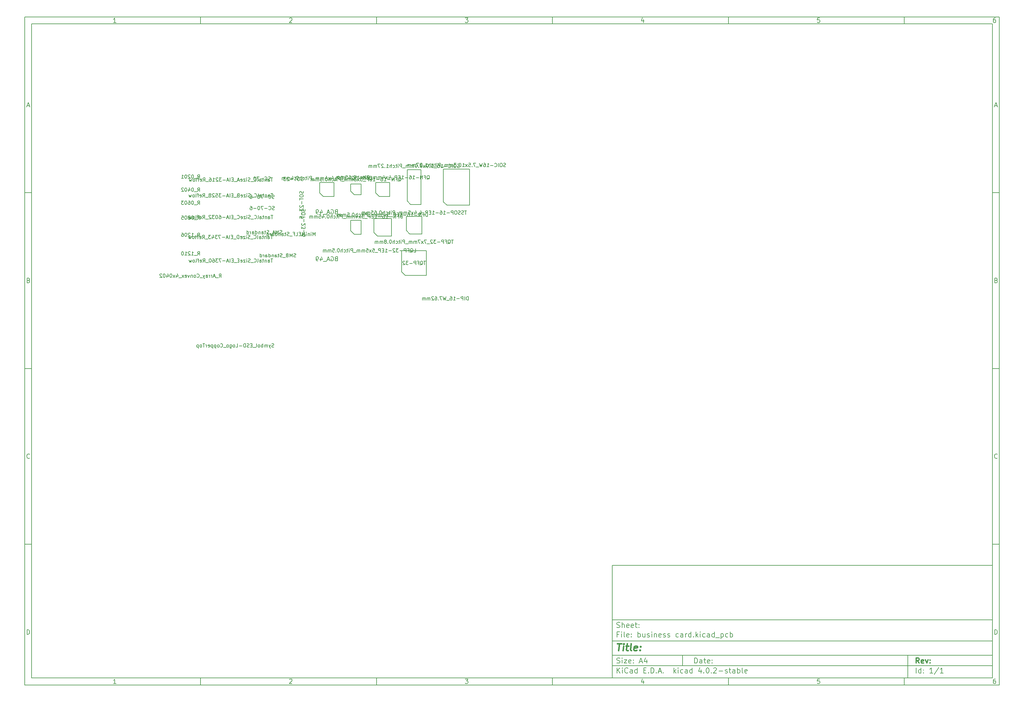
<source format=gbr>
G04 #@! TF.FileFunction,Other,Fab,Bot*
%FSLAX46Y46*%
G04 Gerber Fmt 4.6, Leading zero omitted, Abs format (unit mm)*
G04 Created by KiCad (PCBNEW 4.0.2-stable) date Sunday, October 30, 2016 'PMt' 03:56:09 PM*
%MOMM*%
G01*
G04 APERTURE LIST*
%ADD10C,0.100000*%
%ADD11C,0.150000*%
%ADD12C,0.300000*%
%ADD13C,0.400000*%
G04 APERTURE END LIST*
D10*
D11*
X177002200Y-166007200D02*
X177002200Y-198007200D01*
X285002200Y-198007200D01*
X285002200Y-166007200D01*
X177002200Y-166007200D01*
D10*
D11*
X10000000Y-10000000D02*
X10000000Y-200007200D01*
X287002200Y-200007200D01*
X287002200Y-10000000D01*
X10000000Y-10000000D01*
D10*
D11*
X12000000Y-12000000D02*
X12000000Y-198007200D01*
X285002200Y-198007200D01*
X285002200Y-12000000D01*
X12000000Y-12000000D01*
D10*
D11*
X60000000Y-12000000D02*
X60000000Y-10000000D01*
D10*
D11*
X110000000Y-12000000D02*
X110000000Y-10000000D01*
D10*
D11*
X160000000Y-12000000D02*
X160000000Y-10000000D01*
D10*
D11*
X210000000Y-12000000D02*
X210000000Y-10000000D01*
D10*
D11*
X260000000Y-12000000D02*
X260000000Y-10000000D01*
D10*
D11*
X35990476Y-11588095D02*
X35247619Y-11588095D01*
X35619048Y-11588095D02*
X35619048Y-10288095D01*
X35495238Y-10473810D01*
X35371429Y-10597619D01*
X35247619Y-10659524D01*
D10*
D11*
X85247619Y-10411905D02*
X85309524Y-10350000D01*
X85433333Y-10288095D01*
X85742857Y-10288095D01*
X85866667Y-10350000D01*
X85928571Y-10411905D01*
X85990476Y-10535714D01*
X85990476Y-10659524D01*
X85928571Y-10845238D01*
X85185714Y-11588095D01*
X85990476Y-11588095D01*
D10*
D11*
X135185714Y-10288095D02*
X135990476Y-10288095D01*
X135557143Y-10783333D01*
X135742857Y-10783333D01*
X135866667Y-10845238D01*
X135928571Y-10907143D01*
X135990476Y-11030952D01*
X135990476Y-11340476D01*
X135928571Y-11464286D01*
X135866667Y-11526190D01*
X135742857Y-11588095D01*
X135371429Y-11588095D01*
X135247619Y-11526190D01*
X135185714Y-11464286D01*
D10*
D11*
X185866667Y-10721429D02*
X185866667Y-11588095D01*
X185557143Y-10226190D02*
X185247619Y-11154762D01*
X186052381Y-11154762D01*
D10*
D11*
X235928571Y-10288095D02*
X235309524Y-10288095D01*
X235247619Y-10907143D01*
X235309524Y-10845238D01*
X235433333Y-10783333D01*
X235742857Y-10783333D01*
X235866667Y-10845238D01*
X235928571Y-10907143D01*
X235990476Y-11030952D01*
X235990476Y-11340476D01*
X235928571Y-11464286D01*
X235866667Y-11526190D01*
X235742857Y-11588095D01*
X235433333Y-11588095D01*
X235309524Y-11526190D01*
X235247619Y-11464286D01*
D10*
D11*
X285866667Y-10288095D02*
X285619048Y-10288095D01*
X285495238Y-10350000D01*
X285433333Y-10411905D01*
X285309524Y-10597619D01*
X285247619Y-10845238D01*
X285247619Y-11340476D01*
X285309524Y-11464286D01*
X285371429Y-11526190D01*
X285495238Y-11588095D01*
X285742857Y-11588095D01*
X285866667Y-11526190D01*
X285928571Y-11464286D01*
X285990476Y-11340476D01*
X285990476Y-11030952D01*
X285928571Y-10907143D01*
X285866667Y-10845238D01*
X285742857Y-10783333D01*
X285495238Y-10783333D01*
X285371429Y-10845238D01*
X285309524Y-10907143D01*
X285247619Y-11030952D01*
D10*
D11*
X60000000Y-198007200D02*
X60000000Y-200007200D01*
D10*
D11*
X110000000Y-198007200D02*
X110000000Y-200007200D01*
D10*
D11*
X160000000Y-198007200D02*
X160000000Y-200007200D01*
D10*
D11*
X210000000Y-198007200D02*
X210000000Y-200007200D01*
D10*
D11*
X260000000Y-198007200D02*
X260000000Y-200007200D01*
D10*
D11*
X35990476Y-199595295D02*
X35247619Y-199595295D01*
X35619048Y-199595295D02*
X35619048Y-198295295D01*
X35495238Y-198481010D01*
X35371429Y-198604819D01*
X35247619Y-198666724D01*
D10*
D11*
X85247619Y-198419105D02*
X85309524Y-198357200D01*
X85433333Y-198295295D01*
X85742857Y-198295295D01*
X85866667Y-198357200D01*
X85928571Y-198419105D01*
X85990476Y-198542914D01*
X85990476Y-198666724D01*
X85928571Y-198852438D01*
X85185714Y-199595295D01*
X85990476Y-199595295D01*
D10*
D11*
X135185714Y-198295295D02*
X135990476Y-198295295D01*
X135557143Y-198790533D01*
X135742857Y-198790533D01*
X135866667Y-198852438D01*
X135928571Y-198914343D01*
X135990476Y-199038152D01*
X135990476Y-199347676D01*
X135928571Y-199471486D01*
X135866667Y-199533390D01*
X135742857Y-199595295D01*
X135371429Y-199595295D01*
X135247619Y-199533390D01*
X135185714Y-199471486D01*
D10*
D11*
X185866667Y-198728629D02*
X185866667Y-199595295D01*
X185557143Y-198233390D02*
X185247619Y-199161962D01*
X186052381Y-199161962D01*
D10*
D11*
X235928571Y-198295295D02*
X235309524Y-198295295D01*
X235247619Y-198914343D01*
X235309524Y-198852438D01*
X235433333Y-198790533D01*
X235742857Y-198790533D01*
X235866667Y-198852438D01*
X235928571Y-198914343D01*
X235990476Y-199038152D01*
X235990476Y-199347676D01*
X235928571Y-199471486D01*
X235866667Y-199533390D01*
X235742857Y-199595295D01*
X235433333Y-199595295D01*
X235309524Y-199533390D01*
X235247619Y-199471486D01*
D10*
D11*
X285866667Y-198295295D02*
X285619048Y-198295295D01*
X285495238Y-198357200D01*
X285433333Y-198419105D01*
X285309524Y-198604819D01*
X285247619Y-198852438D01*
X285247619Y-199347676D01*
X285309524Y-199471486D01*
X285371429Y-199533390D01*
X285495238Y-199595295D01*
X285742857Y-199595295D01*
X285866667Y-199533390D01*
X285928571Y-199471486D01*
X285990476Y-199347676D01*
X285990476Y-199038152D01*
X285928571Y-198914343D01*
X285866667Y-198852438D01*
X285742857Y-198790533D01*
X285495238Y-198790533D01*
X285371429Y-198852438D01*
X285309524Y-198914343D01*
X285247619Y-199038152D01*
D10*
D11*
X10000000Y-60000000D02*
X12000000Y-60000000D01*
D10*
D11*
X10000000Y-110000000D02*
X12000000Y-110000000D01*
D10*
D11*
X10000000Y-160000000D02*
X12000000Y-160000000D01*
D10*
D11*
X10690476Y-35216667D02*
X11309524Y-35216667D01*
X10566667Y-35588095D02*
X11000000Y-34288095D01*
X11433333Y-35588095D01*
D10*
D11*
X11092857Y-84907143D02*
X11278571Y-84969048D01*
X11340476Y-85030952D01*
X11402381Y-85154762D01*
X11402381Y-85340476D01*
X11340476Y-85464286D01*
X11278571Y-85526190D01*
X11154762Y-85588095D01*
X10659524Y-85588095D01*
X10659524Y-84288095D01*
X11092857Y-84288095D01*
X11216667Y-84350000D01*
X11278571Y-84411905D01*
X11340476Y-84535714D01*
X11340476Y-84659524D01*
X11278571Y-84783333D01*
X11216667Y-84845238D01*
X11092857Y-84907143D01*
X10659524Y-84907143D01*
D10*
D11*
X11402381Y-135464286D02*
X11340476Y-135526190D01*
X11154762Y-135588095D01*
X11030952Y-135588095D01*
X10845238Y-135526190D01*
X10721429Y-135402381D01*
X10659524Y-135278571D01*
X10597619Y-135030952D01*
X10597619Y-134845238D01*
X10659524Y-134597619D01*
X10721429Y-134473810D01*
X10845238Y-134350000D01*
X11030952Y-134288095D01*
X11154762Y-134288095D01*
X11340476Y-134350000D01*
X11402381Y-134411905D01*
D10*
D11*
X10659524Y-185588095D02*
X10659524Y-184288095D01*
X10969048Y-184288095D01*
X11154762Y-184350000D01*
X11278571Y-184473810D01*
X11340476Y-184597619D01*
X11402381Y-184845238D01*
X11402381Y-185030952D01*
X11340476Y-185278571D01*
X11278571Y-185402381D01*
X11154762Y-185526190D01*
X10969048Y-185588095D01*
X10659524Y-185588095D01*
D10*
D11*
X287002200Y-60000000D02*
X285002200Y-60000000D01*
D10*
D11*
X287002200Y-110000000D02*
X285002200Y-110000000D01*
D10*
D11*
X287002200Y-160000000D02*
X285002200Y-160000000D01*
D10*
D11*
X285692676Y-35216667D02*
X286311724Y-35216667D01*
X285568867Y-35588095D02*
X286002200Y-34288095D01*
X286435533Y-35588095D01*
D10*
D11*
X286095057Y-84907143D02*
X286280771Y-84969048D01*
X286342676Y-85030952D01*
X286404581Y-85154762D01*
X286404581Y-85340476D01*
X286342676Y-85464286D01*
X286280771Y-85526190D01*
X286156962Y-85588095D01*
X285661724Y-85588095D01*
X285661724Y-84288095D01*
X286095057Y-84288095D01*
X286218867Y-84350000D01*
X286280771Y-84411905D01*
X286342676Y-84535714D01*
X286342676Y-84659524D01*
X286280771Y-84783333D01*
X286218867Y-84845238D01*
X286095057Y-84907143D01*
X285661724Y-84907143D01*
D10*
D11*
X286404581Y-135464286D02*
X286342676Y-135526190D01*
X286156962Y-135588095D01*
X286033152Y-135588095D01*
X285847438Y-135526190D01*
X285723629Y-135402381D01*
X285661724Y-135278571D01*
X285599819Y-135030952D01*
X285599819Y-134845238D01*
X285661724Y-134597619D01*
X285723629Y-134473810D01*
X285847438Y-134350000D01*
X286033152Y-134288095D01*
X286156962Y-134288095D01*
X286342676Y-134350000D01*
X286404581Y-134411905D01*
D10*
D11*
X285661724Y-185588095D02*
X285661724Y-184288095D01*
X285971248Y-184288095D01*
X286156962Y-184350000D01*
X286280771Y-184473810D01*
X286342676Y-184597619D01*
X286404581Y-184845238D01*
X286404581Y-185030952D01*
X286342676Y-185278571D01*
X286280771Y-185402381D01*
X286156962Y-185526190D01*
X285971248Y-185588095D01*
X285661724Y-185588095D01*
D10*
D11*
X200359343Y-193785771D02*
X200359343Y-192285771D01*
X200716486Y-192285771D01*
X200930771Y-192357200D01*
X201073629Y-192500057D01*
X201145057Y-192642914D01*
X201216486Y-192928629D01*
X201216486Y-193142914D01*
X201145057Y-193428629D01*
X201073629Y-193571486D01*
X200930771Y-193714343D01*
X200716486Y-193785771D01*
X200359343Y-193785771D01*
X202502200Y-193785771D02*
X202502200Y-193000057D01*
X202430771Y-192857200D01*
X202287914Y-192785771D01*
X202002200Y-192785771D01*
X201859343Y-192857200D01*
X202502200Y-193714343D02*
X202359343Y-193785771D01*
X202002200Y-193785771D01*
X201859343Y-193714343D01*
X201787914Y-193571486D01*
X201787914Y-193428629D01*
X201859343Y-193285771D01*
X202002200Y-193214343D01*
X202359343Y-193214343D01*
X202502200Y-193142914D01*
X203002200Y-192785771D02*
X203573629Y-192785771D01*
X203216486Y-192285771D02*
X203216486Y-193571486D01*
X203287914Y-193714343D01*
X203430772Y-193785771D01*
X203573629Y-193785771D01*
X204645057Y-193714343D02*
X204502200Y-193785771D01*
X204216486Y-193785771D01*
X204073629Y-193714343D01*
X204002200Y-193571486D01*
X204002200Y-193000057D01*
X204073629Y-192857200D01*
X204216486Y-192785771D01*
X204502200Y-192785771D01*
X204645057Y-192857200D01*
X204716486Y-193000057D01*
X204716486Y-193142914D01*
X204002200Y-193285771D01*
X205359343Y-193642914D02*
X205430771Y-193714343D01*
X205359343Y-193785771D01*
X205287914Y-193714343D01*
X205359343Y-193642914D01*
X205359343Y-193785771D01*
X205359343Y-192857200D02*
X205430771Y-192928629D01*
X205359343Y-193000057D01*
X205287914Y-192928629D01*
X205359343Y-192857200D01*
X205359343Y-193000057D01*
D10*
D11*
X177002200Y-194507200D02*
X285002200Y-194507200D01*
D10*
D11*
X178359343Y-196585771D02*
X178359343Y-195085771D01*
X179216486Y-196585771D02*
X178573629Y-195728629D01*
X179216486Y-195085771D02*
X178359343Y-195942914D01*
X179859343Y-196585771D02*
X179859343Y-195585771D01*
X179859343Y-195085771D02*
X179787914Y-195157200D01*
X179859343Y-195228629D01*
X179930771Y-195157200D01*
X179859343Y-195085771D01*
X179859343Y-195228629D01*
X181430772Y-196442914D02*
X181359343Y-196514343D01*
X181145057Y-196585771D01*
X181002200Y-196585771D01*
X180787915Y-196514343D01*
X180645057Y-196371486D01*
X180573629Y-196228629D01*
X180502200Y-195942914D01*
X180502200Y-195728629D01*
X180573629Y-195442914D01*
X180645057Y-195300057D01*
X180787915Y-195157200D01*
X181002200Y-195085771D01*
X181145057Y-195085771D01*
X181359343Y-195157200D01*
X181430772Y-195228629D01*
X182716486Y-196585771D02*
X182716486Y-195800057D01*
X182645057Y-195657200D01*
X182502200Y-195585771D01*
X182216486Y-195585771D01*
X182073629Y-195657200D01*
X182716486Y-196514343D02*
X182573629Y-196585771D01*
X182216486Y-196585771D01*
X182073629Y-196514343D01*
X182002200Y-196371486D01*
X182002200Y-196228629D01*
X182073629Y-196085771D01*
X182216486Y-196014343D01*
X182573629Y-196014343D01*
X182716486Y-195942914D01*
X184073629Y-196585771D02*
X184073629Y-195085771D01*
X184073629Y-196514343D02*
X183930772Y-196585771D01*
X183645058Y-196585771D01*
X183502200Y-196514343D01*
X183430772Y-196442914D01*
X183359343Y-196300057D01*
X183359343Y-195871486D01*
X183430772Y-195728629D01*
X183502200Y-195657200D01*
X183645058Y-195585771D01*
X183930772Y-195585771D01*
X184073629Y-195657200D01*
X185930772Y-195800057D02*
X186430772Y-195800057D01*
X186645058Y-196585771D02*
X185930772Y-196585771D01*
X185930772Y-195085771D01*
X186645058Y-195085771D01*
X187287915Y-196442914D02*
X187359343Y-196514343D01*
X187287915Y-196585771D01*
X187216486Y-196514343D01*
X187287915Y-196442914D01*
X187287915Y-196585771D01*
X188002201Y-196585771D02*
X188002201Y-195085771D01*
X188359344Y-195085771D01*
X188573629Y-195157200D01*
X188716487Y-195300057D01*
X188787915Y-195442914D01*
X188859344Y-195728629D01*
X188859344Y-195942914D01*
X188787915Y-196228629D01*
X188716487Y-196371486D01*
X188573629Y-196514343D01*
X188359344Y-196585771D01*
X188002201Y-196585771D01*
X189502201Y-196442914D02*
X189573629Y-196514343D01*
X189502201Y-196585771D01*
X189430772Y-196514343D01*
X189502201Y-196442914D01*
X189502201Y-196585771D01*
X190145058Y-196157200D02*
X190859344Y-196157200D01*
X190002201Y-196585771D02*
X190502201Y-195085771D01*
X191002201Y-196585771D01*
X191502201Y-196442914D02*
X191573629Y-196514343D01*
X191502201Y-196585771D01*
X191430772Y-196514343D01*
X191502201Y-196442914D01*
X191502201Y-196585771D01*
X194502201Y-196585771D02*
X194502201Y-195085771D01*
X194645058Y-196014343D02*
X195073629Y-196585771D01*
X195073629Y-195585771D02*
X194502201Y-196157200D01*
X195716487Y-196585771D02*
X195716487Y-195585771D01*
X195716487Y-195085771D02*
X195645058Y-195157200D01*
X195716487Y-195228629D01*
X195787915Y-195157200D01*
X195716487Y-195085771D01*
X195716487Y-195228629D01*
X197073630Y-196514343D02*
X196930773Y-196585771D01*
X196645059Y-196585771D01*
X196502201Y-196514343D01*
X196430773Y-196442914D01*
X196359344Y-196300057D01*
X196359344Y-195871486D01*
X196430773Y-195728629D01*
X196502201Y-195657200D01*
X196645059Y-195585771D01*
X196930773Y-195585771D01*
X197073630Y-195657200D01*
X198359344Y-196585771D02*
X198359344Y-195800057D01*
X198287915Y-195657200D01*
X198145058Y-195585771D01*
X197859344Y-195585771D01*
X197716487Y-195657200D01*
X198359344Y-196514343D02*
X198216487Y-196585771D01*
X197859344Y-196585771D01*
X197716487Y-196514343D01*
X197645058Y-196371486D01*
X197645058Y-196228629D01*
X197716487Y-196085771D01*
X197859344Y-196014343D01*
X198216487Y-196014343D01*
X198359344Y-195942914D01*
X199716487Y-196585771D02*
X199716487Y-195085771D01*
X199716487Y-196514343D02*
X199573630Y-196585771D01*
X199287916Y-196585771D01*
X199145058Y-196514343D01*
X199073630Y-196442914D01*
X199002201Y-196300057D01*
X199002201Y-195871486D01*
X199073630Y-195728629D01*
X199145058Y-195657200D01*
X199287916Y-195585771D01*
X199573630Y-195585771D01*
X199716487Y-195657200D01*
X202216487Y-195585771D02*
X202216487Y-196585771D01*
X201859344Y-195014343D02*
X201502201Y-196085771D01*
X202430773Y-196085771D01*
X203002201Y-196442914D02*
X203073629Y-196514343D01*
X203002201Y-196585771D01*
X202930772Y-196514343D01*
X203002201Y-196442914D01*
X203002201Y-196585771D01*
X204002201Y-195085771D02*
X204145058Y-195085771D01*
X204287915Y-195157200D01*
X204359344Y-195228629D01*
X204430773Y-195371486D01*
X204502201Y-195657200D01*
X204502201Y-196014343D01*
X204430773Y-196300057D01*
X204359344Y-196442914D01*
X204287915Y-196514343D01*
X204145058Y-196585771D01*
X204002201Y-196585771D01*
X203859344Y-196514343D01*
X203787915Y-196442914D01*
X203716487Y-196300057D01*
X203645058Y-196014343D01*
X203645058Y-195657200D01*
X203716487Y-195371486D01*
X203787915Y-195228629D01*
X203859344Y-195157200D01*
X204002201Y-195085771D01*
X205145058Y-196442914D02*
X205216486Y-196514343D01*
X205145058Y-196585771D01*
X205073629Y-196514343D01*
X205145058Y-196442914D01*
X205145058Y-196585771D01*
X205787915Y-195228629D02*
X205859344Y-195157200D01*
X206002201Y-195085771D01*
X206359344Y-195085771D01*
X206502201Y-195157200D01*
X206573630Y-195228629D01*
X206645058Y-195371486D01*
X206645058Y-195514343D01*
X206573630Y-195728629D01*
X205716487Y-196585771D01*
X206645058Y-196585771D01*
X207287915Y-196014343D02*
X208430772Y-196014343D01*
X209073629Y-196514343D02*
X209216486Y-196585771D01*
X209502201Y-196585771D01*
X209645058Y-196514343D01*
X209716486Y-196371486D01*
X209716486Y-196300057D01*
X209645058Y-196157200D01*
X209502201Y-196085771D01*
X209287915Y-196085771D01*
X209145058Y-196014343D01*
X209073629Y-195871486D01*
X209073629Y-195800057D01*
X209145058Y-195657200D01*
X209287915Y-195585771D01*
X209502201Y-195585771D01*
X209645058Y-195657200D01*
X210145058Y-195585771D02*
X210716487Y-195585771D01*
X210359344Y-195085771D02*
X210359344Y-196371486D01*
X210430772Y-196514343D01*
X210573630Y-196585771D01*
X210716487Y-196585771D01*
X211859344Y-196585771D02*
X211859344Y-195800057D01*
X211787915Y-195657200D01*
X211645058Y-195585771D01*
X211359344Y-195585771D01*
X211216487Y-195657200D01*
X211859344Y-196514343D02*
X211716487Y-196585771D01*
X211359344Y-196585771D01*
X211216487Y-196514343D01*
X211145058Y-196371486D01*
X211145058Y-196228629D01*
X211216487Y-196085771D01*
X211359344Y-196014343D01*
X211716487Y-196014343D01*
X211859344Y-195942914D01*
X212573630Y-196585771D02*
X212573630Y-195085771D01*
X212573630Y-195657200D02*
X212716487Y-195585771D01*
X213002201Y-195585771D01*
X213145058Y-195657200D01*
X213216487Y-195728629D01*
X213287916Y-195871486D01*
X213287916Y-196300057D01*
X213216487Y-196442914D01*
X213145058Y-196514343D01*
X213002201Y-196585771D01*
X212716487Y-196585771D01*
X212573630Y-196514343D01*
X214145059Y-196585771D02*
X214002201Y-196514343D01*
X213930773Y-196371486D01*
X213930773Y-195085771D01*
X215287915Y-196514343D02*
X215145058Y-196585771D01*
X214859344Y-196585771D01*
X214716487Y-196514343D01*
X214645058Y-196371486D01*
X214645058Y-195800057D01*
X214716487Y-195657200D01*
X214859344Y-195585771D01*
X215145058Y-195585771D01*
X215287915Y-195657200D01*
X215359344Y-195800057D01*
X215359344Y-195942914D01*
X214645058Y-196085771D01*
D10*
D11*
X177002200Y-191507200D02*
X285002200Y-191507200D01*
D10*
D12*
X264216486Y-193785771D02*
X263716486Y-193071486D01*
X263359343Y-193785771D02*
X263359343Y-192285771D01*
X263930771Y-192285771D01*
X264073629Y-192357200D01*
X264145057Y-192428629D01*
X264216486Y-192571486D01*
X264216486Y-192785771D01*
X264145057Y-192928629D01*
X264073629Y-193000057D01*
X263930771Y-193071486D01*
X263359343Y-193071486D01*
X265430771Y-193714343D02*
X265287914Y-193785771D01*
X265002200Y-193785771D01*
X264859343Y-193714343D01*
X264787914Y-193571486D01*
X264787914Y-193000057D01*
X264859343Y-192857200D01*
X265002200Y-192785771D01*
X265287914Y-192785771D01*
X265430771Y-192857200D01*
X265502200Y-193000057D01*
X265502200Y-193142914D01*
X264787914Y-193285771D01*
X266002200Y-192785771D02*
X266359343Y-193785771D01*
X266716485Y-192785771D01*
X267287914Y-193642914D02*
X267359342Y-193714343D01*
X267287914Y-193785771D01*
X267216485Y-193714343D01*
X267287914Y-193642914D01*
X267287914Y-193785771D01*
X267287914Y-192857200D02*
X267359342Y-192928629D01*
X267287914Y-193000057D01*
X267216485Y-192928629D01*
X267287914Y-192857200D01*
X267287914Y-193000057D01*
D10*
D11*
X178287914Y-193714343D02*
X178502200Y-193785771D01*
X178859343Y-193785771D01*
X179002200Y-193714343D01*
X179073629Y-193642914D01*
X179145057Y-193500057D01*
X179145057Y-193357200D01*
X179073629Y-193214343D01*
X179002200Y-193142914D01*
X178859343Y-193071486D01*
X178573629Y-193000057D01*
X178430771Y-192928629D01*
X178359343Y-192857200D01*
X178287914Y-192714343D01*
X178287914Y-192571486D01*
X178359343Y-192428629D01*
X178430771Y-192357200D01*
X178573629Y-192285771D01*
X178930771Y-192285771D01*
X179145057Y-192357200D01*
X179787914Y-193785771D02*
X179787914Y-192785771D01*
X179787914Y-192285771D02*
X179716485Y-192357200D01*
X179787914Y-192428629D01*
X179859342Y-192357200D01*
X179787914Y-192285771D01*
X179787914Y-192428629D01*
X180359343Y-192785771D02*
X181145057Y-192785771D01*
X180359343Y-193785771D01*
X181145057Y-193785771D01*
X182287914Y-193714343D02*
X182145057Y-193785771D01*
X181859343Y-193785771D01*
X181716486Y-193714343D01*
X181645057Y-193571486D01*
X181645057Y-193000057D01*
X181716486Y-192857200D01*
X181859343Y-192785771D01*
X182145057Y-192785771D01*
X182287914Y-192857200D01*
X182359343Y-193000057D01*
X182359343Y-193142914D01*
X181645057Y-193285771D01*
X183002200Y-193642914D02*
X183073628Y-193714343D01*
X183002200Y-193785771D01*
X182930771Y-193714343D01*
X183002200Y-193642914D01*
X183002200Y-193785771D01*
X183002200Y-192857200D02*
X183073628Y-192928629D01*
X183002200Y-193000057D01*
X182930771Y-192928629D01*
X183002200Y-192857200D01*
X183002200Y-193000057D01*
X184787914Y-193357200D02*
X185502200Y-193357200D01*
X184645057Y-193785771D02*
X185145057Y-192285771D01*
X185645057Y-193785771D01*
X186787914Y-192785771D02*
X186787914Y-193785771D01*
X186430771Y-192214343D02*
X186073628Y-193285771D01*
X187002200Y-193285771D01*
D10*
D11*
X263359343Y-196585771D02*
X263359343Y-195085771D01*
X264716486Y-196585771D02*
X264716486Y-195085771D01*
X264716486Y-196514343D02*
X264573629Y-196585771D01*
X264287915Y-196585771D01*
X264145057Y-196514343D01*
X264073629Y-196442914D01*
X264002200Y-196300057D01*
X264002200Y-195871486D01*
X264073629Y-195728629D01*
X264145057Y-195657200D01*
X264287915Y-195585771D01*
X264573629Y-195585771D01*
X264716486Y-195657200D01*
X265430772Y-196442914D02*
X265502200Y-196514343D01*
X265430772Y-196585771D01*
X265359343Y-196514343D01*
X265430772Y-196442914D01*
X265430772Y-196585771D01*
X265430772Y-195657200D02*
X265502200Y-195728629D01*
X265430772Y-195800057D01*
X265359343Y-195728629D01*
X265430772Y-195657200D01*
X265430772Y-195800057D01*
X268073629Y-196585771D02*
X267216486Y-196585771D01*
X267645058Y-196585771D02*
X267645058Y-195085771D01*
X267502201Y-195300057D01*
X267359343Y-195442914D01*
X267216486Y-195514343D01*
X269787914Y-195014343D02*
X268502200Y-196942914D01*
X271073629Y-196585771D02*
X270216486Y-196585771D01*
X270645058Y-196585771D02*
X270645058Y-195085771D01*
X270502201Y-195300057D01*
X270359343Y-195442914D01*
X270216486Y-195514343D01*
D10*
D11*
X177002200Y-187507200D02*
X285002200Y-187507200D01*
D10*
D13*
X178454581Y-188211962D02*
X179597438Y-188211962D01*
X178776010Y-190211962D02*
X179026010Y-188211962D01*
X180014105Y-190211962D02*
X180180771Y-188878629D01*
X180264105Y-188211962D02*
X180156962Y-188307200D01*
X180240295Y-188402438D01*
X180347439Y-188307200D01*
X180264105Y-188211962D01*
X180240295Y-188402438D01*
X180847438Y-188878629D02*
X181609343Y-188878629D01*
X181216486Y-188211962D02*
X181002200Y-189926248D01*
X181073630Y-190116724D01*
X181252201Y-190211962D01*
X181442677Y-190211962D01*
X182395058Y-190211962D02*
X182216487Y-190116724D01*
X182145057Y-189926248D01*
X182359343Y-188211962D01*
X183930772Y-190116724D02*
X183728391Y-190211962D01*
X183347439Y-190211962D01*
X183168867Y-190116724D01*
X183097438Y-189926248D01*
X183192676Y-189164343D01*
X183311724Y-188973867D01*
X183514105Y-188878629D01*
X183895057Y-188878629D01*
X184073629Y-188973867D01*
X184145057Y-189164343D01*
X184121248Y-189354819D01*
X183145057Y-189545295D01*
X184895057Y-190021486D02*
X184978392Y-190116724D01*
X184871248Y-190211962D01*
X184787915Y-190116724D01*
X184895057Y-190021486D01*
X184871248Y-190211962D01*
X185026010Y-188973867D02*
X185109344Y-189069105D01*
X185002200Y-189164343D01*
X184918867Y-189069105D01*
X185026010Y-188973867D01*
X185002200Y-189164343D01*
D10*
D11*
X178859343Y-185600057D02*
X178359343Y-185600057D01*
X178359343Y-186385771D02*
X178359343Y-184885771D01*
X179073629Y-184885771D01*
X179645057Y-186385771D02*
X179645057Y-185385771D01*
X179645057Y-184885771D02*
X179573628Y-184957200D01*
X179645057Y-185028629D01*
X179716485Y-184957200D01*
X179645057Y-184885771D01*
X179645057Y-185028629D01*
X180573629Y-186385771D02*
X180430771Y-186314343D01*
X180359343Y-186171486D01*
X180359343Y-184885771D01*
X181716485Y-186314343D02*
X181573628Y-186385771D01*
X181287914Y-186385771D01*
X181145057Y-186314343D01*
X181073628Y-186171486D01*
X181073628Y-185600057D01*
X181145057Y-185457200D01*
X181287914Y-185385771D01*
X181573628Y-185385771D01*
X181716485Y-185457200D01*
X181787914Y-185600057D01*
X181787914Y-185742914D01*
X181073628Y-185885771D01*
X182430771Y-186242914D02*
X182502199Y-186314343D01*
X182430771Y-186385771D01*
X182359342Y-186314343D01*
X182430771Y-186242914D01*
X182430771Y-186385771D01*
X182430771Y-185457200D02*
X182502199Y-185528629D01*
X182430771Y-185600057D01*
X182359342Y-185528629D01*
X182430771Y-185457200D01*
X182430771Y-185600057D01*
X184287914Y-186385771D02*
X184287914Y-184885771D01*
X184287914Y-185457200D02*
X184430771Y-185385771D01*
X184716485Y-185385771D01*
X184859342Y-185457200D01*
X184930771Y-185528629D01*
X185002200Y-185671486D01*
X185002200Y-186100057D01*
X184930771Y-186242914D01*
X184859342Y-186314343D01*
X184716485Y-186385771D01*
X184430771Y-186385771D01*
X184287914Y-186314343D01*
X186287914Y-185385771D02*
X186287914Y-186385771D01*
X185645057Y-185385771D02*
X185645057Y-186171486D01*
X185716485Y-186314343D01*
X185859343Y-186385771D01*
X186073628Y-186385771D01*
X186216485Y-186314343D01*
X186287914Y-186242914D01*
X186930771Y-186314343D02*
X187073628Y-186385771D01*
X187359343Y-186385771D01*
X187502200Y-186314343D01*
X187573628Y-186171486D01*
X187573628Y-186100057D01*
X187502200Y-185957200D01*
X187359343Y-185885771D01*
X187145057Y-185885771D01*
X187002200Y-185814343D01*
X186930771Y-185671486D01*
X186930771Y-185600057D01*
X187002200Y-185457200D01*
X187145057Y-185385771D01*
X187359343Y-185385771D01*
X187502200Y-185457200D01*
X188216486Y-186385771D02*
X188216486Y-185385771D01*
X188216486Y-184885771D02*
X188145057Y-184957200D01*
X188216486Y-185028629D01*
X188287914Y-184957200D01*
X188216486Y-184885771D01*
X188216486Y-185028629D01*
X188930772Y-185385771D02*
X188930772Y-186385771D01*
X188930772Y-185528629D02*
X189002200Y-185457200D01*
X189145058Y-185385771D01*
X189359343Y-185385771D01*
X189502200Y-185457200D01*
X189573629Y-185600057D01*
X189573629Y-186385771D01*
X190859343Y-186314343D02*
X190716486Y-186385771D01*
X190430772Y-186385771D01*
X190287915Y-186314343D01*
X190216486Y-186171486D01*
X190216486Y-185600057D01*
X190287915Y-185457200D01*
X190430772Y-185385771D01*
X190716486Y-185385771D01*
X190859343Y-185457200D01*
X190930772Y-185600057D01*
X190930772Y-185742914D01*
X190216486Y-185885771D01*
X191502200Y-186314343D02*
X191645057Y-186385771D01*
X191930772Y-186385771D01*
X192073629Y-186314343D01*
X192145057Y-186171486D01*
X192145057Y-186100057D01*
X192073629Y-185957200D01*
X191930772Y-185885771D01*
X191716486Y-185885771D01*
X191573629Y-185814343D01*
X191502200Y-185671486D01*
X191502200Y-185600057D01*
X191573629Y-185457200D01*
X191716486Y-185385771D01*
X191930772Y-185385771D01*
X192073629Y-185457200D01*
X192716486Y-186314343D02*
X192859343Y-186385771D01*
X193145058Y-186385771D01*
X193287915Y-186314343D01*
X193359343Y-186171486D01*
X193359343Y-186100057D01*
X193287915Y-185957200D01*
X193145058Y-185885771D01*
X192930772Y-185885771D01*
X192787915Y-185814343D01*
X192716486Y-185671486D01*
X192716486Y-185600057D01*
X192787915Y-185457200D01*
X192930772Y-185385771D01*
X193145058Y-185385771D01*
X193287915Y-185457200D01*
X195787915Y-186314343D02*
X195645058Y-186385771D01*
X195359344Y-186385771D01*
X195216486Y-186314343D01*
X195145058Y-186242914D01*
X195073629Y-186100057D01*
X195073629Y-185671486D01*
X195145058Y-185528629D01*
X195216486Y-185457200D01*
X195359344Y-185385771D01*
X195645058Y-185385771D01*
X195787915Y-185457200D01*
X197073629Y-186385771D02*
X197073629Y-185600057D01*
X197002200Y-185457200D01*
X196859343Y-185385771D01*
X196573629Y-185385771D01*
X196430772Y-185457200D01*
X197073629Y-186314343D02*
X196930772Y-186385771D01*
X196573629Y-186385771D01*
X196430772Y-186314343D01*
X196359343Y-186171486D01*
X196359343Y-186028629D01*
X196430772Y-185885771D01*
X196573629Y-185814343D01*
X196930772Y-185814343D01*
X197073629Y-185742914D01*
X197787915Y-186385771D02*
X197787915Y-185385771D01*
X197787915Y-185671486D02*
X197859343Y-185528629D01*
X197930772Y-185457200D01*
X198073629Y-185385771D01*
X198216486Y-185385771D01*
X199359343Y-186385771D02*
X199359343Y-184885771D01*
X199359343Y-186314343D02*
X199216486Y-186385771D01*
X198930772Y-186385771D01*
X198787914Y-186314343D01*
X198716486Y-186242914D01*
X198645057Y-186100057D01*
X198645057Y-185671486D01*
X198716486Y-185528629D01*
X198787914Y-185457200D01*
X198930772Y-185385771D01*
X199216486Y-185385771D01*
X199359343Y-185457200D01*
X200073629Y-186242914D02*
X200145057Y-186314343D01*
X200073629Y-186385771D01*
X200002200Y-186314343D01*
X200073629Y-186242914D01*
X200073629Y-186385771D01*
X200787915Y-186385771D02*
X200787915Y-184885771D01*
X200930772Y-185814343D02*
X201359343Y-186385771D01*
X201359343Y-185385771D02*
X200787915Y-185957200D01*
X202002201Y-186385771D02*
X202002201Y-185385771D01*
X202002201Y-184885771D02*
X201930772Y-184957200D01*
X202002201Y-185028629D01*
X202073629Y-184957200D01*
X202002201Y-184885771D01*
X202002201Y-185028629D01*
X203359344Y-186314343D02*
X203216487Y-186385771D01*
X202930773Y-186385771D01*
X202787915Y-186314343D01*
X202716487Y-186242914D01*
X202645058Y-186100057D01*
X202645058Y-185671486D01*
X202716487Y-185528629D01*
X202787915Y-185457200D01*
X202930773Y-185385771D01*
X203216487Y-185385771D01*
X203359344Y-185457200D01*
X204645058Y-186385771D02*
X204645058Y-185600057D01*
X204573629Y-185457200D01*
X204430772Y-185385771D01*
X204145058Y-185385771D01*
X204002201Y-185457200D01*
X204645058Y-186314343D02*
X204502201Y-186385771D01*
X204145058Y-186385771D01*
X204002201Y-186314343D01*
X203930772Y-186171486D01*
X203930772Y-186028629D01*
X204002201Y-185885771D01*
X204145058Y-185814343D01*
X204502201Y-185814343D01*
X204645058Y-185742914D01*
X206002201Y-186385771D02*
X206002201Y-184885771D01*
X206002201Y-186314343D02*
X205859344Y-186385771D01*
X205573630Y-186385771D01*
X205430772Y-186314343D01*
X205359344Y-186242914D01*
X205287915Y-186100057D01*
X205287915Y-185671486D01*
X205359344Y-185528629D01*
X205430772Y-185457200D01*
X205573630Y-185385771D01*
X205859344Y-185385771D01*
X206002201Y-185457200D01*
X206359344Y-186528629D02*
X207502201Y-186528629D01*
X207859344Y-185385771D02*
X207859344Y-186885771D01*
X207859344Y-185457200D02*
X208002201Y-185385771D01*
X208287915Y-185385771D01*
X208430772Y-185457200D01*
X208502201Y-185528629D01*
X208573630Y-185671486D01*
X208573630Y-186100057D01*
X208502201Y-186242914D01*
X208430772Y-186314343D01*
X208287915Y-186385771D01*
X208002201Y-186385771D01*
X207859344Y-186314343D01*
X209859344Y-186314343D02*
X209716487Y-186385771D01*
X209430773Y-186385771D01*
X209287915Y-186314343D01*
X209216487Y-186242914D01*
X209145058Y-186100057D01*
X209145058Y-185671486D01*
X209216487Y-185528629D01*
X209287915Y-185457200D01*
X209430773Y-185385771D01*
X209716487Y-185385771D01*
X209859344Y-185457200D01*
X210502201Y-186385771D02*
X210502201Y-184885771D01*
X210502201Y-185457200D02*
X210645058Y-185385771D01*
X210930772Y-185385771D01*
X211073629Y-185457200D01*
X211145058Y-185528629D01*
X211216487Y-185671486D01*
X211216487Y-186100057D01*
X211145058Y-186242914D01*
X211073629Y-186314343D01*
X210930772Y-186385771D01*
X210645058Y-186385771D01*
X210502201Y-186314343D01*
D10*
D11*
X177002200Y-181507200D02*
X285002200Y-181507200D01*
D10*
D11*
X178287914Y-183614343D02*
X178502200Y-183685771D01*
X178859343Y-183685771D01*
X179002200Y-183614343D01*
X179073629Y-183542914D01*
X179145057Y-183400057D01*
X179145057Y-183257200D01*
X179073629Y-183114343D01*
X179002200Y-183042914D01*
X178859343Y-182971486D01*
X178573629Y-182900057D01*
X178430771Y-182828629D01*
X178359343Y-182757200D01*
X178287914Y-182614343D01*
X178287914Y-182471486D01*
X178359343Y-182328629D01*
X178430771Y-182257200D01*
X178573629Y-182185771D01*
X178930771Y-182185771D01*
X179145057Y-182257200D01*
X179787914Y-183685771D02*
X179787914Y-182185771D01*
X180430771Y-183685771D02*
X180430771Y-182900057D01*
X180359342Y-182757200D01*
X180216485Y-182685771D01*
X180002200Y-182685771D01*
X179859342Y-182757200D01*
X179787914Y-182828629D01*
X181716485Y-183614343D02*
X181573628Y-183685771D01*
X181287914Y-183685771D01*
X181145057Y-183614343D01*
X181073628Y-183471486D01*
X181073628Y-182900057D01*
X181145057Y-182757200D01*
X181287914Y-182685771D01*
X181573628Y-182685771D01*
X181716485Y-182757200D01*
X181787914Y-182900057D01*
X181787914Y-183042914D01*
X181073628Y-183185771D01*
X183002199Y-183614343D02*
X182859342Y-183685771D01*
X182573628Y-183685771D01*
X182430771Y-183614343D01*
X182359342Y-183471486D01*
X182359342Y-182900057D01*
X182430771Y-182757200D01*
X182573628Y-182685771D01*
X182859342Y-182685771D01*
X183002199Y-182757200D01*
X183073628Y-182900057D01*
X183073628Y-183042914D01*
X182359342Y-183185771D01*
X183502199Y-182685771D02*
X184073628Y-182685771D01*
X183716485Y-182185771D02*
X183716485Y-183471486D01*
X183787913Y-183614343D01*
X183930771Y-183685771D01*
X184073628Y-183685771D01*
X184573628Y-183542914D02*
X184645056Y-183614343D01*
X184573628Y-183685771D01*
X184502199Y-183614343D01*
X184573628Y-183542914D01*
X184573628Y-183685771D01*
X184573628Y-182757200D02*
X184645056Y-182828629D01*
X184573628Y-182900057D01*
X184502199Y-182828629D01*
X184573628Y-182757200D01*
X184573628Y-182900057D01*
D10*
D11*
X197002200Y-191507200D02*
X197002200Y-194507200D01*
D10*
D11*
X261002200Y-191507200D02*
X261002200Y-198007200D01*
X129965000Y-63570000D02*
X136465000Y-63570000D01*
X136465000Y-63570000D02*
X136465000Y-53270000D01*
X136465000Y-53270000D02*
X128965000Y-53270000D01*
X128965000Y-53270000D02*
X128965000Y-62570000D01*
X128965000Y-62570000D02*
X129965000Y-63570000D01*
X110760000Y-61055000D02*
X113760000Y-61055000D01*
X113760000Y-61055000D02*
X113760000Y-57055000D01*
X113760000Y-57055000D02*
X109760000Y-57055000D01*
X109760000Y-57055000D02*
X109760000Y-60055000D01*
X109760000Y-60055000D02*
X110760000Y-61055000D01*
X103640000Y-60555000D02*
X105640000Y-60555000D01*
X105640000Y-60555000D02*
X105640000Y-57555000D01*
X105640000Y-57555000D02*
X102640000Y-57555000D01*
X102640000Y-57555000D02*
X102640000Y-59555000D01*
X102640000Y-59555000D02*
X103640000Y-60555000D01*
X119700000Y-63370000D02*
X122600000Y-63370000D01*
X122600000Y-63370000D02*
X122600000Y-53470000D01*
X122600000Y-53470000D02*
X118700000Y-53470000D01*
X118700000Y-53470000D02*
X118700000Y-62370000D01*
X118700000Y-62370000D02*
X119700000Y-63370000D01*
X118150000Y-83510000D02*
X124150000Y-83510000D01*
X124150000Y-83510000D02*
X124150000Y-76510000D01*
X124150000Y-76510000D02*
X117150000Y-76510000D01*
X117150000Y-76510000D02*
X117150000Y-82510000D01*
X117150000Y-82510000D02*
X118150000Y-83510000D01*
X119450000Y-71715000D02*
X122850000Y-71715000D01*
X122850000Y-71715000D02*
X122850000Y-66715000D01*
X122850000Y-66715000D02*
X118450000Y-66715000D01*
X118450000Y-66715000D02*
X118450000Y-70715000D01*
X118450000Y-70715000D02*
X119450000Y-71715000D01*
X110260000Y-72350000D02*
X114260000Y-72350000D01*
X114260000Y-72350000D02*
X114260000Y-67350000D01*
X114260000Y-67350000D02*
X109260000Y-67350000D01*
X109260000Y-67350000D02*
X109260000Y-71350000D01*
X109260000Y-71350000D02*
X110260000Y-72350000D01*
X103640000Y-71850000D02*
X105640000Y-71850000D01*
X105640000Y-71850000D02*
X105640000Y-67850000D01*
X105640000Y-67850000D02*
X102640000Y-67850000D01*
X102640000Y-67850000D02*
X102640000Y-70850000D01*
X102640000Y-70850000D02*
X103640000Y-71850000D01*
X94885000Y-61055000D02*
X97885000Y-61055000D01*
X97885000Y-61055000D02*
X97885000Y-57055000D01*
X97885000Y-57055000D02*
X93885000Y-57055000D01*
X93885000Y-57055000D02*
X93885000Y-60055000D01*
X93885000Y-60055000D02*
X94885000Y-61055000D01*
X120592856Y-76882381D02*
X121069047Y-76882381D01*
X121069047Y-75882381D01*
X119592856Y-76977619D02*
X119688094Y-76930000D01*
X119783332Y-76834762D01*
X119926189Y-76691905D01*
X120021428Y-76644286D01*
X120116666Y-76644286D01*
X120069047Y-76882381D02*
X120164285Y-76834762D01*
X120259523Y-76739524D01*
X120307142Y-76549048D01*
X120307142Y-76215714D01*
X120259523Y-76025238D01*
X120164285Y-75930000D01*
X120069047Y-75882381D01*
X119878570Y-75882381D01*
X119783332Y-75930000D01*
X119688094Y-76025238D01*
X119640475Y-76215714D01*
X119640475Y-76549048D01*
X119688094Y-76739524D01*
X119783332Y-76834762D01*
X119878570Y-76882381D01*
X120069047Y-76882381D01*
X118878570Y-76358571D02*
X119211904Y-76358571D01*
X119211904Y-76882381D02*
X119211904Y-75882381D01*
X118735713Y-75882381D01*
X118354761Y-76882381D02*
X118354761Y-75882381D01*
X117973808Y-75882381D01*
X117878570Y-75930000D01*
X117830951Y-75977619D01*
X117783332Y-76072857D01*
X117783332Y-76215714D01*
X117830951Y-76310952D01*
X117878570Y-76358571D01*
X117973808Y-76406190D01*
X118354761Y-76406190D01*
X117354761Y-76501429D02*
X116592856Y-76501429D01*
X116211904Y-75882381D02*
X115592856Y-75882381D01*
X115926190Y-76263333D01*
X115783332Y-76263333D01*
X115688094Y-76310952D01*
X115640475Y-76358571D01*
X115592856Y-76453810D01*
X115592856Y-76691905D01*
X115640475Y-76787143D01*
X115688094Y-76834762D01*
X115783332Y-76882381D01*
X116069047Y-76882381D01*
X116164285Y-76834762D01*
X116211904Y-76787143D01*
X115211904Y-75977619D02*
X115164285Y-75930000D01*
X115069047Y-75882381D01*
X114830951Y-75882381D01*
X114735713Y-75930000D01*
X114688094Y-75977619D01*
X114640475Y-76072857D01*
X114640475Y-76168095D01*
X114688094Y-76310952D01*
X115259523Y-76882381D01*
X114640475Y-76882381D01*
X114211904Y-76501429D02*
X113449999Y-76501429D01*
X112449999Y-76882381D02*
X113021428Y-76882381D01*
X112735714Y-76882381D02*
X112735714Y-75882381D01*
X112830952Y-76025238D01*
X112926190Y-76120476D01*
X113021428Y-76168095D01*
X112021428Y-76358571D02*
X111688094Y-76358571D01*
X111545237Y-76882381D02*
X112021428Y-76882381D01*
X112021428Y-75882381D01*
X111545237Y-75882381D01*
X111116666Y-76882381D02*
X111116666Y-75882381D01*
X110735713Y-75882381D01*
X110640475Y-75930000D01*
X110592856Y-75977619D01*
X110545237Y-76072857D01*
X110545237Y-76215714D01*
X110592856Y-76310952D01*
X110640475Y-76358571D01*
X110735713Y-76406190D01*
X111116666Y-76406190D01*
X110354761Y-76977619D02*
X109592856Y-76977619D01*
X108878570Y-75882381D02*
X109354761Y-75882381D01*
X109402380Y-76358571D01*
X109354761Y-76310952D01*
X109259523Y-76263333D01*
X109021427Y-76263333D01*
X108926189Y-76310952D01*
X108878570Y-76358571D01*
X108830951Y-76453810D01*
X108830951Y-76691905D01*
X108878570Y-76787143D01*
X108926189Y-76834762D01*
X109021427Y-76882381D01*
X109259523Y-76882381D01*
X109354761Y-76834762D01*
X109402380Y-76787143D01*
X108497618Y-76882381D02*
X107973808Y-76215714D01*
X108497618Y-76215714D02*
X107973808Y-76882381D01*
X107116665Y-75882381D02*
X107592856Y-75882381D01*
X107640475Y-76358571D01*
X107592856Y-76310952D01*
X107497618Y-76263333D01*
X107259522Y-76263333D01*
X107164284Y-76310952D01*
X107116665Y-76358571D01*
X107069046Y-76453810D01*
X107069046Y-76691905D01*
X107116665Y-76787143D01*
X107164284Y-76834762D01*
X107259522Y-76882381D01*
X107497618Y-76882381D01*
X107592856Y-76834762D01*
X107640475Y-76787143D01*
X106640475Y-76882381D02*
X106640475Y-76215714D01*
X106640475Y-76310952D02*
X106592856Y-76263333D01*
X106497618Y-76215714D01*
X106354760Y-76215714D01*
X106259522Y-76263333D01*
X106211903Y-76358571D01*
X106211903Y-76882381D01*
X106211903Y-76358571D02*
X106164284Y-76263333D01*
X106069046Y-76215714D01*
X105926189Y-76215714D01*
X105830951Y-76263333D01*
X105783332Y-76358571D01*
X105783332Y-76882381D01*
X105307142Y-76882381D02*
X105307142Y-76215714D01*
X105307142Y-76310952D02*
X105259523Y-76263333D01*
X105164285Y-76215714D01*
X105021427Y-76215714D01*
X104926189Y-76263333D01*
X104878570Y-76358571D01*
X104878570Y-76882381D01*
X104878570Y-76358571D02*
X104830951Y-76263333D01*
X104735713Y-76215714D01*
X104592856Y-76215714D01*
X104497618Y-76263333D01*
X104449999Y-76358571D01*
X104449999Y-76882381D01*
X104211904Y-76977619D02*
X103449999Y-76977619D01*
X103211904Y-76882381D02*
X103211904Y-75882381D01*
X102830951Y-75882381D01*
X102735713Y-75930000D01*
X102688094Y-75977619D01*
X102640475Y-76072857D01*
X102640475Y-76215714D01*
X102688094Y-76310952D01*
X102735713Y-76358571D01*
X102830951Y-76406190D01*
X103211904Y-76406190D01*
X102211904Y-76882381D02*
X102211904Y-76215714D01*
X102211904Y-75882381D02*
X102259523Y-75930000D01*
X102211904Y-75977619D01*
X102164285Y-75930000D01*
X102211904Y-75882381D01*
X102211904Y-75977619D01*
X101878571Y-76215714D02*
X101497619Y-76215714D01*
X101735714Y-75882381D02*
X101735714Y-76739524D01*
X101688095Y-76834762D01*
X101592857Y-76882381D01*
X101497619Y-76882381D01*
X100735713Y-76834762D02*
X100830951Y-76882381D01*
X101021428Y-76882381D01*
X101116666Y-76834762D01*
X101164285Y-76787143D01*
X101211904Y-76691905D01*
X101211904Y-76406190D01*
X101164285Y-76310952D01*
X101116666Y-76263333D01*
X101021428Y-76215714D01*
X100830951Y-76215714D01*
X100735713Y-76263333D01*
X100307142Y-76882381D02*
X100307142Y-75882381D01*
X99878570Y-76882381D02*
X99878570Y-76358571D01*
X99926189Y-76263333D01*
X100021427Y-76215714D01*
X100164285Y-76215714D01*
X100259523Y-76263333D01*
X100307142Y-76310952D01*
X99211904Y-75882381D02*
X99116665Y-75882381D01*
X99021427Y-75930000D01*
X98973808Y-75977619D01*
X98926189Y-76072857D01*
X98878570Y-76263333D01*
X98878570Y-76501429D01*
X98926189Y-76691905D01*
X98973808Y-76787143D01*
X99021427Y-76834762D01*
X99116665Y-76882381D01*
X99211904Y-76882381D01*
X99307142Y-76834762D01*
X99354761Y-76787143D01*
X99402380Y-76691905D01*
X99449999Y-76501429D01*
X99449999Y-76263333D01*
X99402380Y-76072857D01*
X99354761Y-75977619D01*
X99307142Y-75930000D01*
X99211904Y-75882381D01*
X98449999Y-76787143D02*
X98402380Y-76834762D01*
X98449999Y-76882381D01*
X98497618Y-76834762D01*
X98449999Y-76787143D01*
X98449999Y-76882381D01*
X97497618Y-75882381D02*
X97973809Y-75882381D01*
X98021428Y-76358571D01*
X97973809Y-76310952D01*
X97878571Y-76263333D01*
X97640475Y-76263333D01*
X97545237Y-76310952D01*
X97497618Y-76358571D01*
X97449999Y-76453810D01*
X97449999Y-76691905D01*
X97497618Y-76787143D01*
X97545237Y-76834762D01*
X97640475Y-76882381D01*
X97878571Y-76882381D01*
X97973809Y-76834762D01*
X98021428Y-76787143D01*
X97021428Y-76882381D02*
X97021428Y-76215714D01*
X97021428Y-76310952D02*
X96973809Y-76263333D01*
X96878571Y-76215714D01*
X96735713Y-76215714D01*
X96640475Y-76263333D01*
X96592856Y-76358571D01*
X96592856Y-76882381D01*
X96592856Y-76358571D02*
X96545237Y-76263333D01*
X96449999Y-76215714D01*
X96307142Y-76215714D01*
X96211904Y-76263333D01*
X96164285Y-76358571D01*
X96164285Y-76882381D01*
X95688095Y-76882381D02*
X95688095Y-76215714D01*
X95688095Y-76310952D02*
X95640476Y-76263333D01*
X95545238Y-76215714D01*
X95402380Y-76215714D01*
X95307142Y-76263333D01*
X95259523Y-76358571D01*
X95259523Y-76882381D01*
X95259523Y-76358571D02*
X95211904Y-76263333D01*
X95116666Y-76215714D01*
X94973809Y-76215714D01*
X94878571Y-76263333D01*
X94830952Y-76358571D01*
X94830952Y-76882381D01*
X136063809Y-90532381D02*
X136063809Y-89532381D01*
X135825714Y-89532381D01*
X135682856Y-89580000D01*
X135587618Y-89675238D01*
X135539999Y-89770476D01*
X135492380Y-89960952D01*
X135492380Y-90103810D01*
X135539999Y-90294286D01*
X135587618Y-90389524D01*
X135682856Y-90484762D01*
X135825714Y-90532381D01*
X136063809Y-90532381D01*
X135063809Y-90532381D02*
X135063809Y-89532381D01*
X134587619Y-90532381D02*
X134587619Y-89532381D01*
X134206666Y-89532381D01*
X134111428Y-89580000D01*
X134063809Y-89627619D01*
X134016190Y-89722857D01*
X134016190Y-89865714D01*
X134063809Y-89960952D01*
X134111428Y-90008571D01*
X134206666Y-90056190D01*
X134587619Y-90056190D01*
X133587619Y-90151429D02*
X132825714Y-90151429D01*
X131825714Y-90532381D02*
X132397143Y-90532381D01*
X132111429Y-90532381D02*
X132111429Y-89532381D01*
X132206667Y-89675238D01*
X132301905Y-89770476D01*
X132397143Y-89818095D01*
X130968571Y-89532381D02*
X131159048Y-89532381D01*
X131254286Y-89580000D01*
X131301905Y-89627619D01*
X131397143Y-89770476D01*
X131444762Y-89960952D01*
X131444762Y-90341905D01*
X131397143Y-90437143D01*
X131349524Y-90484762D01*
X131254286Y-90532381D01*
X131063809Y-90532381D01*
X130968571Y-90484762D01*
X130920952Y-90437143D01*
X130873333Y-90341905D01*
X130873333Y-90103810D01*
X130920952Y-90008571D01*
X130968571Y-89960952D01*
X131063809Y-89913333D01*
X131254286Y-89913333D01*
X131349524Y-89960952D01*
X131397143Y-90008571D01*
X131444762Y-90103810D01*
X130682857Y-90627619D02*
X129920952Y-90627619D01*
X129778095Y-89532381D02*
X129540000Y-90532381D01*
X129349523Y-89818095D01*
X129159047Y-90532381D01*
X128920952Y-89532381D01*
X128635238Y-89532381D02*
X127968571Y-89532381D01*
X128397143Y-90532381D01*
X127587619Y-90437143D02*
X127540000Y-90484762D01*
X127587619Y-90532381D01*
X127635238Y-90484762D01*
X127587619Y-90437143D01*
X127587619Y-90532381D01*
X126682857Y-89532381D02*
X126873334Y-89532381D01*
X126968572Y-89580000D01*
X127016191Y-89627619D01*
X127111429Y-89770476D01*
X127159048Y-89960952D01*
X127159048Y-90341905D01*
X127111429Y-90437143D01*
X127063810Y-90484762D01*
X126968572Y-90532381D01*
X126778095Y-90532381D01*
X126682857Y-90484762D01*
X126635238Y-90437143D01*
X126587619Y-90341905D01*
X126587619Y-90103810D01*
X126635238Y-90008571D01*
X126682857Y-89960952D01*
X126778095Y-89913333D01*
X126968572Y-89913333D01*
X127063810Y-89960952D01*
X127111429Y-90008571D01*
X127159048Y-90103810D01*
X126206667Y-89627619D02*
X126159048Y-89580000D01*
X126063810Y-89532381D01*
X125825714Y-89532381D01*
X125730476Y-89580000D01*
X125682857Y-89627619D01*
X125635238Y-89722857D01*
X125635238Y-89818095D01*
X125682857Y-89960952D01*
X126254286Y-90532381D01*
X125635238Y-90532381D01*
X125206667Y-90532381D02*
X125206667Y-89865714D01*
X125206667Y-89960952D02*
X125159048Y-89913333D01*
X125063810Y-89865714D01*
X124920952Y-89865714D01*
X124825714Y-89913333D01*
X124778095Y-90008571D01*
X124778095Y-90532381D01*
X124778095Y-90008571D02*
X124730476Y-89913333D01*
X124635238Y-89865714D01*
X124492381Y-89865714D01*
X124397143Y-89913333D01*
X124349524Y-90008571D01*
X124349524Y-90532381D01*
X123873334Y-90532381D02*
X123873334Y-89865714D01*
X123873334Y-89960952D02*
X123825715Y-89913333D01*
X123730477Y-89865714D01*
X123587619Y-89865714D01*
X123492381Y-89913333D01*
X123444762Y-90008571D01*
X123444762Y-90532381D01*
X123444762Y-90008571D02*
X123397143Y-89913333D01*
X123301905Y-89865714D01*
X123159048Y-89865714D01*
X123063810Y-89913333D01*
X123016191Y-90008571D01*
X123016191Y-90532381D01*
X146667380Y-52574762D02*
X146524523Y-52622381D01*
X146286427Y-52622381D01*
X146191189Y-52574762D01*
X146143570Y-52527143D01*
X146095951Y-52431905D01*
X146095951Y-52336667D01*
X146143570Y-52241429D01*
X146191189Y-52193810D01*
X146286427Y-52146190D01*
X146476904Y-52098571D01*
X146572142Y-52050952D01*
X146619761Y-52003333D01*
X146667380Y-51908095D01*
X146667380Y-51812857D01*
X146619761Y-51717619D01*
X146572142Y-51670000D01*
X146476904Y-51622381D01*
X146238808Y-51622381D01*
X146095951Y-51670000D01*
X145476904Y-51622381D02*
X145286427Y-51622381D01*
X145191189Y-51670000D01*
X145095951Y-51765238D01*
X145048332Y-51955714D01*
X145048332Y-52289048D01*
X145095951Y-52479524D01*
X145191189Y-52574762D01*
X145286427Y-52622381D01*
X145476904Y-52622381D01*
X145572142Y-52574762D01*
X145667380Y-52479524D01*
X145714999Y-52289048D01*
X145714999Y-51955714D01*
X145667380Y-51765238D01*
X145572142Y-51670000D01*
X145476904Y-51622381D01*
X144619761Y-52622381D02*
X144619761Y-51622381D01*
X143572142Y-52527143D02*
X143619761Y-52574762D01*
X143762618Y-52622381D01*
X143857856Y-52622381D01*
X144000714Y-52574762D01*
X144095952Y-52479524D01*
X144143571Y-52384286D01*
X144191190Y-52193810D01*
X144191190Y-52050952D01*
X144143571Y-51860476D01*
X144095952Y-51765238D01*
X144000714Y-51670000D01*
X143857856Y-51622381D01*
X143762618Y-51622381D01*
X143619761Y-51670000D01*
X143572142Y-51717619D01*
X143143571Y-52241429D02*
X142381666Y-52241429D01*
X141381666Y-52622381D02*
X141953095Y-52622381D01*
X141667381Y-52622381D02*
X141667381Y-51622381D01*
X141762619Y-51765238D01*
X141857857Y-51860476D01*
X141953095Y-51908095D01*
X140524523Y-51622381D02*
X140715000Y-51622381D01*
X140810238Y-51670000D01*
X140857857Y-51717619D01*
X140953095Y-51860476D01*
X141000714Y-52050952D01*
X141000714Y-52431905D01*
X140953095Y-52527143D01*
X140905476Y-52574762D01*
X140810238Y-52622381D01*
X140619761Y-52622381D01*
X140524523Y-52574762D01*
X140476904Y-52527143D01*
X140429285Y-52431905D01*
X140429285Y-52193810D01*
X140476904Y-52098571D01*
X140524523Y-52050952D01*
X140619761Y-52003333D01*
X140810238Y-52003333D01*
X140905476Y-52050952D01*
X140953095Y-52098571D01*
X141000714Y-52193810D01*
X140095952Y-51622381D02*
X139857857Y-52622381D01*
X139667380Y-51908095D01*
X139476904Y-52622381D01*
X139238809Y-51622381D01*
X139095952Y-52717619D02*
X138334047Y-52717619D01*
X138191190Y-51622381D02*
X137524523Y-51622381D01*
X137953095Y-52622381D01*
X137143571Y-52527143D02*
X137095952Y-52574762D01*
X137143571Y-52622381D01*
X137191190Y-52574762D01*
X137143571Y-52527143D01*
X137143571Y-52622381D01*
X136191190Y-51622381D02*
X136667381Y-51622381D01*
X136715000Y-52098571D01*
X136667381Y-52050952D01*
X136572143Y-52003333D01*
X136334047Y-52003333D01*
X136238809Y-52050952D01*
X136191190Y-52098571D01*
X136143571Y-52193810D01*
X136143571Y-52431905D01*
X136191190Y-52527143D01*
X136238809Y-52574762D01*
X136334047Y-52622381D01*
X136572143Y-52622381D01*
X136667381Y-52574762D01*
X136715000Y-52527143D01*
X135810238Y-52622381D02*
X135286428Y-51955714D01*
X135810238Y-51955714D02*
X135286428Y-52622381D01*
X134381666Y-52622381D02*
X134953095Y-52622381D01*
X134667381Y-52622381D02*
X134667381Y-51622381D01*
X134762619Y-51765238D01*
X134857857Y-51860476D01*
X134953095Y-51908095D01*
X133762619Y-51622381D02*
X133667380Y-51622381D01*
X133572142Y-51670000D01*
X133524523Y-51717619D01*
X133476904Y-51812857D01*
X133429285Y-52003333D01*
X133429285Y-52241429D01*
X133476904Y-52431905D01*
X133524523Y-52527143D01*
X133572142Y-52574762D01*
X133667380Y-52622381D01*
X133762619Y-52622381D01*
X133857857Y-52574762D01*
X133905476Y-52527143D01*
X133953095Y-52431905D01*
X134000714Y-52241429D01*
X134000714Y-52003333D01*
X133953095Y-51812857D01*
X133905476Y-51717619D01*
X133857857Y-51670000D01*
X133762619Y-51622381D01*
X133000714Y-52527143D02*
X132953095Y-52574762D01*
X133000714Y-52622381D01*
X133048333Y-52574762D01*
X133000714Y-52527143D01*
X133000714Y-52622381D01*
X132619762Y-51622381D02*
X132000714Y-51622381D01*
X132334048Y-52003333D01*
X132191190Y-52003333D01*
X132095952Y-52050952D01*
X132048333Y-52098571D01*
X132000714Y-52193810D01*
X132000714Y-52431905D01*
X132048333Y-52527143D01*
X132095952Y-52574762D01*
X132191190Y-52622381D01*
X132476905Y-52622381D01*
X132572143Y-52574762D01*
X132619762Y-52527143D01*
X131572143Y-52622381D02*
X131572143Y-51955714D01*
X131572143Y-52050952D02*
X131524524Y-52003333D01*
X131429286Y-51955714D01*
X131286428Y-51955714D01*
X131191190Y-52003333D01*
X131143571Y-52098571D01*
X131143571Y-52622381D01*
X131143571Y-52098571D02*
X131095952Y-52003333D01*
X131000714Y-51955714D01*
X130857857Y-51955714D01*
X130762619Y-52003333D01*
X130715000Y-52098571D01*
X130715000Y-52622381D01*
X130238810Y-52622381D02*
X130238810Y-51955714D01*
X130238810Y-52050952D02*
X130191191Y-52003333D01*
X130095953Y-51955714D01*
X129953095Y-51955714D01*
X129857857Y-52003333D01*
X129810238Y-52098571D01*
X129810238Y-52622381D01*
X129810238Y-52098571D02*
X129762619Y-52003333D01*
X129667381Y-51955714D01*
X129524524Y-51955714D01*
X129429286Y-52003333D01*
X129381667Y-52098571D01*
X129381667Y-52622381D01*
X129143572Y-52717619D02*
X128381667Y-52717619D01*
X128143572Y-52622381D02*
X128143572Y-51622381D01*
X127762619Y-51622381D01*
X127667381Y-51670000D01*
X127619762Y-51717619D01*
X127572143Y-51812857D01*
X127572143Y-51955714D01*
X127619762Y-52050952D01*
X127667381Y-52098571D01*
X127762619Y-52146190D01*
X128143572Y-52146190D01*
X127143572Y-52622381D02*
X127143572Y-51955714D01*
X127143572Y-51622381D02*
X127191191Y-51670000D01*
X127143572Y-51717619D01*
X127095953Y-51670000D01*
X127143572Y-51622381D01*
X127143572Y-51717619D01*
X126810239Y-51955714D02*
X126429287Y-51955714D01*
X126667382Y-51622381D02*
X126667382Y-52479524D01*
X126619763Y-52574762D01*
X126524525Y-52622381D01*
X126429287Y-52622381D01*
X125667381Y-52574762D02*
X125762619Y-52622381D01*
X125953096Y-52622381D01*
X126048334Y-52574762D01*
X126095953Y-52527143D01*
X126143572Y-52431905D01*
X126143572Y-52146190D01*
X126095953Y-52050952D01*
X126048334Y-52003333D01*
X125953096Y-51955714D01*
X125762619Y-51955714D01*
X125667381Y-52003333D01*
X125238810Y-52622381D02*
X125238810Y-51622381D01*
X124810238Y-52622381D02*
X124810238Y-52098571D01*
X124857857Y-52003333D01*
X124953095Y-51955714D01*
X125095953Y-51955714D01*
X125191191Y-52003333D01*
X125238810Y-52050952D01*
X123810238Y-52622381D02*
X124381667Y-52622381D01*
X124095953Y-52622381D02*
X124095953Y-51622381D01*
X124191191Y-51765238D01*
X124286429Y-51860476D01*
X124381667Y-51908095D01*
X123381667Y-52527143D02*
X123334048Y-52574762D01*
X123381667Y-52622381D01*
X123429286Y-52574762D01*
X123381667Y-52527143D01*
X123381667Y-52622381D01*
X122953096Y-51717619D02*
X122905477Y-51670000D01*
X122810239Y-51622381D01*
X122572143Y-51622381D01*
X122476905Y-51670000D01*
X122429286Y-51717619D01*
X122381667Y-51812857D01*
X122381667Y-51908095D01*
X122429286Y-52050952D01*
X123000715Y-52622381D01*
X122381667Y-52622381D01*
X122048334Y-51622381D02*
X121381667Y-51622381D01*
X121810239Y-52622381D01*
X121000715Y-52622381D02*
X121000715Y-51955714D01*
X121000715Y-52050952D02*
X120953096Y-52003333D01*
X120857858Y-51955714D01*
X120715000Y-51955714D01*
X120619762Y-52003333D01*
X120572143Y-52098571D01*
X120572143Y-52622381D01*
X120572143Y-52098571D02*
X120524524Y-52003333D01*
X120429286Y-51955714D01*
X120286429Y-51955714D01*
X120191191Y-52003333D01*
X120143572Y-52098571D01*
X120143572Y-52622381D01*
X119667382Y-52622381D02*
X119667382Y-51955714D01*
X119667382Y-52050952D02*
X119619763Y-52003333D01*
X119524525Y-51955714D01*
X119381667Y-51955714D01*
X119286429Y-52003333D01*
X119238810Y-52098571D01*
X119238810Y-52622381D01*
X119238810Y-52098571D02*
X119191191Y-52003333D01*
X119095953Y-51955714D01*
X118953096Y-51955714D01*
X118857858Y-52003333D01*
X118810239Y-52098571D01*
X118810239Y-52622381D01*
X124307618Y-56202619D02*
X124402856Y-56155000D01*
X124498094Y-56059762D01*
X124640951Y-55916905D01*
X124736190Y-55869286D01*
X124831428Y-55869286D01*
X124783809Y-56107381D02*
X124879047Y-56059762D01*
X124974285Y-55964524D01*
X125021904Y-55774048D01*
X125021904Y-55440714D01*
X124974285Y-55250238D01*
X124879047Y-55155000D01*
X124783809Y-55107381D01*
X124593332Y-55107381D01*
X124498094Y-55155000D01*
X124402856Y-55250238D01*
X124355237Y-55440714D01*
X124355237Y-55774048D01*
X124402856Y-55964524D01*
X124498094Y-56059762D01*
X124593332Y-56107381D01*
X124783809Y-56107381D01*
X123593332Y-55583571D02*
X123926666Y-55583571D01*
X123926666Y-56107381D02*
X123926666Y-55107381D01*
X123450475Y-55107381D01*
X123069523Y-56107381D02*
X123069523Y-55107381D01*
X122498094Y-56107381D01*
X122498094Y-55107381D01*
X122021904Y-55726429D02*
X121259999Y-55726429D01*
X120259999Y-56107381D02*
X120831428Y-56107381D01*
X120545714Y-56107381D02*
X120545714Y-55107381D01*
X120640952Y-55250238D01*
X120736190Y-55345476D01*
X120831428Y-55393095D01*
X119402856Y-55107381D02*
X119593333Y-55107381D01*
X119688571Y-55155000D01*
X119736190Y-55202619D01*
X119831428Y-55345476D01*
X119879047Y-55535952D01*
X119879047Y-55916905D01*
X119831428Y-56012143D01*
X119783809Y-56059762D01*
X119688571Y-56107381D01*
X119498094Y-56107381D01*
X119402856Y-56059762D01*
X119355237Y-56012143D01*
X119307618Y-55916905D01*
X119307618Y-55678810D01*
X119355237Y-55583571D01*
X119402856Y-55535952D01*
X119498094Y-55488333D01*
X119688571Y-55488333D01*
X119783809Y-55535952D01*
X119831428Y-55583571D01*
X119879047Y-55678810D01*
X118879047Y-55726429D02*
X118117142Y-55726429D01*
X117117142Y-56107381D02*
X117688571Y-56107381D01*
X117402857Y-56107381D02*
X117402857Y-55107381D01*
X117498095Y-55250238D01*
X117593333Y-55345476D01*
X117688571Y-55393095D01*
X116688571Y-55583571D02*
X116355237Y-55583571D01*
X116212380Y-56107381D02*
X116688571Y-56107381D01*
X116688571Y-55107381D01*
X116212380Y-55107381D01*
X115783809Y-56107381D02*
X115783809Y-55107381D01*
X115402856Y-55107381D01*
X115307618Y-55155000D01*
X115259999Y-55202619D01*
X115212380Y-55297857D01*
X115212380Y-55440714D01*
X115259999Y-55535952D01*
X115307618Y-55583571D01*
X115402856Y-55631190D01*
X115783809Y-55631190D01*
X115021904Y-56202619D02*
X114259999Y-56202619D01*
X113593332Y-55440714D02*
X113593332Y-56107381D01*
X113831428Y-55059762D02*
X114069523Y-55774048D01*
X113450475Y-55774048D01*
X113164761Y-56107381D02*
X112640951Y-55440714D01*
X113164761Y-55440714D02*
X112640951Y-56107381D01*
X111831427Y-55440714D02*
X111831427Y-56107381D01*
X112069523Y-55059762D02*
X112307618Y-55774048D01*
X111688570Y-55774048D01*
X111307618Y-56107381D02*
X111307618Y-55440714D01*
X111307618Y-55535952D02*
X111259999Y-55488333D01*
X111164761Y-55440714D01*
X111021903Y-55440714D01*
X110926665Y-55488333D01*
X110879046Y-55583571D01*
X110879046Y-56107381D01*
X110879046Y-55583571D02*
X110831427Y-55488333D01*
X110736189Y-55440714D01*
X110593332Y-55440714D01*
X110498094Y-55488333D01*
X110450475Y-55583571D01*
X110450475Y-56107381D01*
X109974285Y-56107381D02*
X109974285Y-55440714D01*
X109974285Y-55535952D02*
X109926666Y-55488333D01*
X109831428Y-55440714D01*
X109688570Y-55440714D01*
X109593332Y-55488333D01*
X109545713Y-55583571D01*
X109545713Y-56107381D01*
X109545713Y-55583571D02*
X109498094Y-55488333D01*
X109402856Y-55440714D01*
X109259999Y-55440714D01*
X109164761Y-55488333D01*
X109117142Y-55583571D01*
X109117142Y-56107381D01*
X108879047Y-56202619D02*
X108117142Y-56202619D01*
X107879047Y-56107381D02*
X107879047Y-55107381D01*
X107498094Y-55107381D01*
X107402856Y-55155000D01*
X107355237Y-55202619D01*
X107307618Y-55297857D01*
X107307618Y-55440714D01*
X107355237Y-55535952D01*
X107402856Y-55583571D01*
X107498094Y-55631190D01*
X107879047Y-55631190D01*
X106879047Y-56107381D02*
X106879047Y-55440714D01*
X106879047Y-55107381D02*
X106926666Y-55155000D01*
X106879047Y-55202619D01*
X106831428Y-55155000D01*
X106879047Y-55107381D01*
X106879047Y-55202619D01*
X106545714Y-55440714D02*
X106164762Y-55440714D01*
X106402857Y-55107381D02*
X106402857Y-55964524D01*
X106355238Y-56059762D01*
X106260000Y-56107381D01*
X106164762Y-56107381D01*
X105402856Y-56059762D02*
X105498094Y-56107381D01*
X105688571Y-56107381D01*
X105783809Y-56059762D01*
X105831428Y-56012143D01*
X105879047Y-55916905D01*
X105879047Y-55631190D01*
X105831428Y-55535952D01*
X105783809Y-55488333D01*
X105688571Y-55440714D01*
X105498094Y-55440714D01*
X105402856Y-55488333D01*
X104974285Y-56107381D02*
X104974285Y-55107381D01*
X104545713Y-56107381D02*
X104545713Y-55583571D01*
X104593332Y-55488333D01*
X104688570Y-55440714D01*
X104831428Y-55440714D01*
X104926666Y-55488333D01*
X104974285Y-55535952D01*
X103879047Y-55107381D02*
X103783808Y-55107381D01*
X103688570Y-55155000D01*
X103640951Y-55202619D01*
X103593332Y-55297857D01*
X103545713Y-55488333D01*
X103545713Y-55726429D01*
X103593332Y-55916905D01*
X103640951Y-56012143D01*
X103688570Y-56059762D01*
X103783808Y-56107381D01*
X103879047Y-56107381D01*
X103974285Y-56059762D01*
X104021904Y-56012143D01*
X104069523Y-55916905D01*
X104117142Y-55726429D01*
X104117142Y-55488333D01*
X104069523Y-55297857D01*
X104021904Y-55202619D01*
X103974285Y-55155000D01*
X103879047Y-55107381D01*
X103117142Y-56012143D02*
X103069523Y-56059762D01*
X103117142Y-56107381D01*
X103164761Y-56059762D01*
X103117142Y-56012143D01*
X103117142Y-56107381D01*
X102212380Y-55107381D02*
X102402857Y-55107381D01*
X102498095Y-55155000D01*
X102545714Y-55202619D01*
X102640952Y-55345476D01*
X102688571Y-55535952D01*
X102688571Y-55916905D01*
X102640952Y-56012143D01*
X102593333Y-56059762D01*
X102498095Y-56107381D01*
X102307618Y-56107381D01*
X102212380Y-56059762D01*
X102164761Y-56012143D01*
X102117142Y-55916905D01*
X102117142Y-55678810D01*
X102164761Y-55583571D01*
X102212380Y-55535952D01*
X102307618Y-55488333D01*
X102498095Y-55488333D01*
X102593333Y-55535952D01*
X102640952Y-55583571D01*
X102688571Y-55678810D01*
X101212380Y-55107381D02*
X101688571Y-55107381D01*
X101736190Y-55583571D01*
X101688571Y-55535952D01*
X101593333Y-55488333D01*
X101355237Y-55488333D01*
X101259999Y-55535952D01*
X101212380Y-55583571D01*
X101164761Y-55678810D01*
X101164761Y-55916905D01*
X101212380Y-56012143D01*
X101259999Y-56059762D01*
X101355237Y-56107381D01*
X101593333Y-56107381D01*
X101688571Y-56059762D01*
X101736190Y-56012143D01*
X100736190Y-56107381D02*
X100736190Y-55440714D01*
X100736190Y-55535952D02*
X100688571Y-55488333D01*
X100593333Y-55440714D01*
X100450475Y-55440714D01*
X100355237Y-55488333D01*
X100307618Y-55583571D01*
X100307618Y-56107381D01*
X100307618Y-55583571D02*
X100259999Y-55488333D01*
X100164761Y-55440714D01*
X100021904Y-55440714D01*
X99926666Y-55488333D01*
X99879047Y-55583571D01*
X99879047Y-56107381D01*
X99402857Y-56107381D02*
X99402857Y-55440714D01*
X99402857Y-55535952D02*
X99355238Y-55488333D01*
X99260000Y-55440714D01*
X99117142Y-55440714D01*
X99021904Y-55488333D01*
X98974285Y-55583571D01*
X98974285Y-56107381D01*
X98974285Y-55583571D02*
X98926666Y-55488333D01*
X98831428Y-55440714D01*
X98688571Y-55440714D01*
X98593333Y-55488333D01*
X98545714Y-55583571D01*
X98545714Y-56107381D01*
X116211428Y-56752619D02*
X116306666Y-56705000D01*
X116401904Y-56609762D01*
X116544761Y-56466905D01*
X116640000Y-56419286D01*
X116735238Y-56419286D01*
X116687619Y-56657381D02*
X116782857Y-56609762D01*
X116878095Y-56514524D01*
X116925714Y-56324048D01*
X116925714Y-55990714D01*
X116878095Y-55800238D01*
X116782857Y-55705000D01*
X116687619Y-55657381D01*
X116497142Y-55657381D01*
X116401904Y-55705000D01*
X116306666Y-55800238D01*
X116259047Y-55990714D01*
X116259047Y-56324048D01*
X116306666Y-56514524D01*
X116401904Y-56609762D01*
X116497142Y-56657381D01*
X116687619Y-56657381D01*
X115497142Y-56133571D02*
X115830476Y-56133571D01*
X115830476Y-56657381D02*
X115830476Y-55657381D01*
X115354285Y-55657381D01*
X114973333Y-56657381D02*
X114973333Y-55657381D01*
X114401904Y-56657381D01*
X114401904Y-55657381D01*
X113925714Y-56276429D02*
X113163809Y-56276429D01*
X112163809Y-56657381D02*
X112735238Y-56657381D01*
X112449524Y-56657381D02*
X112449524Y-55657381D01*
X112544762Y-55800238D01*
X112640000Y-55895476D01*
X112735238Y-55943095D01*
X111306666Y-55657381D02*
X111497143Y-55657381D01*
X111592381Y-55705000D01*
X111640000Y-55752619D01*
X111735238Y-55895476D01*
X111782857Y-56085952D01*
X111782857Y-56466905D01*
X111735238Y-56562143D01*
X111687619Y-56609762D01*
X111592381Y-56657381D01*
X111401904Y-56657381D01*
X111306666Y-56609762D01*
X111259047Y-56562143D01*
X111211428Y-56466905D01*
X111211428Y-56228810D01*
X111259047Y-56133571D01*
X111306666Y-56085952D01*
X111401904Y-56038333D01*
X111592381Y-56038333D01*
X111687619Y-56085952D01*
X111735238Y-56133571D01*
X111782857Y-56228810D01*
X110782857Y-56276429D02*
X110020952Y-56276429D01*
X109020952Y-56657381D02*
X109592381Y-56657381D01*
X109306667Y-56657381D02*
X109306667Y-55657381D01*
X109401905Y-55800238D01*
X109497143Y-55895476D01*
X109592381Y-55943095D01*
X108592381Y-56133571D02*
X108259047Y-56133571D01*
X108116190Y-56657381D02*
X108592381Y-56657381D01*
X108592381Y-55657381D01*
X108116190Y-55657381D01*
X107687619Y-56657381D02*
X107687619Y-55657381D01*
X107306666Y-55657381D01*
X107211428Y-55705000D01*
X107163809Y-55752619D01*
X107116190Y-55847857D01*
X107116190Y-55990714D01*
X107163809Y-56085952D01*
X107211428Y-56133571D01*
X107306666Y-56181190D01*
X107687619Y-56181190D01*
X106925714Y-56752619D02*
X106163809Y-56752619D01*
X106020952Y-55657381D02*
X105401904Y-55657381D01*
X105735238Y-56038333D01*
X105592380Y-56038333D01*
X105497142Y-56085952D01*
X105449523Y-56133571D01*
X105401904Y-56228810D01*
X105401904Y-56466905D01*
X105449523Y-56562143D01*
X105497142Y-56609762D01*
X105592380Y-56657381D01*
X105878095Y-56657381D01*
X105973333Y-56609762D01*
X106020952Y-56562143D01*
X105068571Y-56657381D02*
X104544761Y-55990714D01*
X105068571Y-55990714D02*
X104544761Y-56657381D01*
X104259047Y-55657381D02*
X103639999Y-55657381D01*
X103973333Y-56038333D01*
X103830475Y-56038333D01*
X103735237Y-56085952D01*
X103687618Y-56133571D01*
X103639999Y-56228810D01*
X103639999Y-56466905D01*
X103687618Y-56562143D01*
X103735237Y-56609762D01*
X103830475Y-56657381D01*
X104116190Y-56657381D01*
X104211428Y-56609762D01*
X104259047Y-56562143D01*
X103211428Y-56657381D02*
X103211428Y-55990714D01*
X103211428Y-56085952D02*
X103163809Y-56038333D01*
X103068571Y-55990714D01*
X102925713Y-55990714D01*
X102830475Y-56038333D01*
X102782856Y-56133571D01*
X102782856Y-56657381D01*
X102782856Y-56133571D02*
X102735237Y-56038333D01*
X102639999Y-55990714D01*
X102497142Y-55990714D01*
X102401904Y-56038333D01*
X102354285Y-56133571D01*
X102354285Y-56657381D01*
X101878095Y-56657381D02*
X101878095Y-55990714D01*
X101878095Y-56085952D02*
X101830476Y-56038333D01*
X101735238Y-55990714D01*
X101592380Y-55990714D01*
X101497142Y-56038333D01*
X101449523Y-56133571D01*
X101449523Y-56657381D01*
X101449523Y-56133571D02*
X101401904Y-56038333D01*
X101306666Y-55990714D01*
X101163809Y-55990714D01*
X101068571Y-56038333D01*
X101020952Y-56133571D01*
X101020952Y-56657381D01*
X100782857Y-56752619D02*
X100020952Y-56752619D01*
X99782857Y-56657381D02*
X99782857Y-55657381D01*
X99401904Y-55657381D01*
X99306666Y-55705000D01*
X99259047Y-55752619D01*
X99211428Y-55847857D01*
X99211428Y-55990714D01*
X99259047Y-56085952D01*
X99306666Y-56133571D01*
X99401904Y-56181190D01*
X99782857Y-56181190D01*
X98782857Y-56657381D02*
X98782857Y-55990714D01*
X98782857Y-55657381D02*
X98830476Y-55705000D01*
X98782857Y-55752619D01*
X98735238Y-55705000D01*
X98782857Y-55657381D01*
X98782857Y-55752619D01*
X98449524Y-55990714D02*
X98068572Y-55990714D01*
X98306667Y-55657381D02*
X98306667Y-56514524D01*
X98259048Y-56609762D01*
X98163810Y-56657381D01*
X98068572Y-56657381D01*
X97306666Y-56609762D02*
X97401904Y-56657381D01*
X97592381Y-56657381D01*
X97687619Y-56609762D01*
X97735238Y-56562143D01*
X97782857Y-56466905D01*
X97782857Y-56181190D01*
X97735238Y-56085952D01*
X97687619Y-56038333D01*
X97592381Y-55990714D01*
X97401904Y-55990714D01*
X97306666Y-56038333D01*
X96878095Y-56657381D02*
X96878095Y-55657381D01*
X96449523Y-56657381D02*
X96449523Y-56133571D01*
X96497142Y-56038333D01*
X96592380Y-55990714D01*
X96735238Y-55990714D01*
X96830476Y-56038333D01*
X96878095Y-56085952D01*
X95782857Y-55657381D02*
X95687618Y-55657381D01*
X95592380Y-55705000D01*
X95544761Y-55752619D01*
X95497142Y-55847857D01*
X95449523Y-56038333D01*
X95449523Y-56276429D01*
X95497142Y-56466905D01*
X95544761Y-56562143D01*
X95592380Y-56609762D01*
X95687618Y-56657381D01*
X95782857Y-56657381D01*
X95878095Y-56609762D01*
X95925714Y-56562143D01*
X95973333Y-56466905D01*
X96020952Y-56276429D01*
X96020952Y-56038333D01*
X95973333Y-55847857D01*
X95925714Y-55752619D01*
X95878095Y-55705000D01*
X95782857Y-55657381D01*
X95020952Y-56562143D02*
X94973333Y-56609762D01*
X95020952Y-56657381D01*
X95068571Y-56609762D01*
X95020952Y-56562143D01*
X95020952Y-56657381D01*
X94068571Y-55657381D02*
X94544762Y-55657381D01*
X94592381Y-56133571D01*
X94544762Y-56085952D01*
X94449524Y-56038333D01*
X94211428Y-56038333D01*
X94116190Y-56085952D01*
X94068571Y-56133571D01*
X94020952Y-56228810D01*
X94020952Y-56466905D01*
X94068571Y-56562143D01*
X94116190Y-56609762D01*
X94211428Y-56657381D01*
X94449524Y-56657381D01*
X94544762Y-56609762D01*
X94592381Y-56562143D01*
X93592381Y-56657381D02*
X93592381Y-55990714D01*
X93592381Y-56085952D02*
X93544762Y-56038333D01*
X93449524Y-55990714D01*
X93306666Y-55990714D01*
X93211428Y-56038333D01*
X93163809Y-56133571D01*
X93163809Y-56657381D01*
X93163809Y-56133571D02*
X93116190Y-56038333D01*
X93020952Y-55990714D01*
X92878095Y-55990714D01*
X92782857Y-56038333D01*
X92735238Y-56133571D01*
X92735238Y-56657381D01*
X92259048Y-56657381D02*
X92259048Y-55990714D01*
X92259048Y-56085952D02*
X92211429Y-56038333D01*
X92116191Y-55990714D01*
X91973333Y-55990714D01*
X91878095Y-56038333D01*
X91830476Y-56133571D01*
X91830476Y-56657381D01*
X91830476Y-56133571D02*
X91782857Y-56038333D01*
X91687619Y-55990714D01*
X91544762Y-55990714D01*
X91449524Y-56038333D01*
X91401905Y-56133571D01*
X91401905Y-56657381D01*
X133554761Y-52824762D02*
X133411904Y-52872381D01*
X133173808Y-52872381D01*
X133078570Y-52824762D01*
X133030951Y-52777143D01*
X132983332Y-52681905D01*
X132983332Y-52586667D01*
X133030951Y-52491429D01*
X133078570Y-52443810D01*
X133173808Y-52396190D01*
X133364285Y-52348571D01*
X133459523Y-52300952D01*
X133507142Y-52253333D01*
X133554761Y-52158095D01*
X133554761Y-52062857D01*
X133507142Y-51967619D01*
X133459523Y-51920000D01*
X133364285Y-51872381D01*
X133126189Y-51872381D01*
X132983332Y-51920000D01*
X132364285Y-51872381D02*
X132173808Y-51872381D01*
X132078570Y-51920000D01*
X131983332Y-52015238D01*
X131935713Y-52205714D01*
X131935713Y-52539048D01*
X131983332Y-52729524D01*
X132078570Y-52824762D01*
X132173808Y-52872381D01*
X132364285Y-52872381D01*
X132459523Y-52824762D01*
X132554761Y-52729524D01*
X132602380Y-52539048D01*
X132602380Y-52205714D01*
X132554761Y-52015238D01*
X132459523Y-51920000D01*
X132364285Y-51872381D01*
X131507142Y-52872381D02*
X131507142Y-51872381D01*
X130459523Y-52777143D02*
X130507142Y-52824762D01*
X130649999Y-52872381D01*
X130745237Y-52872381D01*
X130888095Y-52824762D01*
X130983333Y-52729524D01*
X131030952Y-52634286D01*
X131078571Y-52443810D01*
X131078571Y-52300952D01*
X131030952Y-52110476D01*
X130983333Y-52015238D01*
X130888095Y-51920000D01*
X130745237Y-51872381D01*
X130649999Y-51872381D01*
X130507142Y-51920000D01*
X130459523Y-51967619D01*
X130030952Y-52491429D02*
X129269047Y-52491429D01*
X128269047Y-52872381D02*
X128840476Y-52872381D01*
X128554762Y-52872381D02*
X128554762Y-51872381D01*
X128650000Y-52015238D01*
X128745238Y-52110476D01*
X128840476Y-52158095D01*
X127411904Y-51872381D02*
X127602381Y-51872381D01*
X127697619Y-51920000D01*
X127745238Y-51967619D01*
X127840476Y-52110476D01*
X127888095Y-52300952D01*
X127888095Y-52681905D01*
X127840476Y-52777143D01*
X127792857Y-52824762D01*
X127697619Y-52872381D01*
X127507142Y-52872381D01*
X127411904Y-52824762D01*
X127364285Y-52777143D01*
X127316666Y-52681905D01*
X127316666Y-52443810D01*
X127364285Y-52348571D01*
X127411904Y-52300952D01*
X127507142Y-52253333D01*
X127697619Y-52253333D01*
X127792857Y-52300952D01*
X127840476Y-52348571D01*
X127888095Y-52443810D01*
X127126190Y-52967619D02*
X126364285Y-52967619D01*
X126221428Y-51872381D02*
X125602380Y-51872381D01*
X125935714Y-52253333D01*
X125792856Y-52253333D01*
X125697618Y-52300952D01*
X125649999Y-52348571D01*
X125602380Y-52443810D01*
X125602380Y-52681905D01*
X125649999Y-52777143D01*
X125697618Y-52824762D01*
X125792856Y-52872381D01*
X126078571Y-52872381D01*
X126173809Y-52824762D01*
X126221428Y-52777143D01*
X125173809Y-52777143D02*
X125126190Y-52824762D01*
X125173809Y-52872381D01*
X125221428Y-52824762D01*
X125173809Y-52777143D01*
X125173809Y-52872381D01*
X124650000Y-52872381D02*
X124459524Y-52872381D01*
X124364285Y-52824762D01*
X124316666Y-52777143D01*
X124221428Y-52634286D01*
X124173809Y-52443810D01*
X124173809Y-52062857D01*
X124221428Y-51967619D01*
X124269047Y-51920000D01*
X124364285Y-51872381D01*
X124554762Y-51872381D01*
X124650000Y-51920000D01*
X124697619Y-51967619D01*
X124745238Y-52062857D01*
X124745238Y-52300952D01*
X124697619Y-52396190D01*
X124650000Y-52443810D01*
X124554762Y-52491429D01*
X124364285Y-52491429D01*
X124269047Y-52443810D01*
X124221428Y-52396190D01*
X124173809Y-52300952D01*
X123840476Y-52872381D02*
X123316666Y-52205714D01*
X123840476Y-52205714D02*
X123316666Y-52872381D01*
X122888095Y-52872381D02*
X122697619Y-52872381D01*
X122602380Y-52824762D01*
X122554761Y-52777143D01*
X122459523Y-52634286D01*
X122411904Y-52443810D01*
X122411904Y-52062857D01*
X122459523Y-51967619D01*
X122507142Y-51920000D01*
X122602380Y-51872381D01*
X122792857Y-51872381D01*
X122888095Y-51920000D01*
X122935714Y-51967619D01*
X122983333Y-52062857D01*
X122983333Y-52300952D01*
X122935714Y-52396190D01*
X122888095Y-52443810D01*
X122792857Y-52491429D01*
X122602380Y-52491429D01*
X122507142Y-52443810D01*
X122459523Y-52396190D01*
X122411904Y-52300952D01*
X121983333Y-52777143D02*
X121935714Y-52824762D01*
X121983333Y-52872381D01*
X122030952Y-52824762D01*
X121983333Y-52777143D01*
X121983333Y-52872381D01*
X121459524Y-52872381D02*
X121269048Y-52872381D01*
X121173809Y-52824762D01*
X121126190Y-52777143D01*
X121030952Y-52634286D01*
X120983333Y-52443810D01*
X120983333Y-52062857D01*
X121030952Y-51967619D01*
X121078571Y-51920000D01*
X121173809Y-51872381D01*
X121364286Y-51872381D01*
X121459524Y-51920000D01*
X121507143Y-51967619D01*
X121554762Y-52062857D01*
X121554762Y-52300952D01*
X121507143Y-52396190D01*
X121459524Y-52443810D01*
X121364286Y-52491429D01*
X121173809Y-52491429D01*
X121078571Y-52443810D01*
X121030952Y-52396190D01*
X120983333Y-52300952D01*
X120554762Y-52872381D02*
X120554762Y-52205714D01*
X120554762Y-52300952D02*
X120507143Y-52253333D01*
X120411905Y-52205714D01*
X120269047Y-52205714D01*
X120173809Y-52253333D01*
X120126190Y-52348571D01*
X120126190Y-52872381D01*
X120126190Y-52348571D02*
X120078571Y-52253333D01*
X119983333Y-52205714D01*
X119840476Y-52205714D01*
X119745238Y-52253333D01*
X119697619Y-52348571D01*
X119697619Y-52872381D01*
X119221429Y-52872381D02*
X119221429Y-52205714D01*
X119221429Y-52300952D02*
X119173810Y-52253333D01*
X119078572Y-52205714D01*
X118935714Y-52205714D01*
X118840476Y-52253333D01*
X118792857Y-52348571D01*
X118792857Y-52872381D01*
X118792857Y-52348571D02*
X118745238Y-52253333D01*
X118650000Y-52205714D01*
X118507143Y-52205714D01*
X118411905Y-52253333D01*
X118364286Y-52348571D01*
X118364286Y-52872381D01*
X118126191Y-52967619D02*
X117364286Y-52967619D01*
X117126191Y-52872381D02*
X117126191Y-51872381D01*
X116745238Y-51872381D01*
X116650000Y-51920000D01*
X116602381Y-51967619D01*
X116554762Y-52062857D01*
X116554762Y-52205714D01*
X116602381Y-52300952D01*
X116650000Y-52348571D01*
X116745238Y-52396190D01*
X117126191Y-52396190D01*
X116126191Y-52872381D02*
X116126191Y-52205714D01*
X116126191Y-51872381D02*
X116173810Y-51920000D01*
X116126191Y-51967619D01*
X116078572Y-51920000D01*
X116126191Y-51872381D01*
X116126191Y-51967619D01*
X115792858Y-52205714D02*
X115411906Y-52205714D01*
X115650001Y-51872381D02*
X115650001Y-52729524D01*
X115602382Y-52824762D01*
X115507144Y-52872381D01*
X115411906Y-52872381D01*
X114650000Y-52824762D02*
X114745238Y-52872381D01*
X114935715Y-52872381D01*
X115030953Y-52824762D01*
X115078572Y-52777143D01*
X115126191Y-52681905D01*
X115126191Y-52396190D01*
X115078572Y-52300952D01*
X115030953Y-52253333D01*
X114935715Y-52205714D01*
X114745238Y-52205714D01*
X114650000Y-52253333D01*
X114221429Y-52872381D02*
X114221429Y-51872381D01*
X113792857Y-52872381D02*
X113792857Y-52348571D01*
X113840476Y-52253333D01*
X113935714Y-52205714D01*
X114078572Y-52205714D01*
X114173810Y-52253333D01*
X114221429Y-52300952D01*
X112792857Y-52872381D02*
X113364286Y-52872381D01*
X113078572Y-52872381D02*
X113078572Y-51872381D01*
X113173810Y-52015238D01*
X113269048Y-52110476D01*
X113364286Y-52158095D01*
X112364286Y-52777143D02*
X112316667Y-52824762D01*
X112364286Y-52872381D01*
X112411905Y-52824762D01*
X112364286Y-52777143D01*
X112364286Y-52872381D01*
X111935715Y-51967619D02*
X111888096Y-51920000D01*
X111792858Y-51872381D01*
X111554762Y-51872381D01*
X111459524Y-51920000D01*
X111411905Y-51967619D01*
X111364286Y-52062857D01*
X111364286Y-52158095D01*
X111411905Y-52300952D01*
X111983334Y-52872381D01*
X111364286Y-52872381D01*
X111030953Y-51872381D02*
X110364286Y-51872381D01*
X110792858Y-52872381D01*
X109983334Y-52872381D02*
X109983334Y-52205714D01*
X109983334Y-52300952D02*
X109935715Y-52253333D01*
X109840477Y-52205714D01*
X109697619Y-52205714D01*
X109602381Y-52253333D01*
X109554762Y-52348571D01*
X109554762Y-52872381D01*
X109554762Y-52348571D02*
X109507143Y-52253333D01*
X109411905Y-52205714D01*
X109269048Y-52205714D01*
X109173810Y-52253333D01*
X109126191Y-52348571D01*
X109126191Y-52872381D01*
X108650001Y-52872381D02*
X108650001Y-52205714D01*
X108650001Y-52300952D02*
X108602382Y-52253333D01*
X108507144Y-52205714D01*
X108364286Y-52205714D01*
X108269048Y-52253333D01*
X108221429Y-52348571D01*
X108221429Y-52872381D01*
X108221429Y-52348571D02*
X108173810Y-52253333D01*
X108078572Y-52205714D01*
X107935715Y-52205714D01*
X107840477Y-52253333D01*
X107792858Y-52348571D01*
X107792858Y-52872381D01*
X59126190Y-59612381D02*
X59459524Y-59136190D01*
X59697619Y-59612381D02*
X59697619Y-58612381D01*
X59316666Y-58612381D01*
X59221428Y-58660000D01*
X59173809Y-58707619D01*
X59126190Y-58802857D01*
X59126190Y-58945714D01*
X59173809Y-59040952D01*
X59221428Y-59088571D01*
X59316666Y-59136190D01*
X59697619Y-59136190D01*
X58935714Y-59707619D02*
X58173809Y-59707619D01*
X57745238Y-58612381D02*
X57649999Y-58612381D01*
X57554761Y-58660000D01*
X57507142Y-58707619D01*
X57459523Y-58802857D01*
X57411904Y-58993333D01*
X57411904Y-59231429D01*
X57459523Y-59421905D01*
X57507142Y-59517143D01*
X57554761Y-59564762D01*
X57649999Y-59612381D01*
X57745238Y-59612381D01*
X57840476Y-59564762D01*
X57888095Y-59517143D01*
X57935714Y-59421905D01*
X57983333Y-59231429D01*
X57983333Y-58993333D01*
X57935714Y-58802857D01*
X57888095Y-58707619D01*
X57840476Y-58660000D01*
X57745238Y-58612381D01*
X56554761Y-58945714D02*
X56554761Y-59612381D01*
X56792857Y-58564762D02*
X57030952Y-59279048D01*
X56411904Y-59279048D01*
X55840476Y-58612381D02*
X55745237Y-58612381D01*
X55649999Y-58660000D01*
X55602380Y-58707619D01*
X55554761Y-58802857D01*
X55507142Y-58993333D01*
X55507142Y-59231429D01*
X55554761Y-59421905D01*
X55602380Y-59517143D01*
X55649999Y-59564762D01*
X55745237Y-59612381D01*
X55840476Y-59612381D01*
X55935714Y-59564762D01*
X55983333Y-59517143D01*
X56030952Y-59421905D01*
X56078571Y-59231429D01*
X56078571Y-58993333D01*
X56030952Y-58802857D01*
X55983333Y-58707619D01*
X55935714Y-58660000D01*
X55840476Y-58612381D01*
X55126190Y-58707619D02*
X55078571Y-58660000D01*
X54983333Y-58612381D01*
X54745237Y-58612381D01*
X54649999Y-58660000D01*
X54602380Y-58707619D01*
X54554761Y-58802857D01*
X54554761Y-58898095D01*
X54602380Y-59040952D01*
X55173809Y-59612381D01*
X54554761Y-59612381D01*
X59126190Y-63322381D02*
X59459524Y-62846190D01*
X59697619Y-63322381D02*
X59697619Y-62322381D01*
X59316666Y-62322381D01*
X59221428Y-62370000D01*
X59173809Y-62417619D01*
X59126190Y-62512857D01*
X59126190Y-62655714D01*
X59173809Y-62750952D01*
X59221428Y-62798571D01*
X59316666Y-62846190D01*
X59697619Y-62846190D01*
X58935714Y-63417619D02*
X58173809Y-63417619D01*
X57745238Y-62322381D02*
X57649999Y-62322381D01*
X57554761Y-62370000D01*
X57507142Y-62417619D01*
X57459523Y-62512857D01*
X57411904Y-62703333D01*
X57411904Y-62941429D01*
X57459523Y-63131905D01*
X57507142Y-63227143D01*
X57554761Y-63274762D01*
X57649999Y-63322381D01*
X57745238Y-63322381D01*
X57840476Y-63274762D01*
X57888095Y-63227143D01*
X57935714Y-63131905D01*
X57983333Y-62941429D01*
X57983333Y-62703333D01*
X57935714Y-62512857D01*
X57888095Y-62417619D01*
X57840476Y-62370000D01*
X57745238Y-62322381D01*
X56554761Y-62322381D02*
X56745238Y-62322381D01*
X56840476Y-62370000D01*
X56888095Y-62417619D01*
X56983333Y-62560476D01*
X57030952Y-62750952D01*
X57030952Y-63131905D01*
X56983333Y-63227143D01*
X56935714Y-63274762D01*
X56840476Y-63322381D01*
X56649999Y-63322381D01*
X56554761Y-63274762D01*
X56507142Y-63227143D01*
X56459523Y-63131905D01*
X56459523Y-62893810D01*
X56507142Y-62798571D01*
X56554761Y-62750952D01*
X56649999Y-62703333D01*
X56840476Y-62703333D01*
X56935714Y-62750952D01*
X56983333Y-62798571D01*
X57030952Y-62893810D01*
X55840476Y-62322381D02*
X55745237Y-62322381D01*
X55649999Y-62370000D01*
X55602380Y-62417619D01*
X55554761Y-62512857D01*
X55507142Y-62703333D01*
X55507142Y-62941429D01*
X55554761Y-63131905D01*
X55602380Y-63227143D01*
X55649999Y-63274762D01*
X55745237Y-63322381D01*
X55840476Y-63322381D01*
X55935714Y-63274762D01*
X55983333Y-63227143D01*
X56030952Y-63131905D01*
X56078571Y-62941429D01*
X56078571Y-62703333D01*
X56030952Y-62512857D01*
X55983333Y-62417619D01*
X55935714Y-62370000D01*
X55840476Y-62322381D01*
X55173809Y-62322381D02*
X54554761Y-62322381D01*
X54888095Y-62703333D01*
X54745237Y-62703333D01*
X54649999Y-62750952D01*
X54602380Y-62798571D01*
X54554761Y-62893810D01*
X54554761Y-63131905D01*
X54602380Y-63227143D01*
X54649999Y-63274762D01*
X54745237Y-63322381D01*
X55030952Y-63322381D01*
X55126190Y-63274762D01*
X55173809Y-63227143D01*
X59126190Y-55902381D02*
X59459524Y-55426190D01*
X59697619Y-55902381D02*
X59697619Y-54902381D01*
X59316666Y-54902381D01*
X59221428Y-54950000D01*
X59173809Y-54997619D01*
X59126190Y-55092857D01*
X59126190Y-55235714D01*
X59173809Y-55330952D01*
X59221428Y-55378571D01*
X59316666Y-55426190D01*
X59697619Y-55426190D01*
X58935714Y-55997619D02*
X58173809Y-55997619D01*
X57745238Y-54902381D02*
X57649999Y-54902381D01*
X57554761Y-54950000D01*
X57507142Y-54997619D01*
X57459523Y-55092857D01*
X57411904Y-55283333D01*
X57411904Y-55521429D01*
X57459523Y-55711905D01*
X57507142Y-55807143D01*
X57554761Y-55854762D01*
X57649999Y-55902381D01*
X57745238Y-55902381D01*
X57840476Y-55854762D01*
X57888095Y-55807143D01*
X57935714Y-55711905D01*
X57983333Y-55521429D01*
X57983333Y-55283333D01*
X57935714Y-55092857D01*
X57888095Y-54997619D01*
X57840476Y-54950000D01*
X57745238Y-54902381D01*
X57030952Y-54997619D02*
X56983333Y-54950000D01*
X56888095Y-54902381D01*
X56649999Y-54902381D01*
X56554761Y-54950000D01*
X56507142Y-54997619D01*
X56459523Y-55092857D01*
X56459523Y-55188095D01*
X56507142Y-55330952D01*
X57078571Y-55902381D01*
X56459523Y-55902381D01*
X55840476Y-54902381D02*
X55745237Y-54902381D01*
X55649999Y-54950000D01*
X55602380Y-54997619D01*
X55554761Y-55092857D01*
X55507142Y-55283333D01*
X55507142Y-55521429D01*
X55554761Y-55711905D01*
X55602380Y-55807143D01*
X55649999Y-55854762D01*
X55745237Y-55902381D01*
X55840476Y-55902381D01*
X55935714Y-55854762D01*
X55983333Y-55807143D01*
X56030952Y-55711905D01*
X56078571Y-55521429D01*
X56078571Y-55283333D01*
X56030952Y-55092857D01*
X55983333Y-54997619D01*
X55935714Y-54950000D01*
X55840476Y-54902381D01*
X54554761Y-55902381D02*
X55126190Y-55902381D01*
X54840476Y-55902381D02*
X54840476Y-54902381D01*
X54935714Y-55045238D01*
X55030952Y-55140476D01*
X55126190Y-55188095D01*
X59126190Y-67567381D02*
X59459524Y-67091190D01*
X59697619Y-67567381D02*
X59697619Y-66567381D01*
X59316666Y-66567381D01*
X59221428Y-66615000D01*
X59173809Y-66662619D01*
X59126190Y-66757857D01*
X59126190Y-66900714D01*
X59173809Y-66995952D01*
X59221428Y-67043571D01*
X59316666Y-67091190D01*
X59697619Y-67091190D01*
X58935714Y-67662619D02*
X58173809Y-67662619D01*
X57745238Y-66567381D02*
X57649999Y-66567381D01*
X57554761Y-66615000D01*
X57507142Y-66662619D01*
X57459523Y-66757857D01*
X57411904Y-66948333D01*
X57411904Y-67186429D01*
X57459523Y-67376905D01*
X57507142Y-67472143D01*
X57554761Y-67519762D01*
X57649999Y-67567381D01*
X57745238Y-67567381D01*
X57840476Y-67519762D01*
X57888095Y-67472143D01*
X57935714Y-67376905D01*
X57983333Y-67186429D01*
X57983333Y-66948333D01*
X57935714Y-66757857D01*
X57888095Y-66662619D01*
X57840476Y-66615000D01*
X57745238Y-66567381D01*
X56840476Y-66995952D02*
X56935714Y-66948333D01*
X56983333Y-66900714D01*
X57030952Y-66805476D01*
X57030952Y-66757857D01*
X56983333Y-66662619D01*
X56935714Y-66615000D01*
X56840476Y-66567381D01*
X56649999Y-66567381D01*
X56554761Y-66615000D01*
X56507142Y-66662619D01*
X56459523Y-66757857D01*
X56459523Y-66805476D01*
X56507142Y-66900714D01*
X56554761Y-66948333D01*
X56649999Y-66995952D01*
X56840476Y-66995952D01*
X56935714Y-67043571D01*
X56983333Y-67091190D01*
X57030952Y-67186429D01*
X57030952Y-67376905D01*
X56983333Y-67472143D01*
X56935714Y-67519762D01*
X56840476Y-67567381D01*
X56649999Y-67567381D01*
X56554761Y-67519762D01*
X56507142Y-67472143D01*
X56459523Y-67376905D01*
X56459523Y-67186429D01*
X56507142Y-67091190D01*
X56554761Y-67043571D01*
X56649999Y-66995952D01*
X55840476Y-66567381D02*
X55745237Y-66567381D01*
X55649999Y-66615000D01*
X55602380Y-66662619D01*
X55554761Y-66757857D01*
X55507142Y-66948333D01*
X55507142Y-67186429D01*
X55554761Y-67376905D01*
X55602380Y-67472143D01*
X55649999Y-67519762D01*
X55745237Y-67567381D01*
X55840476Y-67567381D01*
X55935714Y-67519762D01*
X55983333Y-67472143D01*
X56030952Y-67376905D01*
X56078571Y-67186429D01*
X56078571Y-66948333D01*
X56030952Y-66757857D01*
X55983333Y-66662619D01*
X55935714Y-66615000D01*
X55840476Y-66567381D01*
X54602380Y-66567381D02*
X55078571Y-66567381D01*
X55126190Y-67043571D01*
X55078571Y-66995952D01*
X54983333Y-66948333D01*
X54745237Y-66948333D01*
X54649999Y-66995952D01*
X54602380Y-67043571D01*
X54554761Y-67138810D01*
X54554761Y-67376905D01*
X54602380Y-67472143D01*
X54649999Y-67519762D01*
X54745237Y-67567381D01*
X54983333Y-67567381D01*
X55078571Y-67519762D01*
X55126190Y-67472143D01*
X59126190Y-72447381D02*
X59459524Y-71971190D01*
X59697619Y-72447381D02*
X59697619Y-71447381D01*
X59316666Y-71447381D01*
X59221428Y-71495000D01*
X59173809Y-71542619D01*
X59126190Y-71637857D01*
X59126190Y-71780714D01*
X59173809Y-71875952D01*
X59221428Y-71923571D01*
X59316666Y-71971190D01*
X59697619Y-71971190D01*
X58935714Y-72542619D02*
X58173809Y-72542619D01*
X57411904Y-72447381D02*
X57983333Y-72447381D01*
X57697619Y-72447381D02*
X57697619Y-71447381D01*
X57792857Y-71590238D01*
X57888095Y-71685476D01*
X57983333Y-71733095D01*
X57030952Y-71542619D02*
X56983333Y-71495000D01*
X56888095Y-71447381D01*
X56649999Y-71447381D01*
X56554761Y-71495000D01*
X56507142Y-71542619D01*
X56459523Y-71637857D01*
X56459523Y-71733095D01*
X56507142Y-71875952D01*
X57078571Y-72447381D01*
X56459523Y-72447381D01*
X55840476Y-71447381D02*
X55745237Y-71447381D01*
X55649999Y-71495000D01*
X55602380Y-71542619D01*
X55554761Y-71637857D01*
X55507142Y-71828333D01*
X55507142Y-72066429D01*
X55554761Y-72256905D01*
X55602380Y-72352143D01*
X55649999Y-72399762D01*
X55745237Y-72447381D01*
X55840476Y-72447381D01*
X55935714Y-72399762D01*
X55983333Y-72352143D01*
X56030952Y-72256905D01*
X56078571Y-72066429D01*
X56078571Y-71828333D01*
X56030952Y-71637857D01*
X55983333Y-71542619D01*
X55935714Y-71495000D01*
X55840476Y-71447381D01*
X54649999Y-71447381D02*
X54840476Y-71447381D01*
X54935714Y-71495000D01*
X54983333Y-71542619D01*
X55078571Y-71685476D01*
X55126190Y-71875952D01*
X55126190Y-72256905D01*
X55078571Y-72352143D01*
X55030952Y-72399762D01*
X54935714Y-72447381D01*
X54745237Y-72447381D01*
X54649999Y-72399762D01*
X54602380Y-72352143D01*
X54554761Y-72256905D01*
X54554761Y-72018810D01*
X54602380Y-71923571D01*
X54649999Y-71875952D01*
X54745237Y-71828333D01*
X54935714Y-71828333D01*
X55030952Y-71875952D01*
X55078571Y-71923571D01*
X55126190Y-72018810D01*
X59126190Y-77762381D02*
X59459524Y-77286190D01*
X59697619Y-77762381D02*
X59697619Y-76762381D01*
X59316666Y-76762381D01*
X59221428Y-76810000D01*
X59173809Y-76857619D01*
X59126190Y-76952857D01*
X59126190Y-77095714D01*
X59173809Y-77190952D01*
X59221428Y-77238571D01*
X59316666Y-77286190D01*
X59697619Y-77286190D01*
X58935714Y-77857619D02*
X58173809Y-77857619D01*
X57411904Y-77762381D02*
X57983333Y-77762381D01*
X57697619Y-77762381D02*
X57697619Y-76762381D01*
X57792857Y-76905238D01*
X57888095Y-77000476D01*
X57983333Y-77048095D01*
X57030952Y-76857619D02*
X56983333Y-76810000D01*
X56888095Y-76762381D01*
X56649999Y-76762381D01*
X56554761Y-76810000D01*
X56507142Y-76857619D01*
X56459523Y-76952857D01*
X56459523Y-77048095D01*
X56507142Y-77190952D01*
X57078571Y-77762381D01*
X56459523Y-77762381D01*
X55507142Y-77762381D02*
X56078571Y-77762381D01*
X55792857Y-77762381D02*
X55792857Y-76762381D01*
X55888095Y-76905238D01*
X55983333Y-77000476D01*
X56078571Y-77048095D01*
X54888095Y-76762381D02*
X54792856Y-76762381D01*
X54697618Y-76810000D01*
X54649999Y-76857619D01*
X54602380Y-76952857D01*
X54554761Y-77143333D01*
X54554761Y-77381429D01*
X54602380Y-77571905D01*
X54649999Y-77667143D01*
X54697618Y-77714762D01*
X54792856Y-77762381D01*
X54888095Y-77762381D01*
X54983333Y-77714762D01*
X55030952Y-77667143D01*
X55078571Y-77571905D01*
X55126190Y-77381429D01*
X55126190Y-77143333D01*
X55078571Y-76952857D01*
X55030952Y-76857619D01*
X54983333Y-76810000D01*
X54888095Y-76762381D01*
X80484763Y-55772381D02*
X79913334Y-55772381D01*
X80199049Y-56772381D02*
X80199049Y-55772381D01*
X79151429Y-56772381D02*
X79151429Y-56248571D01*
X79199048Y-56153333D01*
X79294286Y-56105714D01*
X79484763Y-56105714D01*
X79580001Y-56153333D01*
X79151429Y-56724762D02*
X79246667Y-56772381D01*
X79484763Y-56772381D01*
X79580001Y-56724762D01*
X79627620Y-56629524D01*
X79627620Y-56534286D01*
X79580001Y-56439048D01*
X79484763Y-56391429D01*
X79246667Y-56391429D01*
X79151429Y-56343810D01*
X78675239Y-56105714D02*
X78675239Y-56772381D01*
X78675239Y-56200952D02*
X78627620Y-56153333D01*
X78532382Y-56105714D01*
X78389524Y-56105714D01*
X78294286Y-56153333D01*
X78246667Y-56248571D01*
X78246667Y-56772381D01*
X77913334Y-56105714D02*
X77532382Y-56105714D01*
X77770477Y-55772381D02*
X77770477Y-56629524D01*
X77722858Y-56724762D01*
X77627620Y-56772381D01*
X77532382Y-56772381D01*
X76770476Y-56772381D02*
X76770476Y-56248571D01*
X76818095Y-56153333D01*
X76913333Y-56105714D01*
X77103810Y-56105714D01*
X77199048Y-56153333D01*
X76770476Y-56724762D02*
X76865714Y-56772381D01*
X77103810Y-56772381D01*
X77199048Y-56724762D01*
X77246667Y-56629524D01*
X77246667Y-56534286D01*
X77199048Y-56439048D01*
X77103810Y-56391429D01*
X76865714Y-56391429D01*
X76770476Y-56343810D01*
X76151429Y-56772381D02*
X76246667Y-56724762D01*
X76294286Y-56629524D01*
X76294286Y-55772381D01*
X75199047Y-56677143D02*
X75246666Y-56724762D01*
X75389523Y-56772381D01*
X75484761Y-56772381D01*
X75627619Y-56724762D01*
X75722857Y-56629524D01*
X75770476Y-56534286D01*
X75818095Y-56343810D01*
X75818095Y-56200952D01*
X75770476Y-56010476D01*
X75722857Y-55915238D01*
X75627619Y-55820000D01*
X75484761Y-55772381D01*
X75389523Y-55772381D01*
X75246666Y-55820000D01*
X75199047Y-55867619D01*
X75008571Y-56867619D02*
X74246666Y-56867619D01*
X74056190Y-56724762D02*
X73913333Y-56772381D01*
X73675237Y-56772381D01*
X73579999Y-56724762D01*
X73532380Y-56677143D01*
X73484761Y-56581905D01*
X73484761Y-56486667D01*
X73532380Y-56391429D01*
X73579999Y-56343810D01*
X73675237Y-56296190D01*
X73865714Y-56248571D01*
X73960952Y-56200952D01*
X74008571Y-56153333D01*
X74056190Y-56058095D01*
X74056190Y-55962857D01*
X74008571Y-55867619D01*
X73960952Y-55820000D01*
X73865714Y-55772381D01*
X73627618Y-55772381D01*
X73484761Y-55820000D01*
X73056190Y-56772381D02*
X73056190Y-56105714D01*
X73056190Y-55772381D02*
X73103809Y-55820000D01*
X73056190Y-55867619D01*
X73008571Y-55820000D01*
X73056190Y-55772381D01*
X73056190Y-55867619D01*
X72675238Y-56105714D02*
X72151428Y-56105714D01*
X72675238Y-56772381D01*
X72151428Y-56772381D01*
X71389523Y-56724762D02*
X71484761Y-56772381D01*
X71675238Y-56772381D01*
X71770476Y-56724762D01*
X71818095Y-56629524D01*
X71818095Y-56248571D01*
X71770476Y-56153333D01*
X71675238Y-56105714D01*
X71484761Y-56105714D01*
X71389523Y-56153333D01*
X71341904Y-56248571D01*
X71341904Y-56343810D01*
X71818095Y-56439048D01*
X70960952Y-56486667D02*
X70484761Y-56486667D01*
X71056190Y-56772381D02*
X70722857Y-55772381D01*
X70389523Y-56772381D01*
X70294285Y-56867619D02*
X69532380Y-56867619D01*
X69294285Y-56248571D02*
X68960951Y-56248571D01*
X68818094Y-56772381D02*
X69294285Y-56772381D01*
X69294285Y-55772381D01*
X68818094Y-55772381D01*
X68389523Y-56772381D02*
X68389523Y-55772381D01*
X67960952Y-56486667D02*
X67484761Y-56486667D01*
X68056190Y-56772381D02*
X67722857Y-55772381D01*
X67389523Y-56772381D01*
X67056190Y-56391429D02*
X66294285Y-56391429D01*
X65913333Y-55772381D02*
X65294285Y-55772381D01*
X65627619Y-56153333D01*
X65484761Y-56153333D01*
X65389523Y-56200952D01*
X65341904Y-56248571D01*
X65294285Y-56343810D01*
X65294285Y-56581905D01*
X65341904Y-56677143D01*
X65389523Y-56724762D01*
X65484761Y-56772381D01*
X65770476Y-56772381D01*
X65865714Y-56724762D01*
X65913333Y-56677143D01*
X64913333Y-55867619D02*
X64865714Y-55820000D01*
X64770476Y-55772381D01*
X64532380Y-55772381D01*
X64437142Y-55820000D01*
X64389523Y-55867619D01*
X64341904Y-55962857D01*
X64341904Y-56058095D01*
X64389523Y-56200952D01*
X64960952Y-56772381D01*
X64341904Y-56772381D01*
X63389523Y-56772381D02*
X63960952Y-56772381D01*
X63675238Y-56772381D02*
X63675238Y-55772381D01*
X63770476Y-55915238D01*
X63865714Y-56010476D01*
X63960952Y-56058095D01*
X62532380Y-55772381D02*
X62722857Y-55772381D01*
X62818095Y-55820000D01*
X62865714Y-55867619D01*
X62960952Y-56010476D01*
X63008571Y-56200952D01*
X63008571Y-56581905D01*
X62960952Y-56677143D01*
X62913333Y-56724762D01*
X62818095Y-56772381D01*
X62627618Y-56772381D01*
X62532380Y-56724762D01*
X62484761Y-56677143D01*
X62437142Y-56581905D01*
X62437142Y-56343810D01*
X62484761Y-56248571D01*
X62532380Y-56200952D01*
X62627618Y-56153333D01*
X62818095Y-56153333D01*
X62913333Y-56200952D01*
X62960952Y-56248571D01*
X63008571Y-56343810D01*
X62246666Y-56867619D02*
X61484761Y-56867619D01*
X60675237Y-56772381D02*
X61008571Y-56296190D01*
X61246666Y-56772381D02*
X61246666Y-55772381D01*
X60865713Y-55772381D01*
X60770475Y-55820000D01*
X60722856Y-55867619D01*
X60675237Y-55962857D01*
X60675237Y-56105714D01*
X60722856Y-56200952D01*
X60770475Y-56248571D01*
X60865713Y-56296190D01*
X61246666Y-56296190D01*
X59865713Y-56724762D02*
X59960951Y-56772381D01*
X60151428Y-56772381D01*
X60246666Y-56724762D01*
X60294285Y-56629524D01*
X60294285Y-56248571D01*
X60246666Y-56153333D01*
X60151428Y-56105714D01*
X59960951Y-56105714D01*
X59865713Y-56153333D01*
X59818094Y-56248571D01*
X59818094Y-56343810D01*
X60294285Y-56439048D01*
X59532380Y-56105714D02*
X59151428Y-56105714D01*
X59389523Y-56772381D02*
X59389523Y-55915238D01*
X59341904Y-55820000D01*
X59246666Y-55772381D01*
X59151428Y-55772381D01*
X58675237Y-56772381D02*
X58770475Y-56724762D01*
X58818094Y-56629524D01*
X58818094Y-55772381D01*
X58151427Y-56772381D02*
X58246665Y-56724762D01*
X58294284Y-56677143D01*
X58341903Y-56581905D01*
X58341903Y-56296190D01*
X58294284Y-56200952D01*
X58246665Y-56153333D01*
X58151427Y-56105714D01*
X58008569Y-56105714D01*
X57913331Y-56153333D01*
X57865712Y-56200952D01*
X57818093Y-56296190D01*
X57818093Y-56581905D01*
X57865712Y-56677143D01*
X57913331Y-56724762D01*
X58008569Y-56772381D01*
X58151427Y-56772381D01*
X57484760Y-56105714D02*
X57294284Y-56772381D01*
X57103807Y-56296190D01*
X56913331Y-56772381D01*
X56722855Y-56105714D01*
X80556192Y-60252381D02*
X79984763Y-60252381D01*
X80270478Y-61252381D02*
X80270478Y-60252381D01*
X79222858Y-61252381D02*
X79222858Y-60728571D01*
X79270477Y-60633333D01*
X79365715Y-60585714D01*
X79556192Y-60585714D01*
X79651430Y-60633333D01*
X79222858Y-61204762D02*
X79318096Y-61252381D01*
X79556192Y-61252381D01*
X79651430Y-61204762D01*
X79699049Y-61109524D01*
X79699049Y-61014286D01*
X79651430Y-60919048D01*
X79556192Y-60871429D01*
X79318096Y-60871429D01*
X79222858Y-60823810D01*
X78746668Y-60585714D02*
X78746668Y-61252381D01*
X78746668Y-60680952D02*
X78699049Y-60633333D01*
X78603811Y-60585714D01*
X78460953Y-60585714D01*
X78365715Y-60633333D01*
X78318096Y-60728571D01*
X78318096Y-61252381D01*
X77984763Y-60585714D02*
X77603811Y-60585714D01*
X77841906Y-60252381D02*
X77841906Y-61109524D01*
X77794287Y-61204762D01*
X77699049Y-61252381D01*
X77603811Y-61252381D01*
X76841905Y-61252381D02*
X76841905Y-60728571D01*
X76889524Y-60633333D01*
X76984762Y-60585714D01*
X77175239Y-60585714D01*
X77270477Y-60633333D01*
X76841905Y-61204762D02*
X76937143Y-61252381D01*
X77175239Y-61252381D01*
X77270477Y-61204762D01*
X77318096Y-61109524D01*
X77318096Y-61014286D01*
X77270477Y-60919048D01*
X77175239Y-60871429D01*
X76937143Y-60871429D01*
X76841905Y-60823810D01*
X76222858Y-61252381D02*
X76318096Y-61204762D01*
X76365715Y-61109524D01*
X76365715Y-60252381D01*
X75270476Y-61157143D02*
X75318095Y-61204762D01*
X75460952Y-61252381D01*
X75556190Y-61252381D01*
X75699048Y-61204762D01*
X75794286Y-61109524D01*
X75841905Y-61014286D01*
X75889524Y-60823810D01*
X75889524Y-60680952D01*
X75841905Y-60490476D01*
X75794286Y-60395238D01*
X75699048Y-60300000D01*
X75556190Y-60252381D01*
X75460952Y-60252381D01*
X75318095Y-60300000D01*
X75270476Y-60347619D01*
X75080000Y-61347619D02*
X74318095Y-61347619D01*
X74127619Y-61204762D02*
X73984762Y-61252381D01*
X73746666Y-61252381D01*
X73651428Y-61204762D01*
X73603809Y-61157143D01*
X73556190Y-61061905D01*
X73556190Y-60966667D01*
X73603809Y-60871429D01*
X73651428Y-60823810D01*
X73746666Y-60776190D01*
X73937143Y-60728571D01*
X74032381Y-60680952D01*
X74080000Y-60633333D01*
X74127619Y-60538095D01*
X74127619Y-60442857D01*
X74080000Y-60347619D01*
X74032381Y-60300000D01*
X73937143Y-60252381D01*
X73699047Y-60252381D01*
X73556190Y-60300000D01*
X73127619Y-61252381D02*
X73127619Y-60585714D01*
X73127619Y-60252381D02*
X73175238Y-60300000D01*
X73127619Y-60347619D01*
X73080000Y-60300000D01*
X73127619Y-60252381D01*
X73127619Y-60347619D01*
X72746667Y-60585714D02*
X72222857Y-60585714D01*
X72746667Y-61252381D01*
X72222857Y-61252381D01*
X71460952Y-61204762D02*
X71556190Y-61252381D01*
X71746667Y-61252381D01*
X71841905Y-61204762D01*
X71889524Y-61109524D01*
X71889524Y-60728571D01*
X71841905Y-60633333D01*
X71746667Y-60585714D01*
X71556190Y-60585714D01*
X71460952Y-60633333D01*
X71413333Y-60728571D01*
X71413333Y-60823810D01*
X71889524Y-60919048D01*
X70651428Y-60728571D02*
X70508571Y-60776190D01*
X70460952Y-60823810D01*
X70413333Y-60919048D01*
X70413333Y-61061905D01*
X70460952Y-61157143D01*
X70508571Y-61204762D01*
X70603809Y-61252381D01*
X70984762Y-61252381D01*
X70984762Y-60252381D01*
X70651428Y-60252381D01*
X70556190Y-60300000D01*
X70508571Y-60347619D01*
X70460952Y-60442857D01*
X70460952Y-60538095D01*
X70508571Y-60633333D01*
X70556190Y-60680952D01*
X70651428Y-60728571D01*
X70984762Y-60728571D01*
X70222857Y-61347619D02*
X69460952Y-61347619D01*
X69222857Y-60728571D02*
X68889523Y-60728571D01*
X68746666Y-61252381D02*
X69222857Y-61252381D01*
X69222857Y-60252381D01*
X68746666Y-60252381D01*
X68318095Y-61252381D02*
X68318095Y-60252381D01*
X67889524Y-60966667D02*
X67413333Y-60966667D01*
X67984762Y-61252381D02*
X67651429Y-60252381D01*
X67318095Y-61252381D01*
X66984762Y-60871429D02*
X66222857Y-60871429D01*
X65841905Y-60252381D02*
X65222857Y-60252381D01*
X65556191Y-60633333D01*
X65413333Y-60633333D01*
X65318095Y-60680952D01*
X65270476Y-60728571D01*
X65222857Y-60823810D01*
X65222857Y-61061905D01*
X65270476Y-61157143D01*
X65318095Y-61204762D01*
X65413333Y-61252381D01*
X65699048Y-61252381D01*
X65794286Y-61204762D01*
X65841905Y-61157143D01*
X64318095Y-60252381D02*
X64794286Y-60252381D01*
X64841905Y-60728571D01*
X64794286Y-60680952D01*
X64699048Y-60633333D01*
X64460952Y-60633333D01*
X64365714Y-60680952D01*
X64318095Y-60728571D01*
X64270476Y-60823810D01*
X64270476Y-61061905D01*
X64318095Y-61157143D01*
X64365714Y-61204762D01*
X64460952Y-61252381D01*
X64699048Y-61252381D01*
X64794286Y-61204762D01*
X64841905Y-61157143D01*
X63889524Y-60347619D02*
X63841905Y-60300000D01*
X63746667Y-60252381D01*
X63508571Y-60252381D01*
X63413333Y-60300000D01*
X63365714Y-60347619D01*
X63318095Y-60442857D01*
X63318095Y-60538095D01*
X63365714Y-60680952D01*
X63937143Y-61252381D01*
X63318095Y-61252381D01*
X62746667Y-60680952D02*
X62841905Y-60633333D01*
X62889524Y-60585714D01*
X62937143Y-60490476D01*
X62937143Y-60442857D01*
X62889524Y-60347619D01*
X62841905Y-60300000D01*
X62746667Y-60252381D01*
X62556190Y-60252381D01*
X62460952Y-60300000D01*
X62413333Y-60347619D01*
X62365714Y-60442857D01*
X62365714Y-60490476D01*
X62413333Y-60585714D01*
X62460952Y-60633333D01*
X62556190Y-60680952D01*
X62746667Y-60680952D01*
X62841905Y-60728571D01*
X62889524Y-60776190D01*
X62937143Y-60871429D01*
X62937143Y-61061905D01*
X62889524Y-61157143D01*
X62841905Y-61204762D01*
X62746667Y-61252381D01*
X62556190Y-61252381D01*
X62460952Y-61204762D01*
X62413333Y-61157143D01*
X62365714Y-61061905D01*
X62365714Y-60871429D01*
X62413333Y-60776190D01*
X62460952Y-60728571D01*
X62556190Y-60680952D01*
X62175238Y-61347619D02*
X61413333Y-61347619D01*
X60603809Y-61252381D02*
X60937143Y-60776190D01*
X61175238Y-61252381D02*
X61175238Y-60252381D01*
X60794285Y-60252381D01*
X60699047Y-60300000D01*
X60651428Y-60347619D01*
X60603809Y-60442857D01*
X60603809Y-60585714D01*
X60651428Y-60680952D01*
X60699047Y-60728571D01*
X60794285Y-60776190D01*
X61175238Y-60776190D01*
X59794285Y-61204762D02*
X59889523Y-61252381D01*
X60080000Y-61252381D01*
X60175238Y-61204762D01*
X60222857Y-61109524D01*
X60222857Y-60728571D01*
X60175238Y-60633333D01*
X60080000Y-60585714D01*
X59889523Y-60585714D01*
X59794285Y-60633333D01*
X59746666Y-60728571D01*
X59746666Y-60823810D01*
X60222857Y-60919048D01*
X59460952Y-60585714D02*
X59080000Y-60585714D01*
X59318095Y-61252381D02*
X59318095Y-60395238D01*
X59270476Y-60300000D01*
X59175238Y-60252381D01*
X59080000Y-60252381D01*
X58603809Y-61252381D02*
X58699047Y-61204762D01*
X58746666Y-61109524D01*
X58746666Y-60252381D01*
X58079999Y-61252381D02*
X58175237Y-61204762D01*
X58222856Y-61157143D01*
X58270475Y-61061905D01*
X58270475Y-60776190D01*
X58222856Y-60680952D01*
X58175237Y-60633333D01*
X58079999Y-60585714D01*
X57937141Y-60585714D01*
X57841903Y-60633333D01*
X57794284Y-60680952D01*
X57746665Y-60776190D01*
X57746665Y-61061905D01*
X57794284Y-61157143D01*
X57841903Y-61204762D01*
X57937141Y-61252381D01*
X58079999Y-61252381D01*
X57413332Y-60585714D02*
X57222856Y-61252381D01*
X57032379Y-60776190D01*
X56841903Y-61252381D01*
X56651427Y-60585714D01*
X80556192Y-66402381D02*
X79984763Y-66402381D01*
X80270478Y-67402381D02*
X80270478Y-66402381D01*
X79222858Y-67402381D02*
X79222858Y-66878571D01*
X79270477Y-66783333D01*
X79365715Y-66735714D01*
X79556192Y-66735714D01*
X79651430Y-66783333D01*
X79222858Y-67354762D02*
X79318096Y-67402381D01*
X79556192Y-67402381D01*
X79651430Y-67354762D01*
X79699049Y-67259524D01*
X79699049Y-67164286D01*
X79651430Y-67069048D01*
X79556192Y-67021429D01*
X79318096Y-67021429D01*
X79222858Y-66973810D01*
X78746668Y-66735714D02*
X78746668Y-67402381D01*
X78746668Y-66830952D02*
X78699049Y-66783333D01*
X78603811Y-66735714D01*
X78460953Y-66735714D01*
X78365715Y-66783333D01*
X78318096Y-66878571D01*
X78318096Y-67402381D01*
X77984763Y-66735714D02*
X77603811Y-66735714D01*
X77841906Y-66402381D02*
X77841906Y-67259524D01*
X77794287Y-67354762D01*
X77699049Y-67402381D01*
X77603811Y-67402381D01*
X76841905Y-67402381D02*
X76841905Y-66878571D01*
X76889524Y-66783333D01*
X76984762Y-66735714D01*
X77175239Y-66735714D01*
X77270477Y-66783333D01*
X76841905Y-67354762D02*
X76937143Y-67402381D01*
X77175239Y-67402381D01*
X77270477Y-67354762D01*
X77318096Y-67259524D01*
X77318096Y-67164286D01*
X77270477Y-67069048D01*
X77175239Y-67021429D01*
X76937143Y-67021429D01*
X76841905Y-66973810D01*
X76222858Y-67402381D02*
X76318096Y-67354762D01*
X76365715Y-67259524D01*
X76365715Y-66402381D01*
X75270476Y-67307143D02*
X75318095Y-67354762D01*
X75460952Y-67402381D01*
X75556190Y-67402381D01*
X75699048Y-67354762D01*
X75794286Y-67259524D01*
X75841905Y-67164286D01*
X75889524Y-66973810D01*
X75889524Y-66830952D01*
X75841905Y-66640476D01*
X75794286Y-66545238D01*
X75699048Y-66450000D01*
X75556190Y-66402381D01*
X75460952Y-66402381D01*
X75318095Y-66450000D01*
X75270476Y-66497619D01*
X75080000Y-67497619D02*
X74318095Y-67497619D01*
X74127619Y-67354762D02*
X73984762Y-67402381D01*
X73746666Y-67402381D01*
X73651428Y-67354762D01*
X73603809Y-67307143D01*
X73556190Y-67211905D01*
X73556190Y-67116667D01*
X73603809Y-67021429D01*
X73651428Y-66973810D01*
X73746666Y-66926190D01*
X73937143Y-66878571D01*
X74032381Y-66830952D01*
X74080000Y-66783333D01*
X74127619Y-66688095D01*
X74127619Y-66592857D01*
X74080000Y-66497619D01*
X74032381Y-66450000D01*
X73937143Y-66402381D01*
X73699047Y-66402381D01*
X73556190Y-66450000D01*
X73127619Y-67402381D02*
X73127619Y-66735714D01*
X73127619Y-66402381D02*
X73175238Y-66450000D01*
X73127619Y-66497619D01*
X73080000Y-66450000D01*
X73127619Y-66402381D01*
X73127619Y-66497619D01*
X72746667Y-66735714D02*
X72222857Y-66735714D01*
X72746667Y-67402381D01*
X72222857Y-67402381D01*
X71460952Y-67354762D02*
X71556190Y-67402381D01*
X71746667Y-67402381D01*
X71841905Y-67354762D01*
X71889524Y-67259524D01*
X71889524Y-66878571D01*
X71841905Y-66783333D01*
X71746667Y-66735714D01*
X71556190Y-66735714D01*
X71460952Y-66783333D01*
X71413333Y-66878571D01*
X71413333Y-66973810D01*
X71889524Y-67069048D01*
X70413333Y-67307143D02*
X70460952Y-67354762D01*
X70603809Y-67402381D01*
X70699047Y-67402381D01*
X70841905Y-67354762D01*
X70937143Y-67259524D01*
X70984762Y-67164286D01*
X71032381Y-66973810D01*
X71032381Y-66830952D01*
X70984762Y-66640476D01*
X70937143Y-66545238D01*
X70841905Y-66450000D01*
X70699047Y-66402381D01*
X70603809Y-66402381D01*
X70460952Y-66450000D01*
X70413333Y-66497619D01*
X70222857Y-67497619D02*
X69460952Y-67497619D01*
X69222857Y-66878571D02*
X68889523Y-66878571D01*
X68746666Y-67402381D02*
X69222857Y-67402381D01*
X69222857Y-66402381D01*
X68746666Y-66402381D01*
X68318095Y-67402381D02*
X68318095Y-66402381D01*
X67889524Y-67116667D02*
X67413333Y-67116667D01*
X67984762Y-67402381D02*
X67651429Y-66402381D01*
X67318095Y-67402381D01*
X66984762Y-67021429D02*
X66222857Y-67021429D01*
X65318095Y-66402381D02*
X65508572Y-66402381D01*
X65603810Y-66450000D01*
X65651429Y-66497619D01*
X65746667Y-66640476D01*
X65794286Y-66830952D01*
X65794286Y-67211905D01*
X65746667Y-67307143D01*
X65699048Y-67354762D01*
X65603810Y-67402381D01*
X65413333Y-67402381D01*
X65318095Y-67354762D01*
X65270476Y-67307143D01*
X65222857Y-67211905D01*
X65222857Y-66973810D01*
X65270476Y-66878571D01*
X65318095Y-66830952D01*
X65413333Y-66783333D01*
X65603810Y-66783333D01*
X65699048Y-66830952D01*
X65746667Y-66878571D01*
X65794286Y-66973810D01*
X64603810Y-66402381D02*
X64508571Y-66402381D01*
X64413333Y-66450000D01*
X64365714Y-66497619D01*
X64318095Y-66592857D01*
X64270476Y-66783333D01*
X64270476Y-67021429D01*
X64318095Y-67211905D01*
X64365714Y-67307143D01*
X64413333Y-67354762D01*
X64508571Y-67402381D01*
X64603810Y-67402381D01*
X64699048Y-67354762D01*
X64746667Y-67307143D01*
X64794286Y-67211905D01*
X64841905Y-67021429D01*
X64841905Y-66783333D01*
X64794286Y-66592857D01*
X64746667Y-66497619D01*
X64699048Y-66450000D01*
X64603810Y-66402381D01*
X63937143Y-66402381D02*
X63318095Y-66402381D01*
X63651429Y-66783333D01*
X63508571Y-66783333D01*
X63413333Y-66830952D01*
X63365714Y-66878571D01*
X63318095Y-66973810D01*
X63318095Y-67211905D01*
X63365714Y-67307143D01*
X63413333Y-67354762D01*
X63508571Y-67402381D01*
X63794286Y-67402381D01*
X63889524Y-67354762D01*
X63937143Y-67307143D01*
X62937143Y-66497619D02*
X62889524Y-66450000D01*
X62794286Y-66402381D01*
X62556190Y-66402381D01*
X62460952Y-66450000D01*
X62413333Y-66497619D01*
X62365714Y-66592857D01*
X62365714Y-66688095D01*
X62413333Y-66830952D01*
X62984762Y-67402381D01*
X62365714Y-67402381D01*
X62175238Y-67497619D02*
X61413333Y-67497619D01*
X60603809Y-67402381D02*
X60937143Y-66926190D01*
X61175238Y-67402381D02*
X61175238Y-66402381D01*
X60794285Y-66402381D01*
X60699047Y-66450000D01*
X60651428Y-66497619D01*
X60603809Y-66592857D01*
X60603809Y-66735714D01*
X60651428Y-66830952D01*
X60699047Y-66878571D01*
X60794285Y-66926190D01*
X61175238Y-66926190D01*
X59794285Y-67354762D02*
X59889523Y-67402381D01*
X60080000Y-67402381D01*
X60175238Y-67354762D01*
X60222857Y-67259524D01*
X60222857Y-66878571D01*
X60175238Y-66783333D01*
X60080000Y-66735714D01*
X59889523Y-66735714D01*
X59794285Y-66783333D01*
X59746666Y-66878571D01*
X59746666Y-66973810D01*
X60222857Y-67069048D01*
X59460952Y-66735714D02*
X59080000Y-66735714D01*
X59318095Y-67402381D02*
X59318095Y-66545238D01*
X59270476Y-66450000D01*
X59175238Y-66402381D01*
X59080000Y-66402381D01*
X58603809Y-67402381D02*
X58699047Y-67354762D01*
X58746666Y-67259524D01*
X58746666Y-66402381D01*
X58079999Y-67402381D02*
X58175237Y-67354762D01*
X58222856Y-67307143D01*
X58270475Y-67211905D01*
X58270475Y-66926190D01*
X58222856Y-66830952D01*
X58175237Y-66783333D01*
X58079999Y-66735714D01*
X57937141Y-66735714D01*
X57841903Y-66783333D01*
X57794284Y-66830952D01*
X57746665Y-66926190D01*
X57746665Y-67211905D01*
X57794284Y-67307143D01*
X57841903Y-67354762D01*
X57937141Y-67402381D01*
X58079999Y-67402381D01*
X57413332Y-66735714D02*
X57222856Y-67402381D01*
X57032379Y-66926190D01*
X56841903Y-67402381D01*
X56651427Y-66735714D01*
X89121905Y-56524762D02*
X88979048Y-56572381D01*
X88740952Y-56572381D01*
X88645714Y-56524762D01*
X88598095Y-56477143D01*
X88550476Y-56381905D01*
X88550476Y-56286667D01*
X88598095Y-56191429D01*
X88645714Y-56143810D01*
X88740952Y-56096190D01*
X88931429Y-56048571D01*
X89026667Y-56000952D01*
X89074286Y-55953333D01*
X89121905Y-55858095D01*
X89121905Y-55762857D01*
X89074286Y-55667619D01*
X89026667Y-55620000D01*
X88931429Y-55572381D01*
X88693333Y-55572381D01*
X88550476Y-55620000D01*
X87931429Y-55572381D02*
X87740952Y-55572381D01*
X87645714Y-55620000D01*
X87550476Y-55715238D01*
X87502857Y-55905714D01*
X87502857Y-56239048D01*
X87550476Y-56429524D01*
X87645714Y-56524762D01*
X87740952Y-56572381D01*
X87931429Y-56572381D01*
X88026667Y-56524762D01*
X88121905Y-56429524D01*
X88169524Y-56239048D01*
X88169524Y-55905714D01*
X88121905Y-55715238D01*
X88026667Y-55620000D01*
X87931429Y-55572381D01*
X87217143Y-55572381D02*
X86645714Y-55572381D01*
X86931429Y-56572381D02*
X86931429Y-55572381D01*
X86312381Y-56191429D02*
X85550476Y-56191429D01*
X85121905Y-55667619D02*
X85074286Y-55620000D01*
X84979048Y-55572381D01*
X84740952Y-55572381D01*
X84645714Y-55620000D01*
X84598095Y-55667619D01*
X84550476Y-55762857D01*
X84550476Y-55858095D01*
X84598095Y-56000952D01*
X85169524Y-56572381D01*
X84550476Y-56572381D01*
X84217143Y-55572381D02*
X83598095Y-55572381D01*
X83931429Y-55953333D01*
X83788571Y-55953333D01*
X83693333Y-56000952D01*
X83645714Y-56048571D01*
X83598095Y-56143810D01*
X83598095Y-56381905D01*
X83645714Y-56477143D01*
X83693333Y-56524762D01*
X83788571Y-56572381D01*
X84074286Y-56572381D01*
X84169524Y-56524762D01*
X84217143Y-56477143D01*
X89114762Y-59592857D02*
X89162381Y-59735714D01*
X89162381Y-59973810D01*
X89114762Y-60069048D01*
X89067143Y-60116667D01*
X88971905Y-60164286D01*
X88876667Y-60164286D01*
X88781429Y-60116667D01*
X88733810Y-60069048D01*
X88686190Y-59973810D01*
X88638571Y-59783333D01*
X88590952Y-59688095D01*
X88543333Y-59640476D01*
X88448095Y-59592857D01*
X88352857Y-59592857D01*
X88257619Y-59640476D01*
X88210000Y-59688095D01*
X88162381Y-59783333D01*
X88162381Y-60021429D01*
X88210000Y-60164286D01*
X88162381Y-60783333D02*
X88162381Y-60973810D01*
X88210000Y-61069048D01*
X88305238Y-61164286D01*
X88495714Y-61211905D01*
X88829048Y-61211905D01*
X89019524Y-61164286D01*
X89114762Y-61069048D01*
X89162381Y-60973810D01*
X89162381Y-60783333D01*
X89114762Y-60688095D01*
X89019524Y-60592857D01*
X88829048Y-60545238D01*
X88495714Y-60545238D01*
X88305238Y-60592857D01*
X88210000Y-60688095D01*
X88162381Y-60783333D01*
X88162381Y-61497619D02*
X88162381Y-62069048D01*
X89162381Y-61783333D02*
X88162381Y-61783333D01*
X88781429Y-62402381D02*
X88781429Y-63164286D01*
X88257619Y-63592857D02*
X88210000Y-63640476D01*
X88162381Y-63735714D01*
X88162381Y-63973810D01*
X88210000Y-64069048D01*
X88257619Y-64116667D01*
X88352857Y-64164286D01*
X88448095Y-64164286D01*
X88590952Y-64116667D01*
X89162381Y-63545238D01*
X89162381Y-64164286D01*
X88162381Y-64497619D02*
X88162381Y-65116667D01*
X88543333Y-64783333D01*
X88543333Y-64926191D01*
X88590952Y-65021429D01*
X88638571Y-65069048D01*
X88733810Y-65116667D01*
X88971905Y-65116667D01*
X89067143Y-65069048D01*
X89114762Y-65021429D01*
X89162381Y-64926191D01*
X89162381Y-64640476D01*
X89114762Y-64545238D01*
X89067143Y-64497619D01*
X88781429Y-65545238D02*
X88781429Y-66307143D01*
X88162381Y-67259524D02*
X88162381Y-66783333D01*
X88638571Y-66735714D01*
X88590952Y-66783333D01*
X88543333Y-66878571D01*
X88543333Y-67116667D01*
X88590952Y-67211905D01*
X88638571Y-67259524D01*
X88733810Y-67307143D01*
X88971905Y-67307143D01*
X89067143Y-67259524D01*
X89114762Y-67211905D01*
X89162381Y-67116667D01*
X89162381Y-66878571D01*
X89114762Y-66783333D01*
X89067143Y-66735714D01*
X89664762Y-64722857D02*
X89712381Y-64865714D01*
X89712381Y-65103810D01*
X89664762Y-65199048D01*
X89617143Y-65246667D01*
X89521905Y-65294286D01*
X89426667Y-65294286D01*
X89331429Y-65246667D01*
X89283810Y-65199048D01*
X89236190Y-65103810D01*
X89188571Y-64913333D01*
X89140952Y-64818095D01*
X89093333Y-64770476D01*
X88998095Y-64722857D01*
X88902857Y-64722857D01*
X88807619Y-64770476D01*
X88760000Y-64818095D01*
X88712381Y-64913333D01*
X88712381Y-65151429D01*
X88760000Y-65294286D01*
X88712381Y-65913333D02*
X88712381Y-66103810D01*
X88760000Y-66199048D01*
X88855238Y-66294286D01*
X89045714Y-66341905D01*
X89379048Y-66341905D01*
X89569524Y-66294286D01*
X89664762Y-66199048D01*
X89712381Y-66103810D01*
X89712381Y-65913333D01*
X89664762Y-65818095D01*
X89569524Y-65722857D01*
X89379048Y-65675238D01*
X89045714Y-65675238D01*
X88855238Y-65722857D01*
X88760000Y-65818095D01*
X88712381Y-65913333D01*
X88712381Y-66627619D02*
X88712381Y-67199048D01*
X89712381Y-66913333D02*
X88712381Y-66913333D01*
X89331429Y-67532381D02*
X89331429Y-68294286D01*
X88807619Y-68722857D02*
X88760000Y-68770476D01*
X88712381Y-68865714D01*
X88712381Y-69103810D01*
X88760000Y-69199048D01*
X88807619Y-69246667D01*
X88902857Y-69294286D01*
X88998095Y-69294286D01*
X89140952Y-69246667D01*
X89712381Y-68675238D01*
X89712381Y-69294286D01*
X88712381Y-69627619D02*
X88712381Y-70246667D01*
X89093333Y-69913333D01*
X89093333Y-70056191D01*
X89140952Y-70151429D01*
X89188571Y-70199048D01*
X89283810Y-70246667D01*
X89521905Y-70246667D01*
X89617143Y-70199048D01*
X89664762Y-70151429D01*
X89712381Y-70056191D01*
X89712381Y-69770476D01*
X89664762Y-69675238D01*
X89617143Y-69627619D01*
X89331429Y-70675238D02*
X89331429Y-71437143D01*
X88712381Y-72341905D02*
X88712381Y-72151428D01*
X88760000Y-72056190D01*
X88807619Y-72008571D01*
X88950476Y-71913333D01*
X89140952Y-71865714D01*
X89521905Y-71865714D01*
X89617143Y-71913333D01*
X89664762Y-71960952D01*
X89712381Y-72056190D01*
X89712381Y-72246667D01*
X89664762Y-72341905D01*
X89617143Y-72389524D01*
X89521905Y-72437143D01*
X89283810Y-72437143D01*
X89188571Y-72389524D01*
X89140952Y-72341905D01*
X89093333Y-72246667D01*
X89093333Y-72056190D01*
X89140952Y-71960952D01*
X89188571Y-71913333D01*
X89283810Y-71865714D01*
X80457132Y-72053201D02*
X79885703Y-72053201D01*
X80171418Y-73053201D02*
X80171418Y-72053201D01*
X79123798Y-73053201D02*
X79123798Y-72529391D01*
X79171417Y-72434153D01*
X79266655Y-72386534D01*
X79457132Y-72386534D01*
X79552370Y-72434153D01*
X79123798Y-73005582D02*
X79219036Y-73053201D01*
X79457132Y-73053201D01*
X79552370Y-73005582D01*
X79599989Y-72910344D01*
X79599989Y-72815106D01*
X79552370Y-72719868D01*
X79457132Y-72672249D01*
X79219036Y-72672249D01*
X79123798Y-72624630D01*
X78647608Y-72386534D02*
X78647608Y-73053201D01*
X78647608Y-72481772D02*
X78599989Y-72434153D01*
X78504751Y-72386534D01*
X78361893Y-72386534D01*
X78266655Y-72434153D01*
X78219036Y-72529391D01*
X78219036Y-73053201D01*
X77885703Y-72386534D02*
X77504751Y-72386534D01*
X77742846Y-72053201D02*
X77742846Y-72910344D01*
X77695227Y-73005582D01*
X77599989Y-73053201D01*
X77504751Y-73053201D01*
X76742845Y-73053201D02*
X76742845Y-72529391D01*
X76790464Y-72434153D01*
X76885702Y-72386534D01*
X77076179Y-72386534D01*
X77171417Y-72434153D01*
X76742845Y-73005582D02*
X76838083Y-73053201D01*
X77076179Y-73053201D01*
X77171417Y-73005582D01*
X77219036Y-72910344D01*
X77219036Y-72815106D01*
X77171417Y-72719868D01*
X77076179Y-72672249D01*
X76838083Y-72672249D01*
X76742845Y-72624630D01*
X76123798Y-73053201D02*
X76219036Y-73005582D01*
X76266655Y-72910344D01*
X76266655Y-72053201D01*
X75171416Y-72957963D02*
X75219035Y-73005582D01*
X75361892Y-73053201D01*
X75457130Y-73053201D01*
X75599988Y-73005582D01*
X75695226Y-72910344D01*
X75742845Y-72815106D01*
X75790464Y-72624630D01*
X75790464Y-72481772D01*
X75742845Y-72291296D01*
X75695226Y-72196058D01*
X75599988Y-72100820D01*
X75457130Y-72053201D01*
X75361892Y-72053201D01*
X75219035Y-72100820D01*
X75171416Y-72148439D01*
X74980940Y-73148439D02*
X74219035Y-73148439D01*
X74028559Y-73005582D02*
X73885702Y-73053201D01*
X73647606Y-73053201D01*
X73552368Y-73005582D01*
X73504749Y-72957963D01*
X73457130Y-72862725D01*
X73457130Y-72767487D01*
X73504749Y-72672249D01*
X73552368Y-72624630D01*
X73647606Y-72577010D01*
X73838083Y-72529391D01*
X73933321Y-72481772D01*
X73980940Y-72434153D01*
X74028559Y-72338915D01*
X74028559Y-72243677D01*
X73980940Y-72148439D01*
X73933321Y-72100820D01*
X73838083Y-72053201D01*
X73599987Y-72053201D01*
X73457130Y-72100820D01*
X73028559Y-73053201D02*
X73028559Y-72386534D01*
X73028559Y-72053201D02*
X73076178Y-72100820D01*
X73028559Y-72148439D01*
X72980940Y-72100820D01*
X73028559Y-72053201D01*
X73028559Y-72148439D01*
X72647607Y-72386534D02*
X72123797Y-72386534D01*
X72647607Y-73053201D01*
X72123797Y-73053201D01*
X71361892Y-73005582D02*
X71457130Y-73053201D01*
X71647607Y-73053201D01*
X71742845Y-73005582D01*
X71790464Y-72910344D01*
X71790464Y-72529391D01*
X71742845Y-72434153D01*
X71647607Y-72386534D01*
X71457130Y-72386534D01*
X71361892Y-72434153D01*
X71314273Y-72529391D01*
X71314273Y-72624630D01*
X71790464Y-72719868D01*
X70885702Y-73053201D02*
X70885702Y-72053201D01*
X70647607Y-72053201D01*
X70504749Y-72100820D01*
X70409511Y-72196058D01*
X70361892Y-72291296D01*
X70314273Y-72481772D01*
X70314273Y-72624630D01*
X70361892Y-72815106D01*
X70409511Y-72910344D01*
X70504749Y-73005582D01*
X70647607Y-73053201D01*
X70885702Y-73053201D01*
X70123797Y-73148439D02*
X69361892Y-73148439D01*
X69123797Y-72529391D02*
X68790463Y-72529391D01*
X68647606Y-73053201D02*
X69123797Y-73053201D01*
X69123797Y-72053201D01*
X68647606Y-72053201D01*
X68219035Y-73053201D02*
X68219035Y-72053201D01*
X67790464Y-72767487D02*
X67314273Y-72767487D01*
X67885702Y-73053201D02*
X67552369Y-72053201D01*
X67219035Y-73053201D01*
X66885702Y-72672249D02*
X66123797Y-72672249D01*
X65742845Y-72053201D02*
X65076178Y-72053201D01*
X65504750Y-73053201D01*
X64790464Y-72053201D02*
X64171416Y-72053201D01*
X64504750Y-72434153D01*
X64361892Y-72434153D01*
X64266654Y-72481772D01*
X64219035Y-72529391D01*
X64171416Y-72624630D01*
X64171416Y-72862725D01*
X64219035Y-72957963D01*
X64266654Y-73005582D01*
X64361892Y-73053201D01*
X64647607Y-73053201D01*
X64742845Y-73005582D01*
X64790464Y-72957963D01*
X63314273Y-72386534D02*
X63314273Y-73053201D01*
X63552369Y-72005582D02*
X63790464Y-72719868D01*
X63171416Y-72719868D01*
X62885702Y-72053201D02*
X62266654Y-72053201D01*
X62599988Y-72434153D01*
X62457130Y-72434153D01*
X62361892Y-72481772D01*
X62314273Y-72529391D01*
X62266654Y-72624630D01*
X62266654Y-72862725D01*
X62314273Y-72957963D01*
X62361892Y-73005582D01*
X62457130Y-73053201D01*
X62742845Y-73053201D01*
X62838083Y-73005582D01*
X62885702Y-72957963D01*
X62076178Y-73148439D02*
X61314273Y-73148439D01*
X60504749Y-73053201D02*
X60838083Y-72577010D01*
X61076178Y-73053201D02*
X61076178Y-72053201D01*
X60695225Y-72053201D01*
X60599987Y-72100820D01*
X60552368Y-72148439D01*
X60504749Y-72243677D01*
X60504749Y-72386534D01*
X60552368Y-72481772D01*
X60599987Y-72529391D01*
X60695225Y-72577010D01*
X61076178Y-72577010D01*
X59695225Y-73005582D02*
X59790463Y-73053201D01*
X59980940Y-73053201D01*
X60076178Y-73005582D01*
X60123797Y-72910344D01*
X60123797Y-72529391D01*
X60076178Y-72434153D01*
X59980940Y-72386534D01*
X59790463Y-72386534D01*
X59695225Y-72434153D01*
X59647606Y-72529391D01*
X59647606Y-72624630D01*
X60123797Y-72719868D01*
X59361892Y-72386534D02*
X58980940Y-72386534D01*
X59219035Y-73053201D02*
X59219035Y-72196058D01*
X59171416Y-72100820D01*
X59076178Y-72053201D01*
X58980940Y-72053201D01*
X58504749Y-73053201D02*
X58599987Y-73005582D01*
X58647606Y-72910344D01*
X58647606Y-72053201D01*
X57980939Y-73053201D02*
X58076177Y-73005582D01*
X58123796Y-72957963D01*
X58171415Y-72862725D01*
X58171415Y-72577010D01*
X58123796Y-72481772D01*
X58076177Y-72434153D01*
X57980939Y-72386534D01*
X57838081Y-72386534D01*
X57742843Y-72434153D01*
X57695224Y-72481772D01*
X57647605Y-72577010D01*
X57647605Y-72862725D01*
X57695224Y-72957963D01*
X57742843Y-73005582D01*
X57838081Y-73053201D01*
X57980939Y-73053201D01*
X57314272Y-72386534D02*
X57123796Y-73053201D01*
X56933319Y-72577010D01*
X56742843Y-73053201D01*
X56552367Y-72386534D01*
X80508573Y-78771501D02*
X79937144Y-78771501D01*
X80222859Y-79771501D02*
X80222859Y-78771501D01*
X79175239Y-79771501D02*
X79175239Y-79247691D01*
X79222858Y-79152453D01*
X79318096Y-79104834D01*
X79508573Y-79104834D01*
X79603811Y-79152453D01*
X79175239Y-79723882D02*
X79270477Y-79771501D01*
X79508573Y-79771501D01*
X79603811Y-79723882D01*
X79651430Y-79628644D01*
X79651430Y-79533406D01*
X79603811Y-79438168D01*
X79508573Y-79390549D01*
X79270477Y-79390549D01*
X79175239Y-79342930D01*
X78699049Y-79104834D02*
X78699049Y-79771501D01*
X78699049Y-79200072D02*
X78651430Y-79152453D01*
X78556192Y-79104834D01*
X78413334Y-79104834D01*
X78318096Y-79152453D01*
X78270477Y-79247691D01*
X78270477Y-79771501D01*
X77937144Y-79104834D02*
X77556192Y-79104834D01*
X77794287Y-78771501D02*
X77794287Y-79628644D01*
X77746668Y-79723882D01*
X77651430Y-79771501D01*
X77556192Y-79771501D01*
X76794286Y-79771501D02*
X76794286Y-79247691D01*
X76841905Y-79152453D01*
X76937143Y-79104834D01*
X77127620Y-79104834D01*
X77222858Y-79152453D01*
X76794286Y-79723882D02*
X76889524Y-79771501D01*
X77127620Y-79771501D01*
X77222858Y-79723882D01*
X77270477Y-79628644D01*
X77270477Y-79533406D01*
X77222858Y-79438168D01*
X77127620Y-79390549D01*
X76889524Y-79390549D01*
X76794286Y-79342930D01*
X76175239Y-79771501D02*
X76270477Y-79723882D01*
X76318096Y-79628644D01*
X76318096Y-78771501D01*
X75222857Y-79676263D02*
X75270476Y-79723882D01*
X75413333Y-79771501D01*
X75508571Y-79771501D01*
X75651429Y-79723882D01*
X75746667Y-79628644D01*
X75794286Y-79533406D01*
X75841905Y-79342930D01*
X75841905Y-79200072D01*
X75794286Y-79009596D01*
X75746667Y-78914358D01*
X75651429Y-78819120D01*
X75508571Y-78771501D01*
X75413333Y-78771501D01*
X75270476Y-78819120D01*
X75222857Y-78866739D01*
X75032381Y-79866739D02*
X74270476Y-79866739D01*
X74080000Y-79723882D02*
X73937143Y-79771501D01*
X73699047Y-79771501D01*
X73603809Y-79723882D01*
X73556190Y-79676263D01*
X73508571Y-79581025D01*
X73508571Y-79485787D01*
X73556190Y-79390549D01*
X73603809Y-79342930D01*
X73699047Y-79295310D01*
X73889524Y-79247691D01*
X73984762Y-79200072D01*
X74032381Y-79152453D01*
X74080000Y-79057215D01*
X74080000Y-78961977D01*
X74032381Y-78866739D01*
X73984762Y-78819120D01*
X73889524Y-78771501D01*
X73651428Y-78771501D01*
X73508571Y-78819120D01*
X73080000Y-79771501D02*
X73080000Y-79104834D01*
X73080000Y-78771501D02*
X73127619Y-78819120D01*
X73080000Y-78866739D01*
X73032381Y-78819120D01*
X73080000Y-78771501D01*
X73080000Y-78866739D01*
X72699048Y-79104834D02*
X72175238Y-79104834D01*
X72699048Y-79771501D01*
X72175238Y-79771501D01*
X71413333Y-79723882D02*
X71508571Y-79771501D01*
X71699048Y-79771501D01*
X71794286Y-79723882D01*
X71841905Y-79628644D01*
X71841905Y-79247691D01*
X71794286Y-79152453D01*
X71699048Y-79104834D01*
X71508571Y-79104834D01*
X71413333Y-79152453D01*
X71365714Y-79247691D01*
X71365714Y-79342930D01*
X71841905Y-79438168D01*
X70937143Y-79247691D02*
X70603809Y-79247691D01*
X70460952Y-79771501D02*
X70937143Y-79771501D01*
X70937143Y-78771501D01*
X70460952Y-78771501D01*
X70270476Y-79866739D02*
X69508571Y-79866739D01*
X69270476Y-79247691D02*
X68937142Y-79247691D01*
X68794285Y-79771501D02*
X69270476Y-79771501D01*
X69270476Y-78771501D01*
X68794285Y-78771501D01*
X68365714Y-79771501D02*
X68365714Y-78771501D01*
X67937143Y-79485787D02*
X67460952Y-79485787D01*
X68032381Y-79771501D02*
X67699048Y-78771501D01*
X67365714Y-79771501D01*
X67032381Y-79390549D02*
X66270476Y-79390549D01*
X65889524Y-78771501D02*
X65222857Y-78771501D01*
X65651429Y-79771501D01*
X64937143Y-78771501D02*
X64318095Y-78771501D01*
X64651429Y-79152453D01*
X64508571Y-79152453D01*
X64413333Y-79200072D01*
X64365714Y-79247691D01*
X64318095Y-79342930D01*
X64318095Y-79581025D01*
X64365714Y-79676263D01*
X64413333Y-79723882D01*
X64508571Y-79771501D01*
X64794286Y-79771501D01*
X64889524Y-79723882D01*
X64937143Y-79676263D01*
X63460952Y-78771501D02*
X63651429Y-78771501D01*
X63746667Y-78819120D01*
X63794286Y-78866739D01*
X63889524Y-79009596D01*
X63937143Y-79200072D01*
X63937143Y-79581025D01*
X63889524Y-79676263D01*
X63841905Y-79723882D01*
X63746667Y-79771501D01*
X63556190Y-79771501D01*
X63460952Y-79723882D01*
X63413333Y-79676263D01*
X63365714Y-79581025D01*
X63365714Y-79342930D01*
X63413333Y-79247691D01*
X63460952Y-79200072D01*
X63556190Y-79152453D01*
X63746667Y-79152453D01*
X63841905Y-79200072D01*
X63889524Y-79247691D01*
X63937143Y-79342930D01*
X62746667Y-78771501D02*
X62651428Y-78771501D01*
X62556190Y-78819120D01*
X62508571Y-78866739D01*
X62460952Y-78961977D01*
X62413333Y-79152453D01*
X62413333Y-79390549D01*
X62460952Y-79581025D01*
X62508571Y-79676263D01*
X62556190Y-79723882D01*
X62651428Y-79771501D01*
X62746667Y-79771501D01*
X62841905Y-79723882D01*
X62889524Y-79676263D01*
X62937143Y-79581025D01*
X62984762Y-79390549D01*
X62984762Y-79152453D01*
X62937143Y-78961977D01*
X62889524Y-78866739D01*
X62841905Y-78819120D01*
X62746667Y-78771501D01*
X62222857Y-79866739D02*
X61460952Y-79866739D01*
X60651428Y-79771501D02*
X60984762Y-79295310D01*
X61222857Y-79771501D02*
X61222857Y-78771501D01*
X60841904Y-78771501D01*
X60746666Y-78819120D01*
X60699047Y-78866739D01*
X60651428Y-78961977D01*
X60651428Y-79104834D01*
X60699047Y-79200072D01*
X60746666Y-79247691D01*
X60841904Y-79295310D01*
X61222857Y-79295310D01*
X59841904Y-79723882D02*
X59937142Y-79771501D01*
X60127619Y-79771501D01*
X60222857Y-79723882D01*
X60270476Y-79628644D01*
X60270476Y-79247691D01*
X60222857Y-79152453D01*
X60127619Y-79104834D01*
X59937142Y-79104834D01*
X59841904Y-79152453D01*
X59794285Y-79247691D01*
X59794285Y-79342930D01*
X60270476Y-79438168D01*
X59508571Y-79104834D02*
X59127619Y-79104834D01*
X59365714Y-79771501D02*
X59365714Y-78914358D01*
X59318095Y-78819120D01*
X59222857Y-78771501D01*
X59127619Y-78771501D01*
X58651428Y-79771501D02*
X58746666Y-79723882D01*
X58794285Y-79628644D01*
X58794285Y-78771501D01*
X58127618Y-79771501D02*
X58222856Y-79723882D01*
X58270475Y-79676263D01*
X58318094Y-79581025D01*
X58318094Y-79295310D01*
X58270475Y-79200072D01*
X58222856Y-79152453D01*
X58127618Y-79104834D01*
X57984760Y-79104834D01*
X57889522Y-79152453D01*
X57841903Y-79200072D01*
X57794284Y-79295310D01*
X57794284Y-79581025D01*
X57841903Y-79676263D01*
X57889522Y-79723882D01*
X57984760Y-79771501D01*
X58127618Y-79771501D01*
X57460951Y-79104834D02*
X57270475Y-79771501D01*
X57079998Y-79295310D01*
X56889522Y-79771501D01*
X56699046Y-79104834D01*
X65269049Y-84077381D02*
X65602383Y-83601190D01*
X65840478Y-84077381D02*
X65840478Y-83077381D01*
X65459525Y-83077381D01*
X65364287Y-83125000D01*
X65316668Y-83172619D01*
X65269049Y-83267857D01*
X65269049Y-83410714D01*
X65316668Y-83505952D01*
X65364287Y-83553571D01*
X65459525Y-83601190D01*
X65840478Y-83601190D01*
X65078573Y-84172619D02*
X64316668Y-84172619D01*
X64126192Y-83791667D02*
X63650001Y-83791667D01*
X64221430Y-84077381D02*
X63888097Y-83077381D01*
X63554763Y-84077381D01*
X63221430Y-84077381D02*
X63221430Y-83410714D01*
X63221430Y-83601190D02*
X63173811Y-83505952D01*
X63126192Y-83458333D01*
X63030954Y-83410714D01*
X62935715Y-83410714D01*
X62602382Y-84077381D02*
X62602382Y-83410714D01*
X62602382Y-83601190D02*
X62554763Y-83505952D01*
X62507144Y-83458333D01*
X62411906Y-83410714D01*
X62316667Y-83410714D01*
X61554762Y-84077381D02*
X61554762Y-83553571D01*
X61602381Y-83458333D01*
X61697619Y-83410714D01*
X61888096Y-83410714D01*
X61983334Y-83458333D01*
X61554762Y-84029762D02*
X61650000Y-84077381D01*
X61888096Y-84077381D01*
X61983334Y-84029762D01*
X62030953Y-83934524D01*
X62030953Y-83839286D01*
X61983334Y-83744048D01*
X61888096Y-83696429D01*
X61650000Y-83696429D01*
X61554762Y-83648810D01*
X61173810Y-83410714D02*
X60935715Y-84077381D01*
X60697619Y-83410714D02*
X60935715Y-84077381D01*
X61030953Y-84315476D01*
X61078572Y-84363095D01*
X61173810Y-84410714D01*
X60554762Y-84172619D02*
X59792857Y-84172619D01*
X58983333Y-83982143D02*
X59030952Y-84029762D01*
X59173809Y-84077381D01*
X59269047Y-84077381D01*
X59411905Y-84029762D01*
X59507143Y-83934524D01*
X59554762Y-83839286D01*
X59602381Y-83648810D01*
X59602381Y-83505952D01*
X59554762Y-83315476D01*
X59507143Y-83220238D01*
X59411905Y-83125000D01*
X59269047Y-83077381D01*
X59173809Y-83077381D01*
X59030952Y-83125000D01*
X58983333Y-83172619D01*
X58411905Y-84077381D02*
X58507143Y-84029762D01*
X58554762Y-83982143D01*
X58602381Y-83886905D01*
X58602381Y-83601190D01*
X58554762Y-83505952D01*
X58507143Y-83458333D01*
X58411905Y-83410714D01*
X58269047Y-83410714D01*
X58173809Y-83458333D01*
X58126190Y-83505952D01*
X58078571Y-83601190D01*
X58078571Y-83886905D01*
X58126190Y-83982143D01*
X58173809Y-84029762D01*
X58269047Y-84077381D01*
X58411905Y-84077381D01*
X57650000Y-83410714D02*
X57650000Y-84077381D01*
X57650000Y-83505952D02*
X57602381Y-83458333D01*
X57507143Y-83410714D01*
X57364285Y-83410714D01*
X57269047Y-83458333D01*
X57221428Y-83553571D01*
X57221428Y-84077381D01*
X56840476Y-83410714D02*
X56602381Y-84077381D01*
X56364285Y-83410714D01*
X55602380Y-84029762D02*
X55697618Y-84077381D01*
X55888095Y-84077381D01*
X55983333Y-84029762D01*
X56030952Y-83934524D01*
X56030952Y-83553571D01*
X55983333Y-83458333D01*
X55888095Y-83410714D01*
X55697618Y-83410714D01*
X55602380Y-83458333D01*
X55554761Y-83553571D01*
X55554761Y-83648810D01*
X56030952Y-83744048D01*
X55221428Y-84077381D02*
X54697618Y-83410714D01*
X55221428Y-83410714D02*
X54697618Y-84077381D01*
X54554761Y-84172619D02*
X53792856Y-84172619D01*
X53126189Y-83410714D02*
X53126189Y-84077381D01*
X53364285Y-83029762D02*
X53602380Y-83744048D01*
X52983332Y-83744048D01*
X52697618Y-84077381D02*
X52173808Y-83410714D01*
X52697618Y-83410714D02*
X52173808Y-84077381D01*
X51602380Y-83077381D02*
X51507141Y-83077381D01*
X51411903Y-83125000D01*
X51364284Y-83172619D01*
X51316665Y-83267857D01*
X51269046Y-83458333D01*
X51269046Y-83696429D01*
X51316665Y-83886905D01*
X51364284Y-83982143D01*
X51411903Y-84029762D01*
X51507141Y-84077381D01*
X51602380Y-84077381D01*
X51697618Y-84029762D01*
X51745237Y-83982143D01*
X51792856Y-83886905D01*
X51840475Y-83696429D01*
X51840475Y-83458333D01*
X51792856Y-83267857D01*
X51745237Y-83172619D01*
X51697618Y-83125000D01*
X51602380Y-83077381D01*
X50411903Y-83410714D02*
X50411903Y-84077381D01*
X50649999Y-83029762D02*
X50888094Y-83744048D01*
X50269046Y-83744048D01*
X49697618Y-83077381D02*
X49602379Y-83077381D01*
X49507141Y-83125000D01*
X49459522Y-83172619D01*
X49411903Y-83267857D01*
X49364284Y-83458333D01*
X49364284Y-83696429D01*
X49411903Y-83886905D01*
X49459522Y-83982143D01*
X49507141Y-84029762D01*
X49602379Y-84077381D01*
X49697618Y-84077381D01*
X49792856Y-84029762D01*
X49840475Y-83982143D01*
X49888094Y-83886905D01*
X49935713Y-83696429D01*
X49935713Y-83458333D01*
X49888094Y-83267857D01*
X49840475Y-83172619D01*
X49792856Y-83125000D01*
X49697618Y-83077381D01*
X48983332Y-83172619D02*
X48935713Y-83125000D01*
X48840475Y-83077381D01*
X48602379Y-83077381D01*
X48507141Y-83125000D01*
X48459522Y-83172619D01*
X48411903Y-83267857D01*
X48411903Y-83363095D01*
X48459522Y-83505952D01*
X49030951Y-84077381D01*
X48411903Y-84077381D01*
X79827143Y-56424762D02*
X79684286Y-56472381D01*
X79446190Y-56472381D01*
X79350952Y-56424762D01*
X79303333Y-56377143D01*
X79255714Y-56281905D01*
X79255714Y-56186667D01*
X79303333Y-56091429D01*
X79350952Y-56043810D01*
X79446190Y-55996190D01*
X79636667Y-55948571D01*
X79731905Y-55900952D01*
X79779524Y-55853333D01*
X79827143Y-55758095D01*
X79827143Y-55662857D01*
X79779524Y-55567619D01*
X79731905Y-55520000D01*
X79636667Y-55472381D01*
X79398571Y-55472381D01*
X79255714Y-55520000D01*
X78255714Y-56377143D02*
X78303333Y-56424762D01*
X78446190Y-56472381D01*
X78541428Y-56472381D01*
X78684286Y-56424762D01*
X78779524Y-56329524D01*
X78827143Y-56234286D01*
X78874762Y-56043810D01*
X78874762Y-55900952D01*
X78827143Y-55710476D01*
X78779524Y-55615238D01*
X78684286Y-55520000D01*
X78541428Y-55472381D01*
X78446190Y-55472381D01*
X78303333Y-55520000D01*
X78255714Y-55567619D01*
X77827143Y-56091429D02*
X77065238Y-56091429D01*
X76684286Y-55472381D02*
X76017619Y-55472381D01*
X76446191Y-56472381D01*
X75446191Y-55472381D02*
X75350952Y-55472381D01*
X75255714Y-55520000D01*
X75208095Y-55567619D01*
X75160476Y-55662857D01*
X75112857Y-55853333D01*
X75112857Y-56091429D01*
X75160476Y-56281905D01*
X75208095Y-56377143D01*
X75255714Y-56424762D01*
X75350952Y-56472381D01*
X75446191Y-56472381D01*
X75541429Y-56424762D01*
X75589048Y-56377143D01*
X75636667Y-56281905D01*
X75684286Y-56091429D01*
X75684286Y-55853333D01*
X75636667Y-55662857D01*
X75589048Y-55567619D01*
X75541429Y-55520000D01*
X75446191Y-55472381D01*
X80922381Y-61604762D02*
X80779524Y-61652381D01*
X80541428Y-61652381D01*
X80446190Y-61604762D01*
X80398571Y-61557143D01*
X80350952Y-61461905D01*
X80350952Y-61366667D01*
X80398571Y-61271429D01*
X80446190Y-61223810D01*
X80541428Y-61176190D01*
X80731905Y-61128571D01*
X80827143Y-61080952D01*
X80874762Y-61033333D01*
X80922381Y-60938095D01*
X80922381Y-60842857D01*
X80874762Y-60747619D01*
X80827143Y-60700000D01*
X80731905Y-60652381D01*
X80493809Y-60652381D01*
X80350952Y-60700000D01*
X79350952Y-61557143D02*
X79398571Y-61604762D01*
X79541428Y-61652381D01*
X79636666Y-61652381D01*
X79779524Y-61604762D01*
X79874762Y-61509524D01*
X79922381Y-61414286D01*
X79970000Y-61223810D01*
X79970000Y-61080952D01*
X79922381Y-60890476D01*
X79874762Y-60795238D01*
X79779524Y-60700000D01*
X79636666Y-60652381D01*
X79541428Y-60652381D01*
X79398571Y-60700000D01*
X79350952Y-60747619D01*
X78922381Y-61271429D02*
X78160476Y-61271429D01*
X77779524Y-60652381D02*
X77112857Y-60652381D01*
X77541429Y-61652381D01*
X76541429Y-60652381D02*
X76446190Y-60652381D01*
X76350952Y-60700000D01*
X76303333Y-60747619D01*
X76255714Y-60842857D01*
X76208095Y-61033333D01*
X76208095Y-61271429D01*
X76255714Y-61461905D01*
X76303333Y-61557143D01*
X76350952Y-61604762D01*
X76446190Y-61652381D01*
X76541429Y-61652381D01*
X76636667Y-61604762D01*
X76684286Y-61557143D01*
X76731905Y-61461905D01*
X76779524Y-61271429D01*
X76779524Y-61033333D01*
X76731905Y-60842857D01*
X76684286Y-60747619D01*
X76636667Y-60700000D01*
X76541429Y-60652381D01*
X75779524Y-61271429D02*
X75017619Y-61271429D01*
X74065238Y-60652381D02*
X74541429Y-60652381D01*
X74589048Y-61128571D01*
X74541429Y-61080952D01*
X74446191Y-61033333D01*
X74208095Y-61033333D01*
X74112857Y-61080952D01*
X74065238Y-61128571D01*
X74017619Y-61223810D01*
X74017619Y-61461905D01*
X74065238Y-61557143D01*
X74112857Y-61604762D01*
X74208095Y-61652381D01*
X74446191Y-61652381D01*
X74541429Y-61604762D01*
X74589048Y-61557143D01*
X80963021Y-64793762D02*
X80820164Y-64841381D01*
X80582068Y-64841381D01*
X80486830Y-64793762D01*
X80439211Y-64746143D01*
X80391592Y-64650905D01*
X80391592Y-64555667D01*
X80439211Y-64460429D01*
X80486830Y-64412810D01*
X80582068Y-64365190D01*
X80772545Y-64317571D01*
X80867783Y-64269952D01*
X80915402Y-64222333D01*
X80963021Y-64127095D01*
X80963021Y-64031857D01*
X80915402Y-63936619D01*
X80867783Y-63889000D01*
X80772545Y-63841381D01*
X80534449Y-63841381D01*
X80391592Y-63889000D01*
X79391592Y-64746143D02*
X79439211Y-64793762D01*
X79582068Y-64841381D01*
X79677306Y-64841381D01*
X79820164Y-64793762D01*
X79915402Y-64698524D01*
X79963021Y-64603286D01*
X80010640Y-64412810D01*
X80010640Y-64269952D01*
X79963021Y-64079476D01*
X79915402Y-63984238D01*
X79820164Y-63889000D01*
X79677306Y-63841381D01*
X79582068Y-63841381D01*
X79439211Y-63889000D01*
X79391592Y-63936619D01*
X78963021Y-64460429D02*
X78201116Y-64460429D01*
X77820164Y-63841381D02*
X77153497Y-63841381D01*
X77582069Y-64841381D01*
X76582069Y-63841381D02*
X76486830Y-63841381D01*
X76391592Y-63889000D01*
X76343973Y-63936619D01*
X76296354Y-64031857D01*
X76248735Y-64222333D01*
X76248735Y-64460429D01*
X76296354Y-64650905D01*
X76343973Y-64746143D01*
X76391592Y-64793762D01*
X76486830Y-64841381D01*
X76582069Y-64841381D01*
X76677307Y-64793762D01*
X76724926Y-64746143D01*
X76772545Y-64650905D01*
X76820164Y-64460429D01*
X76820164Y-64222333D01*
X76772545Y-64031857D01*
X76724926Y-63936619D01*
X76677307Y-63889000D01*
X76582069Y-63841381D01*
X75820164Y-64460429D02*
X75058259Y-64460429D01*
X74153497Y-63841381D02*
X74343974Y-63841381D01*
X74439212Y-63889000D01*
X74486831Y-63936619D01*
X74582069Y-64079476D01*
X74629688Y-64269952D01*
X74629688Y-64650905D01*
X74582069Y-64746143D01*
X74534450Y-64793762D01*
X74439212Y-64841381D01*
X74248735Y-64841381D01*
X74153497Y-64793762D01*
X74105878Y-64746143D01*
X74058259Y-64650905D01*
X74058259Y-64412810D01*
X74105878Y-64317571D01*
X74153497Y-64269952D01*
X74248735Y-64222333D01*
X74439212Y-64222333D01*
X74534450Y-64269952D01*
X74582069Y-64317571D01*
X74629688Y-64412810D01*
X83105001Y-71669762D02*
X82962144Y-71717381D01*
X82724048Y-71717381D01*
X82628810Y-71669762D01*
X82581191Y-71622143D01*
X82533572Y-71526905D01*
X82533572Y-71431667D01*
X82581191Y-71336429D01*
X82628810Y-71288810D01*
X82724048Y-71241190D01*
X82914525Y-71193571D01*
X83009763Y-71145952D01*
X83057382Y-71098333D01*
X83105001Y-71003095D01*
X83105001Y-70907857D01*
X83057382Y-70812619D01*
X83009763Y-70765000D01*
X82914525Y-70717381D01*
X82676429Y-70717381D01*
X82533572Y-70765000D01*
X82105001Y-71717381D02*
X82105001Y-70717381D01*
X81771667Y-71431667D01*
X81438334Y-70717381D01*
X81438334Y-71717381D01*
X81009763Y-71431667D02*
X80533572Y-71431667D01*
X81105001Y-71717381D02*
X80771668Y-70717381D01*
X80438334Y-71717381D01*
X80343096Y-71812619D02*
X79581191Y-71812619D01*
X79390715Y-71669762D02*
X79247858Y-71717381D01*
X79009762Y-71717381D01*
X78914524Y-71669762D01*
X78866905Y-71622143D01*
X78819286Y-71526905D01*
X78819286Y-71431667D01*
X78866905Y-71336429D01*
X78914524Y-71288810D01*
X79009762Y-71241190D01*
X79200239Y-71193571D01*
X79295477Y-71145952D01*
X79343096Y-71098333D01*
X79390715Y-71003095D01*
X79390715Y-70907857D01*
X79343096Y-70812619D01*
X79295477Y-70765000D01*
X79200239Y-70717381D01*
X78962143Y-70717381D01*
X78819286Y-70765000D01*
X78533572Y-71050714D02*
X78152620Y-71050714D01*
X78390715Y-70717381D02*
X78390715Y-71574524D01*
X78343096Y-71669762D01*
X78247858Y-71717381D01*
X78152620Y-71717381D01*
X77390714Y-71717381D02*
X77390714Y-71193571D01*
X77438333Y-71098333D01*
X77533571Y-71050714D01*
X77724048Y-71050714D01*
X77819286Y-71098333D01*
X77390714Y-71669762D02*
X77485952Y-71717381D01*
X77724048Y-71717381D01*
X77819286Y-71669762D01*
X77866905Y-71574524D01*
X77866905Y-71479286D01*
X77819286Y-71384048D01*
X77724048Y-71336429D01*
X77485952Y-71336429D01*
X77390714Y-71288810D01*
X76914524Y-71050714D02*
X76914524Y-71717381D01*
X76914524Y-71145952D02*
X76866905Y-71098333D01*
X76771667Y-71050714D01*
X76628809Y-71050714D01*
X76533571Y-71098333D01*
X76485952Y-71193571D01*
X76485952Y-71717381D01*
X75581190Y-71717381D02*
X75581190Y-70717381D01*
X75581190Y-71669762D02*
X75676428Y-71717381D01*
X75866905Y-71717381D01*
X75962143Y-71669762D01*
X76009762Y-71622143D01*
X76057381Y-71526905D01*
X76057381Y-71241190D01*
X76009762Y-71145952D01*
X75962143Y-71098333D01*
X75866905Y-71050714D01*
X75676428Y-71050714D01*
X75581190Y-71098333D01*
X74676428Y-71717381D02*
X74676428Y-71193571D01*
X74724047Y-71098333D01*
X74819285Y-71050714D01*
X75009762Y-71050714D01*
X75105000Y-71098333D01*
X74676428Y-71669762D02*
X74771666Y-71717381D01*
X75009762Y-71717381D01*
X75105000Y-71669762D01*
X75152619Y-71574524D01*
X75152619Y-71479286D01*
X75105000Y-71384048D01*
X75009762Y-71336429D01*
X74771666Y-71336429D01*
X74676428Y-71288810D01*
X74200238Y-71717381D02*
X74200238Y-71050714D01*
X74200238Y-71241190D02*
X74152619Y-71145952D01*
X74105000Y-71098333D01*
X74009762Y-71050714D01*
X73914523Y-71050714D01*
X73152618Y-71717381D02*
X73152618Y-70717381D01*
X73152618Y-71669762D02*
X73247856Y-71717381D01*
X73438333Y-71717381D01*
X73533571Y-71669762D01*
X73581190Y-71622143D01*
X73628809Y-71526905D01*
X73628809Y-71241190D01*
X73581190Y-71145952D01*
X73533571Y-71098333D01*
X73438333Y-71050714D01*
X73247856Y-71050714D01*
X73152618Y-71098333D01*
X87036429Y-78254762D02*
X86893572Y-78302381D01*
X86655476Y-78302381D01*
X86560238Y-78254762D01*
X86512619Y-78207143D01*
X86465000Y-78111905D01*
X86465000Y-78016667D01*
X86512619Y-77921429D01*
X86560238Y-77873810D01*
X86655476Y-77826190D01*
X86845953Y-77778571D01*
X86941191Y-77730952D01*
X86988810Y-77683333D01*
X87036429Y-77588095D01*
X87036429Y-77492857D01*
X86988810Y-77397619D01*
X86941191Y-77350000D01*
X86845953Y-77302381D01*
X86607857Y-77302381D01*
X86465000Y-77350000D01*
X86036429Y-78302381D02*
X86036429Y-77302381D01*
X85703095Y-78016667D01*
X85369762Y-77302381D01*
X85369762Y-78302381D01*
X84560238Y-77778571D02*
X84417381Y-77826190D01*
X84369762Y-77873810D01*
X84322143Y-77969048D01*
X84322143Y-78111905D01*
X84369762Y-78207143D01*
X84417381Y-78254762D01*
X84512619Y-78302381D01*
X84893572Y-78302381D01*
X84893572Y-77302381D01*
X84560238Y-77302381D01*
X84465000Y-77350000D01*
X84417381Y-77397619D01*
X84369762Y-77492857D01*
X84369762Y-77588095D01*
X84417381Y-77683333D01*
X84465000Y-77730952D01*
X84560238Y-77778571D01*
X84893572Y-77778571D01*
X84131667Y-78397619D02*
X83369762Y-78397619D01*
X83179286Y-78254762D02*
X83036429Y-78302381D01*
X82798333Y-78302381D01*
X82703095Y-78254762D01*
X82655476Y-78207143D01*
X82607857Y-78111905D01*
X82607857Y-78016667D01*
X82655476Y-77921429D01*
X82703095Y-77873810D01*
X82798333Y-77826190D01*
X82988810Y-77778571D01*
X83084048Y-77730952D01*
X83131667Y-77683333D01*
X83179286Y-77588095D01*
X83179286Y-77492857D01*
X83131667Y-77397619D01*
X83084048Y-77350000D01*
X82988810Y-77302381D01*
X82750714Y-77302381D01*
X82607857Y-77350000D01*
X82322143Y-77635714D02*
X81941191Y-77635714D01*
X82179286Y-77302381D02*
X82179286Y-78159524D01*
X82131667Y-78254762D01*
X82036429Y-78302381D01*
X81941191Y-78302381D01*
X81179285Y-78302381D02*
X81179285Y-77778571D01*
X81226904Y-77683333D01*
X81322142Y-77635714D01*
X81512619Y-77635714D01*
X81607857Y-77683333D01*
X81179285Y-78254762D02*
X81274523Y-78302381D01*
X81512619Y-78302381D01*
X81607857Y-78254762D01*
X81655476Y-78159524D01*
X81655476Y-78064286D01*
X81607857Y-77969048D01*
X81512619Y-77921429D01*
X81274523Y-77921429D01*
X81179285Y-77873810D01*
X80703095Y-77635714D02*
X80703095Y-78302381D01*
X80703095Y-77730952D02*
X80655476Y-77683333D01*
X80560238Y-77635714D01*
X80417380Y-77635714D01*
X80322142Y-77683333D01*
X80274523Y-77778571D01*
X80274523Y-78302381D01*
X79369761Y-78302381D02*
X79369761Y-77302381D01*
X79369761Y-78254762D02*
X79464999Y-78302381D01*
X79655476Y-78302381D01*
X79750714Y-78254762D01*
X79798333Y-78207143D01*
X79845952Y-78111905D01*
X79845952Y-77826190D01*
X79798333Y-77730952D01*
X79750714Y-77683333D01*
X79655476Y-77635714D01*
X79464999Y-77635714D01*
X79369761Y-77683333D01*
X78464999Y-78302381D02*
X78464999Y-77778571D01*
X78512618Y-77683333D01*
X78607856Y-77635714D01*
X78798333Y-77635714D01*
X78893571Y-77683333D01*
X78464999Y-78254762D02*
X78560237Y-78302381D01*
X78798333Y-78302381D01*
X78893571Y-78254762D01*
X78941190Y-78159524D01*
X78941190Y-78064286D01*
X78893571Y-77969048D01*
X78798333Y-77921429D01*
X78560237Y-77921429D01*
X78464999Y-77873810D01*
X77988809Y-78302381D02*
X77988809Y-77635714D01*
X77988809Y-77826190D02*
X77941190Y-77730952D01*
X77893571Y-77683333D01*
X77798333Y-77635714D01*
X77703094Y-77635714D01*
X76941189Y-78302381D02*
X76941189Y-77302381D01*
X76941189Y-78254762D02*
X77036427Y-78302381D01*
X77226904Y-78302381D01*
X77322142Y-78254762D01*
X77369761Y-78207143D01*
X77417380Y-78111905D01*
X77417380Y-77826190D01*
X77369761Y-77730952D01*
X77322142Y-77683333D01*
X77226904Y-77635714D01*
X77036427Y-77635714D01*
X76941189Y-77683333D01*
X131840476Y-73412381D02*
X131269047Y-73412381D01*
X131554762Y-74412381D02*
X131554762Y-73412381D01*
X130269047Y-74507619D02*
X130364285Y-74460000D01*
X130459523Y-74364762D01*
X130602380Y-74221905D01*
X130697619Y-74174286D01*
X130792857Y-74174286D01*
X130745238Y-74412381D02*
X130840476Y-74364762D01*
X130935714Y-74269524D01*
X130983333Y-74079048D01*
X130983333Y-73745714D01*
X130935714Y-73555238D01*
X130840476Y-73460000D01*
X130745238Y-73412381D01*
X130554761Y-73412381D01*
X130459523Y-73460000D01*
X130364285Y-73555238D01*
X130316666Y-73745714D01*
X130316666Y-74079048D01*
X130364285Y-74269524D01*
X130459523Y-74364762D01*
X130554761Y-74412381D01*
X130745238Y-74412381D01*
X129554761Y-73888571D02*
X129888095Y-73888571D01*
X129888095Y-74412381D02*
X129888095Y-73412381D01*
X129411904Y-73412381D01*
X129030952Y-74412381D02*
X129030952Y-73412381D01*
X128649999Y-73412381D01*
X128554761Y-73460000D01*
X128507142Y-73507619D01*
X128459523Y-73602857D01*
X128459523Y-73745714D01*
X128507142Y-73840952D01*
X128554761Y-73888571D01*
X128649999Y-73936190D01*
X129030952Y-73936190D01*
X128030952Y-74031429D02*
X127269047Y-74031429D01*
X126888095Y-73412381D02*
X126269047Y-73412381D01*
X126602381Y-73793333D01*
X126459523Y-73793333D01*
X126364285Y-73840952D01*
X126316666Y-73888571D01*
X126269047Y-73983810D01*
X126269047Y-74221905D01*
X126316666Y-74317143D01*
X126364285Y-74364762D01*
X126459523Y-74412381D01*
X126745238Y-74412381D01*
X126840476Y-74364762D01*
X126888095Y-74317143D01*
X125888095Y-73507619D02*
X125840476Y-73460000D01*
X125745238Y-73412381D01*
X125507142Y-73412381D01*
X125411904Y-73460000D01*
X125364285Y-73507619D01*
X125316666Y-73602857D01*
X125316666Y-73698095D01*
X125364285Y-73840952D01*
X125935714Y-74412381D01*
X125316666Y-74412381D01*
X125126190Y-74507619D02*
X124364285Y-74507619D01*
X124221428Y-73412381D02*
X123554761Y-73412381D01*
X123983333Y-74412381D01*
X123269047Y-74412381D02*
X122745237Y-73745714D01*
X123269047Y-73745714D02*
X122745237Y-74412381D01*
X122459523Y-73412381D02*
X121792856Y-73412381D01*
X122221428Y-74412381D01*
X121411904Y-74412381D02*
X121411904Y-73745714D01*
X121411904Y-73840952D02*
X121364285Y-73793333D01*
X121269047Y-73745714D01*
X121126189Y-73745714D01*
X121030951Y-73793333D01*
X120983332Y-73888571D01*
X120983332Y-74412381D01*
X120983332Y-73888571D02*
X120935713Y-73793333D01*
X120840475Y-73745714D01*
X120697618Y-73745714D01*
X120602380Y-73793333D01*
X120554761Y-73888571D01*
X120554761Y-74412381D01*
X120078571Y-74412381D02*
X120078571Y-73745714D01*
X120078571Y-73840952D02*
X120030952Y-73793333D01*
X119935714Y-73745714D01*
X119792856Y-73745714D01*
X119697618Y-73793333D01*
X119649999Y-73888571D01*
X119649999Y-74412381D01*
X119649999Y-73888571D02*
X119602380Y-73793333D01*
X119507142Y-73745714D01*
X119364285Y-73745714D01*
X119269047Y-73793333D01*
X119221428Y-73888571D01*
X119221428Y-74412381D01*
X118983333Y-74507619D02*
X118221428Y-74507619D01*
X117983333Y-74412381D02*
X117983333Y-73412381D01*
X117602380Y-73412381D01*
X117507142Y-73460000D01*
X117459523Y-73507619D01*
X117411904Y-73602857D01*
X117411904Y-73745714D01*
X117459523Y-73840952D01*
X117507142Y-73888571D01*
X117602380Y-73936190D01*
X117983333Y-73936190D01*
X116983333Y-74412381D02*
X116983333Y-73745714D01*
X116983333Y-73412381D02*
X117030952Y-73460000D01*
X116983333Y-73507619D01*
X116935714Y-73460000D01*
X116983333Y-73412381D01*
X116983333Y-73507619D01*
X116650000Y-73745714D02*
X116269048Y-73745714D01*
X116507143Y-73412381D02*
X116507143Y-74269524D01*
X116459524Y-74364762D01*
X116364286Y-74412381D01*
X116269048Y-74412381D01*
X115507142Y-74364762D02*
X115602380Y-74412381D01*
X115792857Y-74412381D01*
X115888095Y-74364762D01*
X115935714Y-74317143D01*
X115983333Y-74221905D01*
X115983333Y-73936190D01*
X115935714Y-73840952D01*
X115888095Y-73793333D01*
X115792857Y-73745714D01*
X115602380Y-73745714D01*
X115507142Y-73793333D01*
X115078571Y-74412381D02*
X115078571Y-73412381D01*
X114649999Y-74412381D02*
X114649999Y-73888571D01*
X114697618Y-73793333D01*
X114792856Y-73745714D01*
X114935714Y-73745714D01*
X115030952Y-73793333D01*
X115078571Y-73840952D01*
X113983333Y-73412381D02*
X113888094Y-73412381D01*
X113792856Y-73460000D01*
X113745237Y-73507619D01*
X113697618Y-73602857D01*
X113649999Y-73793333D01*
X113649999Y-74031429D01*
X113697618Y-74221905D01*
X113745237Y-74317143D01*
X113792856Y-74364762D01*
X113888094Y-74412381D01*
X113983333Y-74412381D01*
X114078571Y-74364762D01*
X114126190Y-74317143D01*
X114173809Y-74221905D01*
X114221428Y-74031429D01*
X114221428Y-73793333D01*
X114173809Y-73602857D01*
X114126190Y-73507619D01*
X114078571Y-73460000D01*
X113983333Y-73412381D01*
X113221428Y-74317143D02*
X113173809Y-74364762D01*
X113221428Y-74412381D01*
X113269047Y-74364762D01*
X113221428Y-74317143D01*
X113221428Y-74412381D01*
X112602381Y-73840952D02*
X112697619Y-73793333D01*
X112745238Y-73745714D01*
X112792857Y-73650476D01*
X112792857Y-73602857D01*
X112745238Y-73507619D01*
X112697619Y-73460000D01*
X112602381Y-73412381D01*
X112411904Y-73412381D01*
X112316666Y-73460000D01*
X112269047Y-73507619D01*
X112221428Y-73602857D01*
X112221428Y-73650476D01*
X112269047Y-73745714D01*
X112316666Y-73793333D01*
X112411904Y-73840952D01*
X112602381Y-73840952D01*
X112697619Y-73888571D01*
X112745238Y-73936190D01*
X112792857Y-74031429D01*
X112792857Y-74221905D01*
X112745238Y-74317143D01*
X112697619Y-74364762D01*
X112602381Y-74412381D01*
X112411904Y-74412381D01*
X112316666Y-74364762D01*
X112269047Y-74317143D01*
X112221428Y-74221905D01*
X112221428Y-74031429D01*
X112269047Y-73936190D01*
X112316666Y-73888571D01*
X112411904Y-73840952D01*
X111792857Y-74412381D02*
X111792857Y-73745714D01*
X111792857Y-73840952D02*
X111745238Y-73793333D01*
X111650000Y-73745714D01*
X111507142Y-73745714D01*
X111411904Y-73793333D01*
X111364285Y-73888571D01*
X111364285Y-74412381D01*
X111364285Y-73888571D02*
X111316666Y-73793333D01*
X111221428Y-73745714D01*
X111078571Y-73745714D01*
X110983333Y-73793333D01*
X110935714Y-73888571D01*
X110935714Y-74412381D01*
X110459524Y-74412381D02*
X110459524Y-73745714D01*
X110459524Y-73840952D02*
X110411905Y-73793333D01*
X110316667Y-73745714D01*
X110173809Y-73745714D01*
X110078571Y-73793333D01*
X110030952Y-73888571D01*
X110030952Y-74412381D01*
X110030952Y-73888571D02*
X109983333Y-73793333D01*
X109888095Y-73745714D01*
X109745238Y-73745714D01*
X109650000Y-73793333D01*
X109602381Y-73888571D01*
X109602381Y-74412381D01*
X123959524Y-79462381D02*
X123388095Y-79462381D01*
X123673810Y-80462381D02*
X123673810Y-79462381D01*
X122388095Y-80557619D02*
X122483333Y-80510000D01*
X122578571Y-80414762D01*
X122721428Y-80271905D01*
X122816667Y-80224286D01*
X122911905Y-80224286D01*
X122864286Y-80462381D02*
X122959524Y-80414762D01*
X123054762Y-80319524D01*
X123102381Y-80129048D01*
X123102381Y-79795714D01*
X123054762Y-79605238D01*
X122959524Y-79510000D01*
X122864286Y-79462381D01*
X122673809Y-79462381D01*
X122578571Y-79510000D01*
X122483333Y-79605238D01*
X122435714Y-79795714D01*
X122435714Y-80129048D01*
X122483333Y-80319524D01*
X122578571Y-80414762D01*
X122673809Y-80462381D01*
X122864286Y-80462381D01*
X121673809Y-79938571D02*
X122007143Y-79938571D01*
X122007143Y-80462381D02*
X122007143Y-79462381D01*
X121530952Y-79462381D01*
X121150000Y-80462381D02*
X121150000Y-79462381D01*
X120769047Y-79462381D01*
X120673809Y-79510000D01*
X120626190Y-79557619D01*
X120578571Y-79652857D01*
X120578571Y-79795714D01*
X120626190Y-79890952D01*
X120673809Y-79938571D01*
X120769047Y-79986190D01*
X121150000Y-79986190D01*
X120150000Y-80081429D02*
X119388095Y-80081429D01*
X119007143Y-79462381D02*
X118388095Y-79462381D01*
X118721429Y-79843333D01*
X118578571Y-79843333D01*
X118483333Y-79890952D01*
X118435714Y-79938571D01*
X118388095Y-80033810D01*
X118388095Y-80271905D01*
X118435714Y-80367143D01*
X118483333Y-80414762D01*
X118578571Y-80462381D01*
X118864286Y-80462381D01*
X118959524Y-80414762D01*
X119007143Y-80367143D01*
X118007143Y-79557619D02*
X117959524Y-79510000D01*
X117864286Y-79462381D01*
X117626190Y-79462381D01*
X117530952Y-79510000D01*
X117483333Y-79557619D01*
X117435714Y-79652857D01*
X117435714Y-79748095D01*
X117483333Y-79890952D01*
X118054762Y-80462381D01*
X117435714Y-80462381D01*
X135602380Y-65117381D02*
X135030951Y-65117381D01*
X135316666Y-66117381D02*
X135316666Y-65117381D01*
X134745237Y-66069762D02*
X134602380Y-66117381D01*
X134364284Y-66117381D01*
X134269046Y-66069762D01*
X134221427Y-66022143D01*
X134173808Y-65926905D01*
X134173808Y-65831667D01*
X134221427Y-65736429D01*
X134269046Y-65688810D01*
X134364284Y-65641190D01*
X134554761Y-65593571D01*
X134649999Y-65545952D01*
X134697618Y-65498333D01*
X134745237Y-65403095D01*
X134745237Y-65307857D01*
X134697618Y-65212619D01*
X134649999Y-65165000D01*
X134554761Y-65117381D01*
X134316665Y-65117381D01*
X134173808Y-65165000D01*
X133792856Y-66069762D02*
X133649999Y-66117381D01*
X133411903Y-66117381D01*
X133316665Y-66069762D01*
X133269046Y-66022143D01*
X133221427Y-65926905D01*
X133221427Y-65831667D01*
X133269046Y-65736429D01*
X133316665Y-65688810D01*
X133411903Y-65641190D01*
X133602380Y-65593571D01*
X133697618Y-65545952D01*
X133745237Y-65498333D01*
X133792856Y-65403095D01*
X133792856Y-65307857D01*
X133745237Y-65212619D01*
X133697618Y-65165000D01*
X133602380Y-65117381D01*
X133364284Y-65117381D01*
X133221427Y-65165000D01*
X132602380Y-65117381D02*
X132411903Y-65117381D01*
X132316665Y-65165000D01*
X132221427Y-65260238D01*
X132173808Y-65450714D01*
X132173808Y-65784048D01*
X132221427Y-65974524D01*
X132316665Y-66069762D01*
X132411903Y-66117381D01*
X132602380Y-66117381D01*
X132697618Y-66069762D01*
X132792856Y-65974524D01*
X132840475Y-65784048D01*
X132840475Y-65450714D01*
X132792856Y-65260238D01*
X132697618Y-65165000D01*
X132602380Y-65117381D01*
X131745237Y-66117381D02*
X131745237Y-65117381D01*
X131364284Y-65117381D01*
X131269046Y-65165000D01*
X131221427Y-65212619D01*
X131173808Y-65307857D01*
X131173808Y-65450714D01*
X131221427Y-65545952D01*
X131269046Y-65593571D01*
X131364284Y-65641190D01*
X131745237Y-65641190D01*
X130745237Y-65736429D02*
X129983332Y-65736429D01*
X128983332Y-66117381D02*
X129554761Y-66117381D01*
X129269047Y-66117381D02*
X129269047Y-65117381D01*
X129364285Y-65260238D01*
X129459523Y-65355476D01*
X129554761Y-65403095D01*
X128126189Y-65117381D02*
X128316666Y-65117381D01*
X128411904Y-65165000D01*
X128459523Y-65212619D01*
X128554761Y-65355476D01*
X128602380Y-65545952D01*
X128602380Y-65926905D01*
X128554761Y-66022143D01*
X128507142Y-66069762D01*
X128411904Y-66117381D01*
X128221427Y-66117381D01*
X128126189Y-66069762D01*
X128078570Y-66022143D01*
X128030951Y-65926905D01*
X128030951Y-65688810D01*
X128078570Y-65593571D01*
X128126189Y-65545952D01*
X128221427Y-65498333D01*
X128411904Y-65498333D01*
X128507142Y-65545952D01*
X128554761Y-65593571D01*
X128602380Y-65688810D01*
X127602380Y-65736429D02*
X126840475Y-65736429D01*
X125840475Y-66117381D02*
X126411904Y-66117381D01*
X126126190Y-66117381D02*
X126126190Y-65117381D01*
X126221428Y-65260238D01*
X126316666Y-65355476D01*
X126411904Y-65403095D01*
X125411904Y-65593571D02*
X125078570Y-65593571D01*
X124935713Y-66117381D02*
X125411904Y-66117381D01*
X125411904Y-65117381D01*
X124935713Y-65117381D01*
X124507142Y-66117381D02*
X124507142Y-65117381D01*
X124126189Y-65117381D01*
X124030951Y-65165000D01*
X123983332Y-65212619D01*
X123935713Y-65307857D01*
X123935713Y-65450714D01*
X123983332Y-65545952D01*
X124030951Y-65593571D01*
X124126189Y-65641190D01*
X124507142Y-65641190D01*
X123745237Y-66212619D02*
X122983332Y-66212619D01*
X122316665Y-65450714D02*
X122316665Y-66117381D01*
X122554761Y-65069762D02*
X122792856Y-65784048D01*
X122173808Y-65784048D01*
X121792856Y-66022143D02*
X121745237Y-66069762D01*
X121792856Y-66117381D01*
X121840475Y-66069762D01*
X121792856Y-66022143D01*
X121792856Y-66117381D01*
X120888094Y-65450714D02*
X120888094Y-66117381D01*
X121126190Y-65069762D02*
X121364285Y-65784048D01*
X120745237Y-65784048D01*
X120459523Y-66117381D02*
X119935713Y-65450714D01*
X120459523Y-65450714D02*
X119935713Y-66117381D01*
X119078570Y-65117381D02*
X119554761Y-65117381D01*
X119602380Y-65593571D01*
X119554761Y-65545952D01*
X119459523Y-65498333D01*
X119221427Y-65498333D01*
X119126189Y-65545952D01*
X119078570Y-65593571D01*
X119030951Y-65688810D01*
X119030951Y-65926905D01*
X119078570Y-66022143D01*
X119126189Y-66069762D01*
X119221427Y-66117381D01*
X119459523Y-66117381D01*
X119554761Y-66069762D01*
X119602380Y-66022143D01*
X118602380Y-66117381D02*
X118602380Y-65450714D01*
X118602380Y-65545952D02*
X118554761Y-65498333D01*
X118459523Y-65450714D01*
X118316665Y-65450714D01*
X118221427Y-65498333D01*
X118173808Y-65593571D01*
X118173808Y-66117381D01*
X118173808Y-65593571D02*
X118126189Y-65498333D01*
X118030951Y-65450714D01*
X117888094Y-65450714D01*
X117792856Y-65498333D01*
X117745237Y-65593571D01*
X117745237Y-66117381D01*
X117269047Y-66117381D02*
X117269047Y-65450714D01*
X117269047Y-65545952D02*
X117221428Y-65498333D01*
X117126190Y-65450714D01*
X116983332Y-65450714D01*
X116888094Y-65498333D01*
X116840475Y-65593571D01*
X116840475Y-66117381D01*
X116840475Y-65593571D02*
X116792856Y-65498333D01*
X116697618Y-65450714D01*
X116554761Y-65450714D01*
X116459523Y-65498333D01*
X116411904Y-65593571D01*
X116411904Y-66117381D01*
X116173809Y-66212619D02*
X115411904Y-66212619D01*
X115173809Y-66117381D02*
X115173809Y-65117381D01*
X114792856Y-65117381D01*
X114697618Y-65165000D01*
X114649999Y-65212619D01*
X114602380Y-65307857D01*
X114602380Y-65450714D01*
X114649999Y-65545952D01*
X114697618Y-65593571D01*
X114792856Y-65641190D01*
X115173809Y-65641190D01*
X114173809Y-66117381D02*
X114173809Y-65450714D01*
X114173809Y-65117381D02*
X114221428Y-65165000D01*
X114173809Y-65212619D01*
X114126190Y-65165000D01*
X114173809Y-65117381D01*
X114173809Y-65212619D01*
X113840476Y-65450714D02*
X113459524Y-65450714D01*
X113697619Y-65117381D02*
X113697619Y-65974524D01*
X113650000Y-66069762D01*
X113554762Y-66117381D01*
X113459524Y-66117381D01*
X112697618Y-66069762D02*
X112792856Y-66117381D01*
X112983333Y-66117381D01*
X113078571Y-66069762D01*
X113126190Y-66022143D01*
X113173809Y-65926905D01*
X113173809Y-65641190D01*
X113126190Y-65545952D01*
X113078571Y-65498333D01*
X112983333Y-65450714D01*
X112792856Y-65450714D01*
X112697618Y-65498333D01*
X112269047Y-66117381D02*
X112269047Y-65117381D01*
X111840475Y-66117381D02*
X111840475Y-65593571D01*
X111888094Y-65498333D01*
X111983332Y-65450714D01*
X112126190Y-65450714D01*
X112221428Y-65498333D01*
X112269047Y-65545952D01*
X111173809Y-65117381D02*
X111078570Y-65117381D01*
X110983332Y-65165000D01*
X110935713Y-65212619D01*
X110888094Y-65307857D01*
X110840475Y-65498333D01*
X110840475Y-65736429D01*
X110888094Y-65926905D01*
X110935713Y-66022143D01*
X110983332Y-66069762D01*
X111078570Y-66117381D01*
X111173809Y-66117381D01*
X111269047Y-66069762D01*
X111316666Y-66022143D01*
X111364285Y-65926905D01*
X111411904Y-65736429D01*
X111411904Y-65498333D01*
X111364285Y-65307857D01*
X111316666Y-65212619D01*
X111269047Y-65165000D01*
X111173809Y-65117381D01*
X110411904Y-66022143D02*
X110364285Y-66069762D01*
X110411904Y-66117381D01*
X110459523Y-66069762D01*
X110411904Y-66022143D01*
X110411904Y-66117381D01*
X109507142Y-65117381D02*
X109697619Y-65117381D01*
X109792857Y-65165000D01*
X109840476Y-65212619D01*
X109935714Y-65355476D01*
X109983333Y-65545952D01*
X109983333Y-65926905D01*
X109935714Y-66022143D01*
X109888095Y-66069762D01*
X109792857Y-66117381D01*
X109602380Y-66117381D01*
X109507142Y-66069762D01*
X109459523Y-66022143D01*
X109411904Y-65926905D01*
X109411904Y-65688810D01*
X109459523Y-65593571D01*
X109507142Y-65545952D01*
X109602380Y-65498333D01*
X109792857Y-65498333D01*
X109888095Y-65545952D01*
X109935714Y-65593571D01*
X109983333Y-65688810D01*
X108507142Y-65117381D02*
X108983333Y-65117381D01*
X109030952Y-65593571D01*
X108983333Y-65545952D01*
X108888095Y-65498333D01*
X108649999Y-65498333D01*
X108554761Y-65545952D01*
X108507142Y-65593571D01*
X108459523Y-65688810D01*
X108459523Y-65926905D01*
X108507142Y-66022143D01*
X108554761Y-66069762D01*
X108649999Y-66117381D01*
X108888095Y-66117381D01*
X108983333Y-66069762D01*
X109030952Y-66022143D01*
X108030952Y-66117381D02*
X108030952Y-65450714D01*
X108030952Y-65545952D02*
X107983333Y-65498333D01*
X107888095Y-65450714D01*
X107745237Y-65450714D01*
X107649999Y-65498333D01*
X107602380Y-65593571D01*
X107602380Y-66117381D01*
X107602380Y-65593571D02*
X107554761Y-65498333D01*
X107459523Y-65450714D01*
X107316666Y-65450714D01*
X107221428Y-65498333D01*
X107173809Y-65593571D01*
X107173809Y-66117381D01*
X106697619Y-66117381D02*
X106697619Y-65450714D01*
X106697619Y-65545952D02*
X106650000Y-65498333D01*
X106554762Y-65450714D01*
X106411904Y-65450714D01*
X106316666Y-65498333D01*
X106269047Y-65593571D01*
X106269047Y-66117381D01*
X106269047Y-65593571D02*
X106221428Y-65498333D01*
X106126190Y-65450714D01*
X105983333Y-65450714D01*
X105888095Y-65498333D01*
X105840476Y-65593571D01*
X105840476Y-66117381D01*
X80802382Y-103874202D02*
X80659525Y-103921821D01*
X80421429Y-103921821D01*
X80326191Y-103874202D01*
X80278572Y-103826583D01*
X80230953Y-103731345D01*
X80230953Y-103636107D01*
X80278572Y-103540869D01*
X80326191Y-103493250D01*
X80421429Y-103445630D01*
X80611906Y-103398011D01*
X80707144Y-103350392D01*
X80754763Y-103302773D01*
X80802382Y-103207535D01*
X80802382Y-103112297D01*
X80754763Y-103017059D01*
X80707144Y-102969440D01*
X80611906Y-102921821D01*
X80373810Y-102921821D01*
X80230953Y-102969440D01*
X79897620Y-103255154D02*
X79659525Y-103921821D01*
X79421429Y-103255154D02*
X79659525Y-103921821D01*
X79754763Y-104159916D01*
X79802382Y-104207535D01*
X79897620Y-104255154D01*
X79040477Y-103921821D02*
X79040477Y-103255154D01*
X79040477Y-103350392D02*
X78992858Y-103302773D01*
X78897620Y-103255154D01*
X78754762Y-103255154D01*
X78659524Y-103302773D01*
X78611905Y-103398011D01*
X78611905Y-103921821D01*
X78611905Y-103398011D02*
X78564286Y-103302773D01*
X78469048Y-103255154D01*
X78326191Y-103255154D01*
X78230953Y-103302773D01*
X78183334Y-103398011D01*
X78183334Y-103921821D01*
X77707144Y-103921821D02*
X77707144Y-102921821D01*
X77707144Y-103302773D02*
X77611906Y-103255154D01*
X77421429Y-103255154D01*
X77326191Y-103302773D01*
X77278572Y-103350392D01*
X77230953Y-103445630D01*
X77230953Y-103731345D01*
X77278572Y-103826583D01*
X77326191Y-103874202D01*
X77421429Y-103921821D01*
X77611906Y-103921821D01*
X77707144Y-103874202D01*
X76659525Y-103921821D02*
X76754763Y-103874202D01*
X76802382Y-103826583D01*
X76850001Y-103731345D01*
X76850001Y-103445630D01*
X76802382Y-103350392D01*
X76754763Y-103302773D01*
X76659525Y-103255154D01*
X76516667Y-103255154D01*
X76421429Y-103302773D01*
X76373810Y-103350392D01*
X76326191Y-103445630D01*
X76326191Y-103731345D01*
X76373810Y-103826583D01*
X76421429Y-103874202D01*
X76516667Y-103921821D01*
X76659525Y-103921821D01*
X75754763Y-103921821D02*
X75850001Y-103874202D01*
X75897620Y-103778964D01*
X75897620Y-102921821D01*
X75611905Y-104017059D02*
X74850000Y-104017059D01*
X74611905Y-103398011D02*
X74278571Y-103398011D01*
X74135714Y-103921821D02*
X74611905Y-103921821D01*
X74611905Y-102921821D01*
X74135714Y-102921821D01*
X73754762Y-103874202D02*
X73611905Y-103921821D01*
X73373809Y-103921821D01*
X73278571Y-103874202D01*
X73230952Y-103826583D01*
X73183333Y-103731345D01*
X73183333Y-103636107D01*
X73230952Y-103540869D01*
X73278571Y-103493250D01*
X73373809Y-103445630D01*
X73564286Y-103398011D01*
X73659524Y-103350392D01*
X73707143Y-103302773D01*
X73754762Y-103207535D01*
X73754762Y-103112297D01*
X73707143Y-103017059D01*
X73659524Y-102969440D01*
X73564286Y-102921821D01*
X73326190Y-102921821D01*
X73183333Y-102969440D01*
X72754762Y-103921821D02*
X72754762Y-102921821D01*
X72516667Y-102921821D01*
X72373809Y-102969440D01*
X72278571Y-103064678D01*
X72230952Y-103159916D01*
X72183333Y-103350392D01*
X72183333Y-103493250D01*
X72230952Y-103683726D01*
X72278571Y-103778964D01*
X72373809Y-103874202D01*
X72516667Y-103921821D01*
X72754762Y-103921821D01*
X71754762Y-103540869D02*
X70992857Y-103540869D01*
X70040476Y-103921821D02*
X70516667Y-103921821D01*
X70516667Y-102921821D01*
X69564286Y-103921821D02*
X69659524Y-103874202D01*
X69707143Y-103826583D01*
X69754762Y-103731345D01*
X69754762Y-103445630D01*
X69707143Y-103350392D01*
X69659524Y-103302773D01*
X69564286Y-103255154D01*
X69421428Y-103255154D01*
X69326190Y-103302773D01*
X69278571Y-103350392D01*
X69230952Y-103445630D01*
X69230952Y-103731345D01*
X69278571Y-103826583D01*
X69326190Y-103874202D01*
X69421428Y-103921821D01*
X69564286Y-103921821D01*
X68373809Y-103255154D02*
X68373809Y-104064678D01*
X68421428Y-104159916D01*
X68469047Y-104207535D01*
X68564286Y-104255154D01*
X68707143Y-104255154D01*
X68802381Y-104207535D01*
X68373809Y-103874202D02*
X68469047Y-103921821D01*
X68659524Y-103921821D01*
X68754762Y-103874202D01*
X68802381Y-103826583D01*
X68850000Y-103731345D01*
X68850000Y-103445630D01*
X68802381Y-103350392D01*
X68754762Y-103302773D01*
X68659524Y-103255154D01*
X68469047Y-103255154D01*
X68373809Y-103302773D01*
X67754762Y-103921821D02*
X67850000Y-103874202D01*
X67897619Y-103826583D01*
X67945238Y-103731345D01*
X67945238Y-103445630D01*
X67897619Y-103350392D01*
X67850000Y-103302773D01*
X67754762Y-103255154D01*
X67611904Y-103255154D01*
X67516666Y-103302773D01*
X67469047Y-103350392D01*
X67421428Y-103445630D01*
X67421428Y-103731345D01*
X67469047Y-103826583D01*
X67516666Y-103874202D01*
X67611904Y-103921821D01*
X67754762Y-103921821D01*
X67230952Y-104017059D02*
X66469047Y-104017059D01*
X65659523Y-103826583D02*
X65707142Y-103874202D01*
X65849999Y-103921821D01*
X65945237Y-103921821D01*
X66088095Y-103874202D01*
X66183333Y-103778964D01*
X66230952Y-103683726D01*
X66278571Y-103493250D01*
X66278571Y-103350392D01*
X66230952Y-103159916D01*
X66183333Y-103064678D01*
X66088095Y-102969440D01*
X65945237Y-102921821D01*
X65849999Y-102921821D01*
X65707142Y-102969440D01*
X65659523Y-103017059D01*
X65088095Y-103921821D02*
X65183333Y-103874202D01*
X65230952Y-103826583D01*
X65278571Y-103731345D01*
X65278571Y-103445630D01*
X65230952Y-103350392D01*
X65183333Y-103302773D01*
X65088095Y-103255154D01*
X64945237Y-103255154D01*
X64849999Y-103302773D01*
X64802380Y-103350392D01*
X64754761Y-103445630D01*
X64754761Y-103731345D01*
X64802380Y-103826583D01*
X64849999Y-103874202D01*
X64945237Y-103921821D01*
X65088095Y-103921821D01*
X64326190Y-103255154D02*
X64326190Y-104255154D01*
X64326190Y-103302773D02*
X64230952Y-103255154D01*
X64040475Y-103255154D01*
X63945237Y-103302773D01*
X63897618Y-103350392D01*
X63849999Y-103445630D01*
X63849999Y-103731345D01*
X63897618Y-103826583D01*
X63945237Y-103874202D01*
X64040475Y-103921821D01*
X64230952Y-103921821D01*
X64326190Y-103874202D01*
X63421428Y-103255154D02*
X63421428Y-104255154D01*
X63421428Y-103302773D02*
X63326190Y-103255154D01*
X63135713Y-103255154D01*
X63040475Y-103302773D01*
X62992856Y-103350392D01*
X62945237Y-103445630D01*
X62945237Y-103731345D01*
X62992856Y-103826583D01*
X63040475Y-103874202D01*
X63135713Y-103921821D01*
X63326190Y-103921821D01*
X63421428Y-103874202D01*
X62135713Y-103874202D02*
X62230951Y-103921821D01*
X62421428Y-103921821D01*
X62516666Y-103874202D01*
X62564285Y-103778964D01*
X62564285Y-103398011D01*
X62516666Y-103302773D01*
X62421428Y-103255154D01*
X62230951Y-103255154D01*
X62135713Y-103302773D01*
X62088094Y-103398011D01*
X62088094Y-103493250D01*
X62564285Y-103588488D01*
X61659523Y-103921821D02*
X61659523Y-103255154D01*
X61659523Y-103445630D02*
X61611904Y-103350392D01*
X61564285Y-103302773D01*
X61469047Y-103255154D01*
X61373808Y-103255154D01*
X61183332Y-102921821D02*
X60611903Y-102921821D01*
X60897618Y-103921821D02*
X60897618Y-102921821D01*
X60135713Y-103921821D02*
X60230951Y-103874202D01*
X60278570Y-103826583D01*
X60326189Y-103731345D01*
X60326189Y-103445630D01*
X60278570Y-103350392D01*
X60230951Y-103302773D01*
X60135713Y-103255154D01*
X59992855Y-103255154D01*
X59897617Y-103302773D01*
X59849998Y-103350392D01*
X59802379Y-103445630D01*
X59802379Y-103731345D01*
X59849998Y-103826583D01*
X59897617Y-103874202D01*
X59992855Y-103921821D01*
X60135713Y-103921821D01*
X59373808Y-103255154D02*
X59373808Y-104255154D01*
X59373808Y-103302773D02*
X59278570Y-103255154D01*
X59088093Y-103255154D01*
X58992855Y-103302773D01*
X58945236Y-103350392D01*
X58897617Y-103445630D01*
X58897617Y-103731345D01*
X58945236Y-103826583D01*
X58992855Y-103874202D01*
X59088093Y-103921821D01*
X59278570Y-103921821D01*
X59373808Y-103874202D01*
X92558334Y-72207381D02*
X92558334Y-71207381D01*
X92225000Y-71921667D01*
X91891667Y-71207381D01*
X91891667Y-72207381D01*
X91415477Y-72207381D02*
X91415477Y-71540714D01*
X91415477Y-71207381D02*
X91463096Y-71255000D01*
X91415477Y-71302619D01*
X91367858Y-71255000D01*
X91415477Y-71207381D01*
X91415477Y-71302619D01*
X90939287Y-71540714D02*
X90939287Y-72207381D01*
X90939287Y-71635952D02*
X90891668Y-71588333D01*
X90796430Y-71540714D01*
X90653572Y-71540714D01*
X90558334Y-71588333D01*
X90510715Y-71683571D01*
X90510715Y-72207381D01*
X90034525Y-72207381D02*
X90034525Y-71540714D01*
X90034525Y-71207381D02*
X90082144Y-71255000D01*
X90034525Y-71302619D01*
X89986906Y-71255000D01*
X90034525Y-71207381D01*
X90034525Y-71302619D01*
X89558335Y-72207381D02*
X89558335Y-71207381D01*
X89225001Y-71921667D01*
X88891668Y-71207381D01*
X88891668Y-72207381D01*
X88415478Y-71683571D02*
X88082144Y-71683571D01*
X87939287Y-72207381D02*
X88415478Y-72207381D01*
X88415478Y-71207381D01*
X87939287Y-71207381D01*
X87034525Y-72207381D02*
X87510716Y-72207381D01*
X87510716Y-71207381D01*
X86367858Y-71683571D02*
X86701192Y-71683571D01*
X86701192Y-72207381D02*
X86701192Y-71207381D01*
X86225001Y-71207381D01*
X86082144Y-72302619D02*
X85320239Y-72302619D01*
X85129763Y-72159762D02*
X84986906Y-72207381D01*
X84748810Y-72207381D01*
X84653572Y-72159762D01*
X84605953Y-72112143D01*
X84558334Y-72016905D01*
X84558334Y-71921667D01*
X84605953Y-71826429D01*
X84653572Y-71778810D01*
X84748810Y-71731190D01*
X84939287Y-71683571D01*
X85034525Y-71635952D01*
X85082144Y-71588333D01*
X85129763Y-71493095D01*
X85129763Y-71397857D01*
X85082144Y-71302619D01*
X85034525Y-71255000D01*
X84939287Y-71207381D01*
X84701191Y-71207381D01*
X84558334Y-71255000D01*
X84272620Y-71540714D02*
X83891668Y-71540714D01*
X84129763Y-71207381D02*
X84129763Y-72064524D01*
X84082144Y-72159762D01*
X83986906Y-72207381D01*
X83891668Y-72207381D01*
X83129762Y-72207381D02*
X83129762Y-71683571D01*
X83177381Y-71588333D01*
X83272619Y-71540714D01*
X83463096Y-71540714D01*
X83558334Y-71588333D01*
X83129762Y-72159762D02*
X83225000Y-72207381D01*
X83463096Y-72207381D01*
X83558334Y-72159762D01*
X83605953Y-72064524D01*
X83605953Y-71969286D01*
X83558334Y-71874048D01*
X83463096Y-71826429D01*
X83225000Y-71826429D01*
X83129762Y-71778810D01*
X82653572Y-71540714D02*
X82653572Y-72207381D01*
X82653572Y-71635952D02*
X82605953Y-71588333D01*
X82510715Y-71540714D01*
X82367857Y-71540714D01*
X82272619Y-71588333D01*
X82225000Y-71683571D01*
X82225000Y-72207381D01*
X81320238Y-72207381D02*
X81320238Y-71207381D01*
X81320238Y-72159762D02*
X81415476Y-72207381D01*
X81605953Y-72207381D01*
X81701191Y-72159762D01*
X81748810Y-72112143D01*
X81796429Y-72016905D01*
X81796429Y-71731190D01*
X81748810Y-71635952D01*
X81701191Y-71588333D01*
X81605953Y-71540714D01*
X81415476Y-71540714D01*
X81320238Y-71588333D01*
X80415476Y-72207381D02*
X80415476Y-71683571D01*
X80463095Y-71588333D01*
X80558333Y-71540714D01*
X80748810Y-71540714D01*
X80844048Y-71588333D01*
X80415476Y-72159762D02*
X80510714Y-72207381D01*
X80748810Y-72207381D01*
X80844048Y-72159762D01*
X80891667Y-72064524D01*
X80891667Y-71969286D01*
X80844048Y-71874048D01*
X80748810Y-71826429D01*
X80510714Y-71826429D01*
X80415476Y-71778810D01*
X79939286Y-72207381D02*
X79939286Y-71540714D01*
X79939286Y-71731190D02*
X79891667Y-71635952D01*
X79844048Y-71588333D01*
X79748810Y-71540714D01*
X79653571Y-71540714D01*
X78891666Y-72207381D02*
X78891666Y-71207381D01*
X78891666Y-72159762D02*
X78986904Y-72207381D01*
X79177381Y-72207381D01*
X79272619Y-72159762D01*
X79320238Y-72112143D01*
X79367857Y-72016905D01*
X79367857Y-71731190D01*
X79320238Y-71635952D01*
X79272619Y-71588333D01*
X79177381Y-71540714D01*
X78986904Y-71540714D01*
X78891666Y-71588333D01*
X124474285Y-66752381D02*
X124474285Y-65752381D01*
X124236190Y-65752381D01*
X124093332Y-65800000D01*
X123998094Y-65895238D01*
X123950475Y-65990476D01*
X123902856Y-66180952D01*
X123902856Y-66323810D01*
X123950475Y-66514286D01*
X123998094Y-66609524D01*
X124093332Y-66704762D01*
X124236190Y-66752381D01*
X124474285Y-66752381D01*
X123140951Y-66228571D02*
X123474285Y-66228571D01*
X123474285Y-66752381D02*
X123474285Y-65752381D01*
X122998094Y-65752381D01*
X122617142Y-66752381D02*
X122617142Y-65752381D01*
X122045713Y-66752381D01*
X122045713Y-65752381D01*
X121569523Y-66371429D02*
X120807618Y-66371429D01*
X119807618Y-66752381D02*
X120379047Y-66752381D01*
X120093333Y-66752381D02*
X120093333Y-65752381D01*
X120188571Y-65895238D01*
X120283809Y-65990476D01*
X120379047Y-66038095D01*
X118950475Y-65752381D02*
X119140952Y-65752381D01*
X119236190Y-65800000D01*
X119283809Y-65847619D01*
X119379047Y-65990476D01*
X119426666Y-66180952D01*
X119426666Y-66561905D01*
X119379047Y-66657143D01*
X119331428Y-66704762D01*
X119236190Y-66752381D01*
X119045713Y-66752381D01*
X118950475Y-66704762D01*
X118902856Y-66657143D01*
X118855237Y-66561905D01*
X118855237Y-66323810D01*
X118902856Y-66228571D01*
X118950475Y-66180952D01*
X119045713Y-66133333D01*
X119236190Y-66133333D01*
X119331428Y-66180952D01*
X119379047Y-66228571D01*
X119426666Y-66323810D01*
X118426666Y-66371429D02*
X117664761Y-66371429D01*
X116664761Y-66752381D02*
X117236190Y-66752381D01*
X116950476Y-66752381D02*
X116950476Y-65752381D01*
X117045714Y-65895238D01*
X117140952Y-65990476D01*
X117236190Y-66038095D01*
X116236190Y-66228571D02*
X115902856Y-66228571D01*
X115759999Y-66752381D02*
X116236190Y-66752381D01*
X116236190Y-65752381D01*
X115759999Y-65752381D01*
X115331428Y-66752381D02*
X115331428Y-65752381D01*
X114950475Y-65752381D01*
X114855237Y-65800000D01*
X114807618Y-65847619D01*
X114759999Y-65942857D01*
X114759999Y-66085714D01*
X114807618Y-66180952D01*
X114855237Y-66228571D01*
X114950475Y-66276190D01*
X115331428Y-66276190D01*
X114569523Y-66847619D02*
X113807618Y-66847619D01*
X113093332Y-65752381D02*
X113569523Y-65752381D01*
X113617142Y-66228571D01*
X113569523Y-66180952D01*
X113474285Y-66133333D01*
X113236189Y-66133333D01*
X113140951Y-66180952D01*
X113093332Y-66228571D01*
X113045713Y-66323810D01*
X113045713Y-66561905D01*
X113093332Y-66657143D01*
X113140951Y-66704762D01*
X113236189Y-66752381D01*
X113474285Y-66752381D01*
X113569523Y-66704762D01*
X113617142Y-66657143D01*
X112712380Y-66752381D02*
X112188570Y-66085714D01*
X112712380Y-66085714D02*
X112188570Y-66752381D01*
X111331427Y-65752381D02*
X111807618Y-65752381D01*
X111855237Y-66228571D01*
X111807618Y-66180952D01*
X111712380Y-66133333D01*
X111474284Y-66133333D01*
X111379046Y-66180952D01*
X111331427Y-66228571D01*
X111283808Y-66323810D01*
X111283808Y-66561905D01*
X111331427Y-66657143D01*
X111379046Y-66704762D01*
X111474284Y-66752381D01*
X111712380Y-66752381D01*
X111807618Y-66704762D01*
X111855237Y-66657143D01*
X110855237Y-66752381D02*
X110855237Y-66085714D01*
X110855237Y-66180952D02*
X110807618Y-66133333D01*
X110712380Y-66085714D01*
X110569522Y-66085714D01*
X110474284Y-66133333D01*
X110426665Y-66228571D01*
X110426665Y-66752381D01*
X110426665Y-66228571D02*
X110379046Y-66133333D01*
X110283808Y-66085714D01*
X110140951Y-66085714D01*
X110045713Y-66133333D01*
X109998094Y-66228571D01*
X109998094Y-66752381D01*
X109521904Y-66752381D02*
X109521904Y-66085714D01*
X109521904Y-66180952D02*
X109474285Y-66133333D01*
X109379047Y-66085714D01*
X109236189Y-66085714D01*
X109140951Y-66133333D01*
X109093332Y-66228571D01*
X109093332Y-66752381D01*
X109093332Y-66228571D02*
X109045713Y-66133333D01*
X108950475Y-66085714D01*
X108807618Y-66085714D01*
X108712380Y-66133333D01*
X108664761Y-66228571D01*
X108664761Y-66752381D01*
X108426666Y-66847619D02*
X107664761Y-66847619D01*
X107426666Y-66752381D02*
X107426666Y-65752381D01*
X107045713Y-65752381D01*
X106950475Y-65800000D01*
X106902856Y-65847619D01*
X106855237Y-65942857D01*
X106855237Y-66085714D01*
X106902856Y-66180952D01*
X106950475Y-66228571D01*
X107045713Y-66276190D01*
X107426666Y-66276190D01*
X106426666Y-66752381D02*
X106426666Y-66085714D01*
X106426666Y-65752381D02*
X106474285Y-65800000D01*
X106426666Y-65847619D01*
X106379047Y-65800000D01*
X106426666Y-65752381D01*
X106426666Y-65847619D01*
X106093333Y-66085714D02*
X105712381Y-66085714D01*
X105950476Y-65752381D02*
X105950476Y-66609524D01*
X105902857Y-66704762D01*
X105807619Y-66752381D01*
X105712381Y-66752381D01*
X104950475Y-66704762D02*
X105045713Y-66752381D01*
X105236190Y-66752381D01*
X105331428Y-66704762D01*
X105379047Y-66657143D01*
X105426666Y-66561905D01*
X105426666Y-66276190D01*
X105379047Y-66180952D01*
X105331428Y-66133333D01*
X105236190Y-66085714D01*
X105045713Y-66085714D01*
X104950475Y-66133333D01*
X104521904Y-66752381D02*
X104521904Y-65752381D01*
X104093332Y-66752381D02*
X104093332Y-66228571D01*
X104140951Y-66133333D01*
X104236189Y-66085714D01*
X104379047Y-66085714D01*
X104474285Y-66133333D01*
X104521904Y-66180952D01*
X103426666Y-65752381D02*
X103331427Y-65752381D01*
X103236189Y-65800000D01*
X103188570Y-65847619D01*
X103140951Y-65942857D01*
X103093332Y-66133333D01*
X103093332Y-66371429D01*
X103140951Y-66561905D01*
X103188570Y-66657143D01*
X103236189Y-66704762D01*
X103331427Y-66752381D01*
X103426666Y-66752381D01*
X103521904Y-66704762D01*
X103569523Y-66657143D01*
X103617142Y-66561905D01*
X103664761Y-66371429D01*
X103664761Y-66133333D01*
X103617142Y-65942857D01*
X103569523Y-65847619D01*
X103521904Y-65800000D01*
X103426666Y-65752381D01*
X102664761Y-66657143D02*
X102617142Y-66704762D01*
X102664761Y-66752381D01*
X102712380Y-66704762D01*
X102664761Y-66657143D01*
X102664761Y-66752381D01*
X101712380Y-65752381D02*
X102188571Y-65752381D01*
X102236190Y-66228571D01*
X102188571Y-66180952D01*
X102093333Y-66133333D01*
X101855237Y-66133333D01*
X101759999Y-66180952D01*
X101712380Y-66228571D01*
X101664761Y-66323810D01*
X101664761Y-66561905D01*
X101712380Y-66657143D01*
X101759999Y-66704762D01*
X101855237Y-66752381D01*
X102093333Y-66752381D01*
X102188571Y-66704762D01*
X102236190Y-66657143D01*
X101236190Y-66752381D02*
X101236190Y-66085714D01*
X101236190Y-66180952D02*
X101188571Y-66133333D01*
X101093333Y-66085714D01*
X100950475Y-66085714D01*
X100855237Y-66133333D01*
X100807618Y-66228571D01*
X100807618Y-66752381D01*
X100807618Y-66228571D02*
X100759999Y-66133333D01*
X100664761Y-66085714D01*
X100521904Y-66085714D01*
X100426666Y-66133333D01*
X100379047Y-66228571D01*
X100379047Y-66752381D01*
X99902857Y-66752381D02*
X99902857Y-66085714D01*
X99902857Y-66180952D02*
X99855238Y-66133333D01*
X99760000Y-66085714D01*
X99617142Y-66085714D01*
X99521904Y-66133333D01*
X99474285Y-66228571D01*
X99474285Y-66752381D01*
X99474285Y-66228571D02*
X99426666Y-66133333D01*
X99331428Y-66085714D01*
X99188571Y-66085714D01*
X99093333Y-66133333D01*
X99045714Y-66228571D01*
X99045714Y-66752381D01*
X117330476Y-67252381D02*
X117330476Y-66252381D01*
X117092381Y-66252381D01*
X116949523Y-66300000D01*
X116854285Y-66395238D01*
X116806666Y-66490476D01*
X116759047Y-66680952D01*
X116759047Y-66823810D01*
X116806666Y-67014286D01*
X116854285Y-67109524D01*
X116949523Y-67204762D01*
X117092381Y-67252381D01*
X117330476Y-67252381D01*
X115997142Y-66728571D02*
X116330476Y-66728571D01*
X116330476Y-67252381D02*
X116330476Y-66252381D01*
X115854285Y-66252381D01*
X115473333Y-67252381D02*
X115473333Y-66252381D01*
X114901904Y-67252381D01*
X114901904Y-66252381D01*
X114425714Y-66871429D02*
X113663809Y-66871429D01*
X112663809Y-67252381D02*
X113235238Y-67252381D01*
X112949524Y-67252381D02*
X112949524Y-66252381D01*
X113044762Y-66395238D01*
X113140000Y-66490476D01*
X113235238Y-66538095D01*
X111806666Y-66252381D02*
X111997143Y-66252381D01*
X112092381Y-66300000D01*
X112140000Y-66347619D01*
X112235238Y-66490476D01*
X112282857Y-66680952D01*
X112282857Y-67061905D01*
X112235238Y-67157143D01*
X112187619Y-67204762D01*
X112092381Y-67252381D01*
X111901904Y-67252381D01*
X111806666Y-67204762D01*
X111759047Y-67157143D01*
X111711428Y-67061905D01*
X111711428Y-66823810D01*
X111759047Y-66728571D01*
X111806666Y-66680952D01*
X111901904Y-66633333D01*
X112092381Y-66633333D01*
X112187619Y-66680952D01*
X112235238Y-66728571D01*
X112282857Y-66823810D01*
X111282857Y-66871429D02*
X110520952Y-66871429D01*
X109520952Y-67252381D02*
X110092381Y-67252381D01*
X109806667Y-67252381D02*
X109806667Y-66252381D01*
X109901905Y-66395238D01*
X109997143Y-66490476D01*
X110092381Y-66538095D01*
X109092381Y-66728571D02*
X108759047Y-66728571D01*
X108616190Y-67252381D02*
X109092381Y-67252381D01*
X109092381Y-66252381D01*
X108616190Y-66252381D01*
X108187619Y-67252381D02*
X108187619Y-66252381D01*
X107806666Y-66252381D01*
X107711428Y-66300000D01*
X107663809Y-66347619D01*
X107616190Y-66442857D01*
X107616190Y-66585714D01*
X107663809Y-66680952D01*
X107711428Y-66728571D01*
X107806666Y-66776190D01*
X108187619Y-66776190D01*
X107425714Y-67347619D02*
X106663809Y-67347619D01*
X106520952Y-66252381D02*
X105901904Y-66252381D01*
X106235238Y-66633333D01*
X106092380Y-66633333D01*
X105997142Y-66680952D01*
X105949523Y-66728571D01*
X105901904Y-66823810D01*
X105901904Y-67061905D01*
X105949523Y-67157143D01*
X105997142Y-67204762D01*
X106092380Y-67252381D01*
X106378095Y-67252381D01*
X106473333Y-67204762D01*
X106520952Y-67157143D01*
X105568571Y-67252381D02*
X105044761Y-66585714D01*
X105568571Y-66585714D02*
X105044761Y-67252381D01*
X104235237Y-66585714D02*
X104235237Y-67252381D01*
X104473333Y-66204762D02*
X104711428Y-66919048D01*
X104092380Y-66919048D01*
X103711428Y-67252381D02*
X103711428Y-66585714D01*
X103711428Y-66680952D02*
X103663809Y-66633333D01*
X103568571Y-66585714D01*
X103425713Y-66585714D01*
X103330475Y-66633333D01*
X103282856Y-66728571D01*
X103282856Y-67252381D01*
X103282856Y-66728571D02*
X103235237Y-66633333D01*
X103139999Y-66585714D01*
X102997142Y-66585714D01*
X102901904Y-66633333D01*
X102854285Y-66728571D01*
X102854285Y-67252381D01*
X102378095Y-67252381D02*
X102378095Y-66585714D01*
X102378095Y-66680952D02*
X102330476Y-66633333D01*
X102235238Y-66585714D01*
X102092380Y-66585714D01*
X101997142Y-66633333D01*
X101949523Y-66728571D01*
X101949523Y-67252381D01*
X101949523Y-66728571D02*
X101901904Y-66633333D01*
X101806666Y-66585714D01*
X101663809Y-66585714D01*
X101568571Y-66633333D01*
X101520952Y-66728571D01*
X101520952Y-67252381D01*
X101282857Y-67347619D02*
X100520952Y-67347619D01*
X100282857Y-67252381D02*
X100282857Y-66252381D01*
X99901904Y-66252381D01*
X99806666Y-66300000D01*
X99759047Y-66347619D01*
X99711428Y-66442857D01*
X99711428Y-66585714D01*
X99759047Y-66680952D01*
X99806666Y-66728571D01*
X99901904Y-66776190D01*
X100282857Y-66776190D01*
X99282857Y-67252381D02*
X99282857Y-66585714D01*
X99282857Y-66252381D02*
X99330476Y-66300000D01*
X99282857Y-66347619D01*
X99235238Y-66300000D01*
X99282857Y-66252381D01*
X99282857Y-66347619D01*
X98949524Y-66585714D02*
X98568572Y-66585714D01*
X98806667Y-66252381D02*
X98806667Y-67109524D01*
X98759048Y-67204762D01*
X98663810Y-67252381D01*
X98568572Y-67252381D01*
X97806666Y-67204762D02*
X97901904Y-67252381D01*
X98092381Y-67252381D01*
X98187619Y-67204762D01*
X98235238Y-67157143D01*
X98282857Y-67061905D01*
X98282857Y-66776190D01*
X98235238Y-66680952D01*
X98187619Y-66633333D01*
X98092381Y-66585714D01*
X97901904Y-66585714D01*
X97806666Y-66633333D01*
X97378095Y-67252381D02*
X97378095Y-66252381D01*
X96949523Y-67252381D02*
X96949523Y-66728571D01*
X96997142Y-66633333D01*
X97092380Y-66585714D01*
X97235238Y-66585714D01*
X97330476Y-66633333D01*
X97378095Y-66680952D01*
X96282857Y-66252381D02*
X96187618Y-66252381D01*
X96092380Y-66300000D01*
X96044761Y-66347619D01*
X95997142Y-66442857D01*
X95949523Y-66633333D01*
X95949523Y-66871429D01*
X95997142Y-67061905D01*
X96044761Y-67157143D01*
X96092380Y-67204762D01*
X96187618Y-67252381D01*
X96282857Y-67252381D01*
X96378095Y-67204762D01*
X96425714Y-67157143D01*
X96473333Y-67061905D01*
X96520952Y-66871429D01*
X96520952Y-66633333D01*
X96473333Y-66442857D01*
X96425714Y-66347619D01*
X96378095Y-66300000D01*
X96282857Y-66252381D01*
X95520952Y-67157143D02*
X95473333Y-67204762D01*
X95520952Y-67252381D01*
X95568571Y-67204762D01*
X95520952Y-67157143D01*
X95520952Y-67252381D01*
X94616190Y-66585714D02*
X94616190Y-67252381D01*
X94854286Y-66204762D02*
X95092381Y-66919048D01*
X94473333Y-66919048D01*
X93616190Y-66252381D02*
X94092381Y-66252381D01*
X94140000Y-66728571D01*
X94092381Y-66680952D01*
X93997143Y-66633333D01*
X93759047Y-66633333D01*
X93663809Y-66680952D01*
X93616190Y-66728571D01*
X93568571Y-66823810D01*
X93568571Y-67061905D01*
X93616190Y-67157143D01*
X93663809Y-67204762D01*
X93759047Y-67252381D01*
X93997143Y-67252381D01*
X94092381Y-67204762D01*
X94140000Y-67157143D01*
X93140000Y-67252381D02*
X93140000Y-66585714D01*
X93140000Y-66680952D02*
X93092381Y-66633333D01*
X92997143Y-66585714D01*
X92854285Y-66585714D01*
X92759047Y-66633333D01*
X92711428Y-66728571D01*
X92711428Y-67252381D01*
X92711428Y-66728571D02*
X92663809Y-66633333D01*
X92568571Y-66585714D01*
X92425714Y-66585714D01*
X92330476Y-66633333D01*
X92282857Y-66728571D01*
X92282857Y-67252381D01*
X91806667Y-67252381D02*
X91806667Y-66585714D01*
X91806667Y-66680952D02*
X91759048Y-66633333D01*
X91663810Y-66585714D01*
X91520952Y-66585714D01*
X91425714Y-66633333D01*
X91378095Y-66728571D01*
X91378095Y-67252381D01*
X91378095Y-66728571D02*
X91330476Y-66633333D01*
X91235238Y-66585714D01*
X91092381Y-66585714D01*
X90997143Y-66633333D01*
X90949524Y-66728571D01*
X90949524Y-67252381D01*
X98513571Y-78764286D02*
X98342142Y-78821429D01*
X98284999Y-78878571D01*
X98227856Y-78992857D01*
X98227856Y-79164286D01*
X98284999Y-79278571D01*
X98342142Y-79335714D01*
X98456428Y-79392857D01*
X98913571Y-79392857D01*
X98913571Y-78192857D01*
X98513571Y-78192857D01*
X98399285Y-78250000D01*
X98342142Y-78307143D01*
X98284999Y-78421429D01*
X98284999Y-78535714D01*
X98342142Y-78650000D01*
X98399285Y-78707143D01*
X98513571Y-78764286D01*
X98913571Y-78764286D01*
X97084999Y-78250000D02*
X97199285Y-78192857D01*
X97370714Y-78192857D01*
X97542142Y-78250000D01*
X97656428Y-78364286D01*
X97713571Y-78478571D01*
X97770714Y-78707143D01*
X97770714Y-78878571D01*
X97713571Y-79107143D01*
X97656428Y-79221429D01*
X97542142Y-79335714D01*
X97370714Y-79392857D01*
X97256428Y-79392857D01*
X97084999Y-79335714D01*
X97027856Y-79278571D01*
X97027856Y-78878571D01*
X97256428Y-78878571D01*
X96570714Y-79050000D02*
X95999285Y-79050000D01*
X96684999Y-79392857D02*
X96284999Y-78192857D01*
X95884999Y-79392857D01*
X95770714Y-79507143D02*
X94856428Y-79507143D01*
X94056428Y-78592857D02*
X94056428Y-79392857D01*
X94342142Y-78135714D02*
X94627857Y-78992857D01*
X93884999Y-78992857D01*
X93370714Y-79392857D02*
X93142142Y-79392857D01*
X93027857Y-79335714D01*
X92970714Y-79278571D01*
X92856428Y-79107143D01*
X92799285Y-78878571D01*
X92799285Y-78421429D01*
X92856428Y-78307143D01*
X92913571Y-78250000D01*
X93027857Y-78192857D01*
X93256428Y-78192857D01*
X93370714Y-78250000D01*
X93427857Y-78307143D01*
X93485000Y-78421429D01*
X93485000Y-78707143D01*
X93427857Y-78821429D01*
X93370714Y-78878571D01*
X93256428Y-78935714D01*
X93027857Y-78935714D01*
X92913571Y-78878571D01*
X92856428Y-78821429D01*
X92799285Y-78707143D01*
X107956428Y-56402619D02*
X108051666Y-56355000D01*
X108146904Y-56259762D01*
X108289761Y-56116905D01*
X108385000Y-56069286D01*
X108480238Y-56069286D01*
X108432619Y-56307381D02*
X108527857Y-56259762D01*
X108623095Y-56164524D01*
X108670714Y-55974048D01*
X108670714Y-55640714D01*
X108623095Y-55450238D01*
X108527857Y-55355000D01*
X108432619Y-55307381D01*
X108242142Y-55307381D01*
X108146904Y-55355000D01*
X108051666Y-55450238D01*
X108004047Y-55640714D01*
X108004047Y-55974048D01*
X108051666Y-56164524D01*
X108146904Y-56259762D01*
X108242142Y-56307381D01*
X108432619Y-56307381D01*
X107242142Y-55783571D02*
X107575476Y-55783571D01*
X107575476Y-56307381D02*
X107575476Y-55307381D01*
X107099285Y-55307381D01*
X106718333Y-56307381D02*
X106718333Y-55307381D01*
X106146904Y-56307381D01*
X106146904Y-55307381D01*
X105670714Y-55926429D02*
X104908809Y-55926429D01*
X104527857Y-55307381D02*
X103908809Y-55307381D01*
X104242143Y-55688333D01*
X104099285Y-55688333D01*
X104004047Y-55735952D01*
X103956428Y-55783571D01*
X103908809Y-55878810D01*
X103908809Y-56116905D01*
X103956428Y-56212143D01*
X104004047Y-56259762D01*
X104099285Y-56307381D01*
X104385000Y-56307381D01*
X104480238Y-56259762D01*
X104527857Y-56212143D01*
X103527857Y-55402619D02*
X103480238Y-55355000D01*
X103385000Y-55307381D01*
X103146904Y-55307381D01*
X103051666Y-55355000D01*
X103004047Y-55402619D01*
X102956428Y-55497857D01*
X102956428Y-55593095D01*
X103004047Y-55735952D01*
X103575476Y-56307381D01*
X102956428Y-56307381D01*
X102527857Y-55926429D02*
X101765952Y-55926429D01*
X100765952Y-56307381D02*
X101337381Y-56307381D01*
X101051667Y-56307381D02*
X101051667Y-55307381D01*
X101146905Y-55450238D01*
X101242143Y-55545476D01*
X101337381Y-55593095D01*
X100337381Y-55783571D02*
X100004047Y-55783571D01*
X99861190Y-56307381D02*
X100337381Y-56307381D01*
X100337381Y-55307381D01*
X99861190Y-55307381D01*
X99432619Y-56307381D02*
X99432619Y-55307381D01*
X99051666Y-55307381D01*
X98956428Y-55355000D01*
X98908809Y-55402619D01*
X98861190Y-55497857D01*
X98861190Y-55640714D01*
X98908809Y-55735952D01*
X98956428Y-55783571D01*
X99051666Y-55831190D01*
X99432619Y-55831190D01*
X98670714Y-56402619D02*
X97908809Y-56402619D01*
X97242142Y-55640714D02*
X97242142Y-56307381D01*
X97480238Y-55259762D02*
X97718333Y-55974048D01*
X97099285Y-55974048D01*
X96813571Y-56307381D02*
X96289761Y-55640714D01*
X96813571Y-55640714D02*
X96289761Y-56307381D01*
X95480237Y-55640714D02*
X95480237Y-56307381D01*
X95718333Y-55259762D02*
X95956428Y-55974048D01*
X95337380Y-55974048D01*
X94956428Y-56307381D02*
X94956428Y-55640714D01*
X94956428Y-55735952D02*
X94908809Y-55688333D01*
X94813571Y-55640714D01*
X94670713Y-55640714D01*
X94575475Y-55688333D01*
X94527856Y-55783571D01*
X94527856Y-56307381D01*
X94527856Y-55783571D02*
X94480237Y-55688333D01*
X94384999Y-55640714D01*
X94242142Y-55640714D01*
X94146904Y-55688333D01*
X94099285Y-55783571D01*
X94099285Y-56307381D01*
X93623095Y-56307381D02*
X93623095Y-55640714D01*
X93623095Y-55735952D02*
X93575476Y-55688333D01*
X93480238Y-55640714D01*
X93337380Y-55640714D01*
X93242142Y-55688333D01*
X93194523Y-55783571D01*
X93194523Y-56307381D01*
X93194523Y-55783571D02*
X93146904Y-55688333D01*
X93051666Y-55640714D01*
X92908809Y-55640714D01*
X92813571Y-55688333D01*
X92765952Y-55783571D01*
X92765952Y-56307381D01*
X92527857Y-56402619D02*
X91765952Y-56402619D01*
X91527857Y-56307381D02*
X91527857Y-55307381D01*
X91146904Y-55307381D01*
X91051666Y-55355000D01*
X91004047Y-55402619D01*
X90956428Y-55497857D01*
X90956428Y-55640714D01*
X91004047Y-55735952D01*
X91051666Y-55783571D01*
X91146904Y-55831190D01*
X91527857Y-55831190D01*
X90527857Y-56307381D02*
X90527857Y-55640714D01*
X90527857Y-55307381D02*
X90575476Y-55355000D01*
X90527857Y-55402619D01*
X90480238Y-55355000D01*
X90527857Y-55307381D01*
X90527857Y-55402619D01*
X90194524Y-55640714D02*
X89813572Y-55640714D01*
X90051667Y-55307381D02*
X90051667Y-56164524D01*
X90004048Y-56259762D01*
X89908810Y-56307381D01*
X89813572Y-56307381D01*
X89051666Y-56259762D02*
X89146904Y-56307381D01*
X89337381Y-56307381D01*
X89432619Y-56259762D01*
X89480238Y-56212143D01*
X89527857Y-56116905D01*
X89527857Y-55831190D01*
X89480238Y-55735952D01*
X89432619Y-55688333D01*
X89337381Y-55640714D01*
X89146904Y-55640714D01*
X89051666Y-55688333D01*
X88623095Y-56307381D02*
X88623095Y-55307381D01*
X88194523Y-56307381D02*
X88194523Y-55783571D01*
X88242142Y-55688333D01*
X88337380Y-55640714D01*
X88480238Y-55640714D01*
X88575476Y-55688333D01*
X88623095Y-55735952D01*
X87527857Y-55307381D02*
X87432618Y-55307381D01*
X87337380Y-55355000D01*
X87289761Y-55402619D01*
X87242142Y-55497857D01*
X87194523Y-55688333D01*
X87194523Y-55926429D01*
X87242142Y-56116905D01*
X87289761Y-56212143D01*
X87337380Y-56259762D01*
X87432618Y-56307381D01*
X87527857Y-56307381D01*
X87623095Y-56259762D01*
X87670714Y-56212143D01*
X87718333Y-56116905D01*
X87765952Y-55926429D01*
X87765952Y-55688333D01*
X87718333Y-55497857D01*
X87670714Y-55402619D01*
X87623095Y-55355000D01*
X87527857Y-55307381D01*
X86765952Y-56212143D02*
X86718333Y-56259762D01*
X86765952Y-56307381D01*
X86813571Y-56259762D01*
X86765952Y-56212143D01*
X86765952Y-56307381D01*
X85861190Y-55640714D02*
X85861190Y-56307381D01*
X86099286Y-55259762D02*
X86337381Y-55974048D01*
X85718333Y-55974048D01*
X85337381Y-56307381D02*
X85337381Y-55640714D01*
X85337381Y-55735952D02*
X85289762Y-55688333D01*
X85194524Y-55640714D01*
X85051666Y-55640714D01*
X84956428Y-55688333D01*
X84908809Y-55783571D01*
X84908809Y-56307381D01*
X84908809Y-55783571D02*
X84861190Y-55688333D01*
X84765952Y-55640714D01*
X84623095Y-55640714D01*
X84527857Y-55688333D01*
X84480238Y-55783571D01*
X84480238Y-56307381D01*
X84004048Y-56307381D02*
X84004048Y-55640714D01*
X84004048Y-55735952D02*
X83956429Y-55688333D01*
X83861191Y-55640714D01*
X83718333Y-55640714D01*
X83623095Y-55688333D01*
X83575476Y-55783571D01*
X83575476Y-56307381D01*
X83575476Y-55783571D02*
X83527857Y-55688333D01*
X83432619Y-55640714D01*
X83289762Y-55640714D01*
X83194524Y-55688333D01*
X83146905Y-55783571D01*
X83146905Y-56307381D01*
X98513571Y-65399286D02*
X98342142Y-65456429D01*
X98284999Y-65513571D01*
X98227856Y-65627857D01*
X98227856Y-65799286D01*
X98284999Y-65913571D01*
X98342142Y-65970714D01*
X98456428Y-66027857D01*
X98913571Y-66027857D01*
X98913571Y-64827857D01*
X98513571Y-64827857D01*
X98399285Y-64885000D01*
X98342142Y-64942143D01*
X98284999Y-65056429D01*
X98284999Y-65170714D01*
X98342142Y-65285000D01*
X98399285Y-65342143D01*
X98513571Y-65399286D01*
X98913571Y-65399286D01*
X97084999Y-64885000D02*
X97199285Y-64827857D01*
X97370714Y-64827857D01*
X97542142Y-64885000D01*
X97656428Y-64999286D01*
X97713571Y-65113571D01*
X97770714Y-65342143D01*
X97770714Y-65513571D01*
X97713571Y-65742143D01*
X97656428Y-65856429D01*
X97542142Y-65970714D01*
X97370714Y-66027857D01*
X97256428Y-66027857D01*
X97084999Y-65970714D01*
X97027856Y-65913571D01*
X97027856Y-65513571D01*
X97256428Y-65513571D01*
X96570714Y-65685000D02*
X95999285Y-65685000D01*
X96684999Y-66027857D02*
X96284999Y-64827857D01*
X95884999Y-66027857D01*
X95770714Y-66142143D02*
X94856428Y-66142143D01*
X94056428Y-65227857D02*
X94056428Y-66027857D01*
X94342142Y-64770714D02*
X94627857Y-65627857D01*
X93884999Y-65627857D01*
X93370714Y-66027857D02*
X93142142Y-66027857D01*
X93027857Y-65970714D01*
X92970714Y-65913571D01*
X92856428Y-65742143D01*
X92799285Y-65513571D01*
X92799285Y-65056429D01*
X92856428Y-64942143D01*
X92913571Y-64885000D01*
X93027857Y-64827857D01*
X93256428Y-64827857D01*
X93370714Y-64885000D01*
X93427857Y-64942143D01*
X93485000Y-65056429D01*
X93485000Y-65342143D01*
X93427857Y-65456429D01*
X93370714Y-65513571D01*
X93256428Y-65570714D01*
X93027857Y-65570714D01*
X92913571Y-65513571D01*
X92856428Y-65456429D01*
X92799285Y-65342143D01*
M02*

</source>
